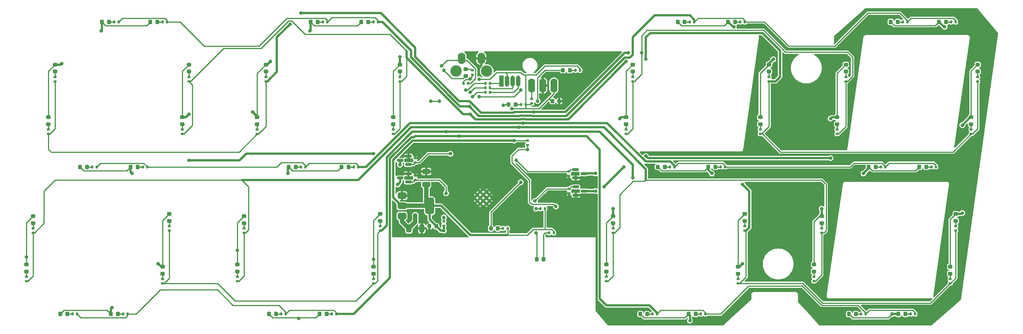
<source format=gtl>
G04 #@! TF.GenerationSoftware,KiCad,Pcbnew,8.0.7-unknown-1000.20241208gitf899755.fc40*
G04 #@! TF.CreationDate,2024-12-09T22:02:24-08:00*
G04 #@! TF.ProjectId,2024-clock-retrofit,32303234-2d63-46c6-9f63-6b2d72657472,rev?*
G04 #@! TF.SameCoordinates,Original*
G04 #@! TF.FileFunction,Copper,L1,Top*
G04 #@! TF.FilePolarity,Positive*
%FSLAX46Y46*%
G04 Gerber Fmt 4.6, Leading zero omitted, Abs format (unit mm)*
G04 Created by KiCad (PCBNEW 8.0.7-unknown-1000.20241208gitf899755.fc40) date 2024-12-09 22:02:24*
%MOMM*%
%LPD*%
G01*
G04 APERTURE LIST*
G04 Aperture macros list*
%AMRoundRect*
0 Rectangle with rounded corners*
0 $1 Rounding radius*
0 $2 $3 $4 $5 $6 $7 $8 $9 X,Y pos of 4 corners*
0 Add a 4 corners polygon primitive as box body*
4,1,4,$2,$3,$4,$5,$6,$7,$8,$9,$2,$3,0*
0 Add four circle primitives for the rounded corners*
1,1,$1+$1,$2,$3*
1,1,$1+$1,$4,$5*
1,1,$1+$1,$6,$7*
1,1,$1+$1,$8,$9*
0 Add four rect primitives between the rounded corners*
20,1,$1+$1,$2,$3,$4,$5,0*
20,1,$1+$1,$4,$5,$6,$7,0*
20,1,$1+$1,$6,$7,$8,$9,0*
20,1,$1+$1,$8,$9,$2,$3,0*%
G04 Aperture macros list end*
G04 #@! TA.AperFunction,SMDPad,CuDef*
%ADD10RoundRect,0.135000X0.135000X0.185000X-0.135000X0.185000X-0.135000X-0.185000X0.135000X-0.185000X0*%
G04 #@! TD*
G04 #@! TA.AperFunction,SMDPad,CuDef*
%ADD11RoundRect,0.135000X0.185000X-0.135000X0.185000X0.135000X-0.185000X0.135000X-0.185000X-0.135000X0*%
G04 #@! TD*
G04 #@! TA.AperFunction,SMDPad,CuDef*
%ADD12RoundRect,0.218750X-0.218750X-0.256250X0.218750X-0.256250X0.218750X0.256250X-0.218750X0.256250X0*%
G04 #@! TD*
G04 #@! TA.AperFunction,SMDPad,CuDef*
%ADD13RoundRect,0.150000X-0.587500X-0.150000X0.587500X-0.150000X0.587500X0.150000X-0.587500X0.150000X0*%
G04 #@! TD*
G04 #@! TA.AperFunction,SMDPad,CuDef*
%ADD14RoundRect,0.218750X-0.256250X0.218750X-0.256250X-0.218750X0.256250X-0.218750X0.256250X0.218750X0*%
G04 #@! TD*
G04 #@! TA.AperFunction,SMDPad,CuDef*
%ADD15RoundRect,0.225000X-0.225000X-0.250000X0.225000X-0.250000X0.225000X0.250000X-0.225000X0.250000X0*%
G04 #@! TD*
G04 #@! TA.AperFunction,HeatsinkPad*
%ADD16O,1.600000X3.200000*%
G04 #@! TD*
G04 #@! TA.AperFunction,SMDPad,CuDef*
%ADD17RoundRect,0.135000X-0.185000X0.135000X-0.185000X-0.135000X0.185000X-0.135000X0.185000X0.135000X0*%
G04 #@! TD*
G04 #@! TA.AperFunction,SMDPad,CuDef*
%ADD18RoundRect,0.250000X0.650000X-0.325000X0.650000X0.325000X-0.650000X0.325000X-0.650000X-0.325000X0*%
G04 #@! TD*
G04 #@! TA.AperFunction,SMDPad,CuDef*
%ADD19RoundRect,0.225000X0.225000X0.250000X-0.225000X0.250000X-0.225000X-0.250000X0.225000X-0.250000X0*%
G04 #@! TD*
G04 #@! TA.AperFunction,SMDPad,CuDef*
%ADD20RoundRect,0.135000X-0.135000X-0.185000X0.135000X-0.185000X0.135000X0.185000X-0.135000X0.185000X0*%
G04 #@! TD*
G04 #@! TA.AperFunction,SMDPad,CuDef*
%ADD21RoundRect,0.250000X-0.325000X-0.650000X0.325000X-0.650000X0.325000X0.650000X-0.325000X0.650000X0*%
G04 #@! TD*
G04 #@! TA.AperFunction,SMDPad,CuDef*
%ADD22RoundRect,0.218750X0.256250X-0.218750X0.256250X0.218750X-0.256250X0.218750X-0.256250X-0.218750X0*%
G04 #@! TD*
G04 #@! TA.AperFunction,SMDPad,CuDef*
%ADD23RoundRect,0.150000X0.587500X0.150000X-0.587500X0.150000X-0.587500X-0.150000X0.587500X-0.150000X0*%
G04 #@! TD*
G04 #@! TA.AperFunction,ComponentPad*
%ADD24R,1.000000X2.500000*%
G04 #@! TD*
G04 #@! TA.AperFunction,ComponentPad*
%ADD25O,1.000000X2.500000*%
G04 #@! TD*
G04 #@! TA.AperFunction,SMDPad,CuDef*
%ADD26RoundRect,0.375000X-0.625000X-0.375000X0.625000X-0.375000X0.625000X0.375000X-0.625000X0.375000X0*%
G04 #@! TD*
G04 #@! TA.AperFunction,SMDPad,CuDef*
%ADD27RoundRect,0.500000X-0.500000X-1.400000X0.500000X-1.400000X0.500000X1.400000X-0.500000X1.400000X0*%
G04 #@! TD*
G04 #@! TA.AperFunction,HeatsinkPad*
%ADD28C,0.800000*%
G04 #@! TD*
G04 #@! TA.AperFunction,ComponentPad*
%ADD29C,2.600000*%
G04 #@! TD*
G04 #@! TA.AperFunction,ComponentPad*
%ADD30O,1.750000X2.625000*%
G04 #@! TD*
G04 #@! TA.AperFunction,ViaPad*
%ADD31C,0.800000*%
G04 #@! TD*
G04 #@! TA.AperFunction,Conductor*
%ADD32C,0.250000*%
G04 #@! TD*
G04 #@! TA.AperFunction,Conductor*
%ADD33C,0.500000*%
G04 #@! TD*
G04 #@! TA.AperFunction,Conductor*
%ADD34C,1.000000*%
G04 #@! TD*
G04 APERTURE END LIST*
D10*
G04 #@! TO.P,R15,1*
G04 #@! TO.N,/SEG_G*
X93009999Y-100000000D03*
G04 #@! TO.P,R15,2*
G04 #@! TO.N,Net-(D15-A)*
X91990001Y-100000000D03*
G04 #@! TD*
D11*
G04 #@! TO.P,R53,1*
G04 #@! TO.N,/SEG_E*
X208750000Y-126009999D03*
G04 #@! TO.P,R53,2*
G04 #@! TO.N,Net-(D51-A)*
X208750000Y-124990001D03*
G04 #@! TD*
D12*
G04 #@! TO.P,D53,1,K*
G04 #@! TO.N,/Minute Leds/DIGIT_0C*
X169212500Y-133500000D03*
G04 #@! TO.P,D53,2,A*
G04 #@! TO.N,Net-(D53-A)*
X170787500Y-133500000D03*
G04 #@! TD*
D13*
G04 #@! TO.P,Q3,1,G*
G04 #@! TO.N,/M_DIGIT_0*
X154500000Y-100600000D03*
G04 #@! TO.P,Q3,2,S*
G04 #@! TO.N,GND*
X154500000Y-102500000D03*
G04 #@! TO.P,Q3,3,D*
G04 #@! TO.N,/Minute Leds/DIGIT_0C*
X156375000Y-101550000D03*
G04 #@! TD*
D12*
G04 #@! TO.P,D2,1,K*
G04 #@! TO.N,/Hour Leds/DIGIT_0C*
X57712500Y-67000000D03*
G04 #@! TO.P,D2,2,A*
G04 #@! TO.N,Net-(D2-A)*
X59287500Y-67000000D03*
G04 #@! TD*
G04 #@! TO.P,D14,1,K*
G04 #@! TO.N,/Hour Leds/DIGIT_0C*
X53212500Y-100000000D03*
G04 #@! TO.P,D14,2,A*
G04 #@! TO.N,Net-(D14-A)*
X54787500Y-100000000D03*
G04 #@! TD*
D11*
G04 #@! TO.P,R19,1*
G04 #@! TO.N,/SEG_E*
X79000000Y-115009999D03*
G04 #@! TO.P,R19,2*
G04 #@! TO.N,Net-(D19-A)*
X79000000Y-113990001D03*
G04 #@! TD*
D14*
G04 #@! TO.P,D36,1,K*
G04 #@! TO.N,/Minute Leds/DIGIT_1C*
X246000000Y-76712499D03*
G04 #@! TO.P,D36,2,A*
G04 #@! TO.N,Net-(D36-A)*
X246000000Y-78287501D03*
G04 #@! TD*
D12*
G04 #@! TO.P,D54,1,K*
G04 #@! TO.N,/Minute Leds/DIGIT_0C*
X180212500Y-133500000D03*
G04 #@! TO.P,D54,2,A*
G04 #@! TO.N,Net-(D54-A)*
X181787500Y-133500000D03*
G04 #@! TD*
D10*
G04 #@! TO.P,R46,1*
G04 #@! TO.N,/SEG_G*
X236509999Y-100000000D03*
G04 #@! TO.P,R46,2*
G04 #@! TO.N,Net-(D44-A)*
X235490001Y-100000000D03*
G04 #@! TD*
G04 #@! TO.P,R43,1*
G04 #@! TO.N,/SEG_G*
X177009999Y-100000000D03*
G04 #@! TO.P,R43,2*
G04 #@! TO.N,Net-(D41-A)*
X175990001Y-100000000D03*
G04 #@! TD*
G04 #@! TO.P,R2,1*
G04 #@! TO.N,/SEG_A*
X61509999Y-67000000D03*
G04 #@! TO.P,R2,2*
G04 #@! TO.N,Net-(D2-A)*
X60490001Y-67000000D03*
G04 #@! TD*
D14*
G04 #@! TO.P,D20,1,K*
G04 #@! TO.N,/Hour Leds/DIGIT_1C*
X110000000Y-110712499D03*
G04 #@! TO.P,D20,2,A*
G04 #@! TO.N,Net-(D20-A)*
X110000000Y-112287501D03*
G04 #@! TD*
D11*
G04 #@! TO.P,R42,1*
G04 #@! TO.N,/SEG_B*
X244500000Y-92509999D03*
G04 #@! TO.P,R42,2*
G04 #@! TO.N,Net-(D40-A)*
X244500000Y-91490001D03*
G04 #@! TD*
D10*
G04 #@! TO.P,R13,1*
G04 #@! TO.N,/SEG_G*
X45509999Y-100000000D03*
G04 #@! TO.P,R13,2*
G04 #@! TO.N,Net-(D13-A)*
X44490001Y-100000000D03*
G04 #@! TD*
G04 #@! TO.P,R14,1*
G04 #@! TO.N,/SEG_G*
X57009999Y-100000000D03*
G04 #@! TO.P,R14,2*
G04 #@! TO.N,Net-(D14-A)*
X55990001Y-100000000D03*
G04 #@! TD*
D12*
G04 #@! TO.P,D61,1,K*
G04 #@! TO.N,/LED_BOTT*
X135212500Y-114000000D03*
G04 #@! TO.P,D61,2,A*
G04 #@! TO.N,Net-(D61-A)*
X136787500Y-114000000D03*
G04 #@! TD*
D14*
G04 #@! TO.P,D47,1,K*
G04 #@! TO.N,/Minute Leds/DIGIT_1C*
X210500000Y-111212499D03*
G04 #@! TO.P,D47,2,A*
G04 #@! TO.N,Net-(D47-A)*
X210500000Y-112787501D03*
G04 #@! TD*
D11*
G04 #@! TO.P,R6,1*
G04 #@! TO.N,/SEG_B*
X66500000Y-80509999D03*
G04 #@! TO.P,R6,2*
G04 #@! TO.N,Net-(D6-A)*
X66500000Y-79490001D03*
G04 #@! TD*
D10*
G04 #@! TO.P,R4,1*
G04 #@! TO.N,/SEG_A*
X109509999Y-67000000D03*
G04 #@! TO.P,R4,2*
G04 #@! TO.N,Net-(D4-A)*
X108490001Y-67000000D03*
G04 #@! TD*
D15*
G04 #@! TO.P,C4,1*
G04 #@! TO.N,+3.3V*
X149225000Y-85000000D03*
G04 #@! TO.P,C4,2*
G04 #@! TO.N,GND*
X150775000Y-85000000D03*
G04 #@! TD*
D11*
G04 #@! TO.P,R70,1*
G04 #@! TO.N,+3.3V*
X124500000Y-113370623D03*
G04 #@! TO.P,R70,2*
G04 #@! TO.N,Net-(U1-EN)*
X124500000Y-112350625D03*
G04 #@! TD*
D16*
G04 #@! TO.P,U3,1,SIGNAL*
G04 #@! TO.N,/IR_SIGNAL*
X144460000Y-81500000D03*
G04 #@! TO.P,U3,2,GND*
G04 #@! TO.N,GND*
X147000000Y-81500000D03*
G04 #@! TO.P,U3,3,VCC*
G04 #@! TO.N,+3.3V*
X149540000Y-81500000D03*
G04 #@! TD*
D17*
G04 #@! TO.P,R71,1*
G04 #@! TO.N,+3.3V*
X143500000Y-93990001D03*
G04 #@! TO.P,R71,2*
G04 #@! TO.N,/IO0*
X143500000Y-95009999D03*
G04 #@! TD*
D11*
G04 #@! TO.P,R50,1*
G04 #@! TO.N,/SEG_C*
X241000000Y-114509999D03*
G04 #@! TO.P,R50,2*
G04 #@! TO.N,Net-(D48-A)*
X241000000Y-113490001D03*
G04 #@! TD*
G04 #@! TO.P,R18,1*
G04 #@! TO.N,/SEG_C*
X62000000Y-114509999D03*
G04 #@! TO.P,R18,2*
G04 #@! TO.N,Net-(D18-A)*
X62000000Y-113490001D03*
G04 #@! TD*
D12*
G04 #@! TO.P,D30,1,K*
G04 #@! TO.N,/Minute Leds/DIGIT_0C*
X189212500Y-67000000D03*
G04 #@! TO.P,D30,2,A*
G04 #@! TO.N,Net-(D30-A)*
X190787500Y-67000000D03*
G04 #@! TD*
D11*
G04 #@! TO.P,R10,1*
G04 #@! TO.N,/SEG_B*
X65000000Y-92509999D03*
G04 #@! TO.P,R10,2*
G04 #@! TO.N,Net-(D10-A)*
X65000000Y-91490001D03*
G04 #@! TD*
D18*
G04 #@! TO.P,C2,1*
G04 #@! TO.N,+3.3V*
X120500000Y-103975001D03*
G04 #@! TO.P,C2,2*
G04 #@! TO.N,GND*
X120500000Y-101024999D03*
G04 #@! TD*
D10*
G04 #@! TO.P,R73,1*
G04 #@! TO.N,+3.3V*
X147519998Y-109500000D03*
G04 #@! TO.P,R73,2*
G04 #@! TO.N,/RXD0*
X146500000Y-109500000D03*
G04 #@! TD*
D11*
G04 #@! TO.P,R47,1*
G04 #@! TO.N,/SEG_E*
X163000000Y-115009999D03*
G04 #@! TO.P,R47,2*
G04 #@! TO.N,Net-(D45-A)*
X163000000Y-113990001D03*
G04 #@! TD*
D12*
G04 #@! TO.P,D60,1,K*
G04 #@! TO.N,/LED_TOP*
X139212500Y-85800000D03*
G04 #@! TO.P,D60,2,A*
G04 #@! TO.N,Net-(D60-A)*
X140787500Y-85800000D03*
G04 #@! TD*
D11*
G04 #@! TO.P,R11,1*
G04 #@! TO.N,/SEG_F*
X82000000Y-92509999D03*
G04 #@! TO.P,R11,2*
G04 #@! TO.N,Net-(D11-A)*
X82000000Y-91490001D03*
G04 #@! TD*
D14*
G04 #@! TO.P,D18,1,K*
G04 #@! TO.N,/Hour Leds/DIGIT_0C*
X62000000Y-110712499D03*
G04 #@! TO.P,D18,2,A*
G04 #@! TO.N,Net-(D18-A)*
X62000000Y-112287501D03*
G04 #@! TD*
G04 #@! TO.P,D23,1,K*
G04 #@! TO.N,/Hour Leds/DIGIT_1C*
X77500000Y-122212499D03*
G04 #@! TO.P,D23,2,A*
G04 #@! TO.N,Net-(D23-A)*
X77500000Y-123787501D03*
G04 #@! TD*
D11*
G04 #@! TO.P,R36,1*
G04 #@! TO.N,/SEG_B*
X198500000Y-80509999D03*
G04 #@! TO.P,R36,2*
G04 #@! TO.N,Net-(D34-A)*
X198500000Y-79490001D03*
G04 #@! TD*
D12*
G04 #@! TO.P,D58,1,K*
G04 #@! TO.N,/LED_AL*
X151612500Y-78000000D03*
G04 #@! TO.P,D58,2,A*
G04 #@! TO.N,Net-(D58-A)*
X153187500Y-78000000D03*
G04 #@! TD*
D11*
G04 #@! TO.P,R5,1*
G04 #@! TO.N,/SEG_F*
X36000000Y-80509999D03*
G04 #@! TO.P,R5,2*
G04 #@! TO.N,Net-(D5-A)*
X36000000Y-79490001D03*
G04 #@! TD*
D10*
G04 #@! TO.P,R3,1*
G04 #@! TO.N,/SEG_A*
X98009999Y-67000000D03*
G04 #@! TO.P,R3,2*
G04 #@! TO.N,Net-(D3-A)*
X96990001Y-67000000D03*
G04 #@! TD*
D12*
G04 #@! TO.P,D32,1,K*
G04 #@! TO.N,/Minute Leds/DIGIT_1C*
X237212500Y-67000000D03*
G04 #@! TO.P,D32,2,A*
G04 #@! TO.N,Net-(D32-A)*
X238787500Y-67000000D03*
G04 #@! TD*
D14*
G04 #@! TO.P,D11,1,K*
G04 #@! TO.N,/Hour Leds/DIGIT_1C*
X82000000Y-88712499D03*
G04 #@! TO.P,D11,2,A*
G04 #@! TO.N,Net-(D11-A)*
X82000000Y-90287501D03*
G04 #@! TD*
D12*
G04 #@! TO.P,D43,1,K*
G04 #@! TO.N,/Minute Leds/DIGIT_1C*
X221212500Y-100000000D03*
G04 #@! TO.P,D43,2,A*
G04 #@! TO.N,Net-(D43-A)*
X222787500Y-100000000D03*
G04 #@! TD*
G04 #@! TO.P,D16,1,K*
G04 #@! TO.N,/Hour Leds/DIGIT_1C*
X101212500Y-100000000D03*
G04 #@! TO.P,D16,2,A*
G04 #@! TO.N,Net-(D16-A)*
X102787500Y-100000000D03*
G04 #@! TD*
D10*
G04 #@! TO.P,R68,1*
G04 #@! TO.N,Net-(D62-GK)*
X135009999Y-82000000D03*
G04 #@! TO.P,R68,2*
G04 #@! TO.N,/LED_5MM_G*
X133990001Y-82000000D03*
G04 #@! TD*
D14*
G04 #@! TO.P,D48,1,K*
G04 #@! TO.N,/Minute Leds/DIGIT_1C*
X241000000Y-110712499D03*
G04 #@! TO.P,D48,2,A*
G04 #@! TO.N,Net-(D48-A)*
X241000000Y-112287501D03*
G04 #@! TD*
D10*
G04 #@! TO.P,R34,1*
G04 #@! TO.N,/SEG_A*
X241009999Y-67000000D03*
G04 #@! TO.P,R34,2*
G04 #@! TO.N,Net-(D32-A)*
X239990001Y-67000000D03*
G04 #@! TD*
G04 #@! TO.P,R67,1*
G04 #@! TO.N,Net-(D62-RK)*
X135009999Y-81000000D03*
G04 #@! TO.P,R67,2*
G04 #@! TO.N,/LED_5MM_R*
X133990001Y-81000000D03*
G04 #@! TD*
D11*
G04 #@! TO.P,R7,1*
G04 #@! TO.N,/SEG_F*
X84000000Y-80509999D03*
G04 #@! TO.P,R7,2*
G04 #@! TO.N,Net-(D7-A)*
X84000000Y-79490001D03*
G04 #@! TD*
D14*
G04 #@! TO.P,D12,1,K*
G04 #@! TO.N,/Hour Leds/DIGIT_1C*
X113000000Y-88712499D03*
G04 #@! TO.P,D12,2,A*
G04 #@! TO.N,Net-(D12-A)*
X113000000Y-90287501D03*
G04 #@! TD*
D13*
G04 #@! TO.P,Q4,1,G*
G04 #@! TO.N,/M_DIGIT_1*
X154562500Y-104550000D03*
G04 #@! TO.P,Q4,2,S*
G04 #@! TO.N,GND*
X154562500Y-106450000D03*
G04 #@! TO.P,Q4,3,D*
G04 #@! TO.N,/Minute Leds/DIGIT_1C*
X156437500Y-105500000D03*
G04 #@! TD*
D14*
G04 #@! TO.P,D52,1,K*
G04 #@! TO.N,/Minute Leds/DIGIT_1C*
X239750000Y-122712499D03*
G04 #@! TO.P,D52,2,A*
G04 #@! TO.N,Net-(D52-A)*
X239750000Y-124287501D03*
G04 #@! TD*
D19*
G04 #@! TO.P,C3,1*
G04 #@! TO.N,+3.3V*
X122775000Y-113500000D03*
G04 #@! TO.P,C3,2*
G04 #@! TO.N,GND*
X121225000Y-113500000D03*
G04 #@! TD*
D11*
G04 #@! TO.P,R30,1*
G04 #@! TO.N,/H_DIGIT_1*
X118000000Y-103009999D03*
G04 #@! TO.P,R30,2*
G04 #@! TO.N,GND*
X118000000Y-101990001D03*
G04 #@! TD*
D12*
G04 #@! TO.P,D13,1,K*
G04 #@! TO.N,/Hour Leds/DIGIT_0C*
X41712500Y-100000000D03*
G04 #@! TO.P,D13,2,A*
G04 #@! TO.N,Net-(D13-A)*
X43287500Y-100000000D03*
G04 #@! TD*
D17*
G04 #@! TO.P,R60,1*
G04 #@! TO.N,/M_DIGIT_1*
X153000000Y-104990001D03*
G04 #@! TO.P,R60,2*
G04 #@! TO.N,GND*
X153000000Y-106009999D03*
G04 #@! TD*
D14*
G04 #@! TO.P,D33,1,K*
G04 #@! TO.N,/Minute Leds/DIGIT_0C*
X167500000Y-76712499D03*
G04 #@! TO.P,D33,2,A*
G04 #@! TO.N,Net-(D33-A)*
X167500000Y-78287501D03*
G04 #@! TD*
G04 #@! TO.P,D9,1,K*
G04 #@! TO.N,/Hour Leds/DIGIT_0C*
X34500000Y-88712499D03*
G04 #@! TO.P,D9,2,A*
G04 #@! TO.N,Net-(D9-A)*
X34500000Y-90287501D03*
G04 #@! TD*
D10*
G04 #@! TO.P,R28,1*
G04 #@! TO.N,/SEG_D*
X100009999Y-133500000D03*
G04 #@! TO.P,R28,2*
G04 #@! TO.N,Net-(D28-A)*
X98990001Y-133500000D03*
G04 #@! TD*
G04 #@! TO.P,R33,1*
G04 #@! TO.N,/SEG_A*
X230009999Y-67000000D03*
G04 #@! TO.P,R33,2*
G04 #@! TO.N,Net-(D31-A)*
X228990001Y-67000000D03*
G04 #@! TD*
D14*
G04 #@! TO.P,D22,1,K*
G04 #@! TO.N,/Hour Leds/DIGIT_0C*
X60500000Y-122712499D03*
G04 #@! TO.P,D22,2,A*
G04 #@! TO.N,Net-(D22-A)*
X60500000Y-124287501D03*
G04 #@! TD*
D12*
G04 #@! TO.P,D29,1,K*
G04 #@! TO.N,/Minute Leds/DIGIT_0C*
X177712500Y-67000000D03*
G04 #@! TO.P,D29,2,A*
G04 #@! TO.N,Net-(D29-A)*
X179287500Y-67000000D03*
G04 #@! TD*
D14*
G04 #@! TO.P,D38,1,K*
G04 #@! TO.N,/Minute Leds/DIGIT_0C*
X196500000Y-88712499D03*
G04 #@! TO.P,D38,2,A*
G04 #@! TO.N,Net-(D38-A)*
X196500000Y-90287501D03*
G04 #@! TD*
D11*
G04 #@! TO.P,R23,1*
G04 #@! TO.N,/SEG_E*
X77500000Y-126009999D03*
G04 #@! TO.P,R23,2*
G04 #@! TO.N,Net-(D23-A)*
X77500000Y-124990001D03*
G04 #@! TD*
D14*
G04 #@! TO.P,D17,1,K*
G04 #@! TO.N,/Hour Leds/DIGIT_0C*
X31000000Y-111212499D03*
G04 #@! TO.P,D17,2,A*
G04 #@! TO.N,Net-(D17-A)*
X31000000Y-112787501D03*
G04 #@! TD*
D10*
G04 #@! TO.P,R16,1*
G04 #@! TO.N,/SEG_G*
X105009999Y-100000000D03*
G04 #@! TO.P,R16,2*
G04 #@! TO.N,Net-(D16-A)*
X103990001Y-100000000D03*
G04 #@! TD*
D11*
G04 #@! TO.P,R8,1*
G04 #@! TO.N,/SEG_B*
X114500000Y-80509999D03*
G04 #@! TO.P,R8,2*
G04 #@! TO.N,Net-(D8-A)*
X114500000Y-79490001D03*
G04 #@! TD*
D12*
G04 #@! TO.P,D15,1,K*
G04 #@! TO.N,/Hour Leds/DIGIT_1C*
X89212500Y-100000000D03*
G04 #@! TO.P,D15,2,A*
G04 #@! TO.N,Net-(D15-A)*
X90787500Y-100000000D03*
G04 #@! TD*
D14*
G04 #@! TO.P,D7,1,K*
G04 #@! TO.N,/Hour Leds/DIGIT_1C*
X84000000Y-76712499D03*
G04 #@! TO.P,D7,2,A*
G04 #@! TO.N,Net-(D7-A)*
X84000000Y-78287501D03*
G04 #@! TD*
G04 #@! TO.P,D10,1,K*
G04 #@! TO.N,/Hour Leds/DIGIT_0C*
X65000000Y-88712499D03*
G04 #@! TO.P,D10,2,A*
G04 #@! TO.N,Net-(D10-A)*
X65000000Y-90287501D03*
G04 #@! TD*
D10*
G04 #@! TO.P,R63,1*
G04 #@! TO.N,+3.3V*
X149509999Y-115000000D03*
G04 #@! TO.P,R63,2*
G04 #@! TO.N,Net-(D59-A)*
X148490001Y-115000000D03*
G04 #@! TD*
D14*
G04 #@! TO.P,D49,1,K*
G04 #@! TO.N,/Minute Leds/DIGIT_0C*
X161500000Y-122212499D03*
G04 #@! TO.P,D49,2,A*
G04 #@! TO.N,Net-(D49-A)*
X161500000Y-123787501D03*
G04 #@! TD*
G04 #@! TO.P,D37,1,K*
G04 #@! TO.N,/Minute Leds/DIGIT_0C*
X166000000Y-88712499D03*
G04 #@! TO.P,D37,2,A*
G04 #@! TO.N,Net-(D37-A)*
X166000000Y-90287501D03*
G04 #@! TD*
D10*
G04 #@! TO.P,R27,1*
G04 #@! TO.N,/SEG_D*
X88509999Y-133500000D03*
G04 #@! TO.P,R27,2*
G04 #@! TO.N,Net-(D27-A)*
X87490001Y-133500000D03*
G04 #@! TD*
G04 #@! TO.P,R31,1*
G04 #@! TO.N,/SEG_A*
X181509999Y-67000000D03*
G04 #@! TO.P,R31,2*
G04 #@! TO.N,Net-(D29-A)*
X180490001Y-67000000D03*
G04 #@! TD*
D12*
G04 #@! TO.P,D4,1,K*
G04 #@! TO.N,/Hour Leds/DIGIT_1C*
X105712500Y-67000000D03*
G04 #@! TO.P,D4,2,A*
G04 #@! TO.N,Net-(D4-A)*
X107287500Y-67000000D03*
G04 #@! TD*
D14*
G04 #@! TO.P,D21,1,K*
G04 #@! TO.N,/Hour Leds/DIGIT_0C*
X29500000Y-122212499D03*
G04 #@! TO.P,D21,2,A*
G04 #@! TO.N,Net-(D21-A)*
X29500000Y-123787501D03*
G04 #@! TD*
D20*
G04 #@! TO.P,R66,1*
G04 #@! TO.N,+3.3V*
X128990001Y-81000000D03*
G04 #@! TO.P,R66,2*
G04 #@! TO.N,/SW1*
X130009999Y-81000000D03*
G04 #@! TD*
D11*
G04 #@! TO.P,R9,1*
G04 #@! TO.N,/SEG_F*
X34500000Y-92509999D03*
G04 #@! TO.P,R9,2*
G04 #@! TO.N,Net-(D9-A)*
X34500000Y-91490001D03*
G04 #@! TD*
G04 #@! TO.P,R21,1*
G04 #@! TO.N,/SEG_E*
X29500000Y-126009999D03*
G04 #@! TO.P,R21,2*
G04 #@! TO.N,Net-(D21-A)*
X29500000Y-124990001D03*
G04 #@! TD*
D14*
G04 #@! TO.P,D40,1,K*
G04 #@! TO.N,/Minute Leds/DIGIT_1C*
X244500000Y-88712499D03*
G04 #@! TO.P,D40,2,A*
G04 #@! TO.N,Net-(D40-A)*
X244500000Y-90287501D03*
G04 #@! TD*
D12*
G04 #@! TO.P,D59,1,K*
G04 #@! TO.N,/LED_TEMP*
X145612500Y-121000000D03*
G04 #@! TO.P,D59,2,A*
G04 #@! TO.N,Net-(D59-A)*
X147187500Y-121000000D03*
G04 #@! TD*
D14*
G04 #@! TO.P,D6,1,K*
G04 #@! TO.N,/Hour Leds/DIGIT_0C*
X66500000Y-76712499D03*
G04 #@! TO.P,D6,2,A*
G04 #@! TO.N,Net-(D6-A)*
X66500000Y-78287501D03*
G04 #@! TD*
D11*
G04 #@! TO.P,R39,1*
G04 #@! TO.N,/SEG_F*
X166000000Y-92509999D03*
G04 #@! TO.P,R39,2*
G04 #@! TO.N,Net-(D37-A)*
X166000000Y-91490001D03*
G04 #@! TD*
G04 #@! TO.P,R41,1*
G04 #@! TO.N,/SEG_F*
X214000000Y-92509999D03*
G04 #@! TO.P,R41,2*
G04 #@! TO.N,Net-(D39-A)*
X214000000Y-91490001D03*
G04 #@! TD*
D12*
G04 #@! TO.P,D1,1,K*
G04 #@! TO.N,/Hour Leds/DIGIT_0C*
X46712500Y-67000000D03*
G04 #@! TO.P,D1,2,A*
G04 #@! TO.N,Net-(D1-A)*
X48287500Y-67000000D03*
G04 #@! TD*
D14*
G04 #@! TO.P,D5,1,K*
G04 #@! TO.N,/Hour Leds/DIGIT_0C*
X36000000Y-76712499D03*
G04 #@! TO.P,D5,2,A*
G04 #@! TO.N,Net-(D5-A)*
X36000000Y-78287501D03*
G04 #@! TD*
D11*
G04 #@! TO.P,R29,1*
G04 #@! TO.N,/H_DIGIT_0*
X118000000Y-99009999D03*
G04 #@! TO.P,R29,2*
G04 #@! TO.N,GND*
X118000000Y-97990001D03*
G04 #@! TD*
D12*
G04 #@! TO.P,D26,1,K*
G04 #@! TO.N,/Hour Leds/DIGIT_0C*
X48712500Y-133500000D03*
G04 #@! TO.P,D26,2,A*
G04 #@! TO.N,Net-(D26-A)*
X50287500Y-133500000D03*
G04 #@! TD*
D11*
G04 #@! TO.P,R22,1*
G04 #@! TO.N,/SEG_C*
X60500000Y-126509999D03*
G04 #@! TO.P,R22,2*
G04 #@! TO.N,Net-(D22-A)*
X60500000Y-125490001D03*
G04 #@! TD*
D21*
G04 #@! TO.P,C1,1*
G04 #@! TO.N,+5V*
X116525000Y-114000000D03*
G04 #@! TO.P,C1,2*
G04 #@! TO.N,GND*
X119475000Y-114000000D03*
G04 #@! TD*
D10*
G04 #@! TO.P,R55,1*
G04 #@! TO.N,/SEG_D*
X173009999Y-133500000D03*
G04 #@! TO.P,R55,2*
G04 #@! TO.N,Net-(D53-A)*
X171990001Y-133500000D03*
G04 #@! TD*
G04 #@! TO.P,R45,1*
G04 #@! TO.N,/SEG_G*
X225009999Y-100000000D03*
G04 #@! TO.P,R45,2*
G04 #@! TO.N,Net-(D43-A)*
X223990001Y-100000000D03*
G04 #@! TD*
D14*
G04 #@! TO.P,D8,1,K*
G04 #@! TO.N,/Hour Leds/DIGIT_1C*
X114500000Y-76712499D03*
G04 #@! TO.P,D8,2,A*
G04 #@! TO.N,Net-(D8-A)*
X114500000Y-78287501D03*
G04 #@! TD*
D22*
G04 #@! TO.P,D57,1,K*
G04 #@! TO.N,/LED_PM*
X129500000Y-79287501D03*
G04 #@! TO.P,D57,2,A*
G04 #@! TO.N,Net-(D57-A)*
X129500000Y-77712499D03*
G04 #@! TD*
D14*
G04 #@! TO.P,D35,1,K*
G04 #@! TO.N,/Minute Leds/DIGIT_1C*
X216000000Y-76712499D03*
G04 #@! TO.P,D35,2,A*
G04 #@! TO.N,Net-(D35-A)*
X216000000Y-78287501D03*
G04 #@! TD*
D12*
G04 #@! TO.P,D42,1,K*
G04 #@! TO.N,/Minute Leds/DIGIT_0C*
X184712500Y-100000000D03*
G04 #@! TO.P,D42,2,A*
G04 #@! TO.N,Net-(D42-A)*
X186287500Y-100000000D03*
G04 #@! TD*
D10*
G04 #@! TO.P,R62,1*
G04 #@! TO.N,+3.3V*
X155509999Y-78000000D03*
G04 #@! TO.P,R62,2*
G04 #@! TO.N,Net-(D58-A)*
X154490001Y-78000000D03*
G04 #@! TD*
D11*
G04 #@! TO.P,R38,1*
G04 #@! TO.N,/SEG_B*
X246000000Y-80509999D03*
G04 #@! TO.P,R38,2*
G04 #@! TO.N,Net-(D36-A)*
X246000000Y-79490001D03*
G04 #@! TD*
G04 #@! TO.P,R51,1*
G04 #@! TO.N,/SEG_E*
X161500000Y-126009999D03*
G04 #@! TO.P,R51,2*
G04 #@! TO.N,Net-(D49-A)*
X161500000Y-124990001D03*
G04 #@! TD*
G04 #@! TO.P,R12,1*
G04 #@! TO.N,/SEG_B*
X113000000Y-92509999D03*
G04 #@! TO.P,R12,2*
G04 #@! TO.N,Net-(D12-A)*
X113000000Y-91490001D03*
G04 #@! TD*
D23*
G04 #@! TO.P,Q2,1,G*
G04 #@! TO.N,/H_DIGIT_1*
X116437500Y-103450000D03*
G04 #@! TO.P,Q2,2,S*
G04 #@! TO.N,GND*
X116437500Y-101550000D03*
G04 #@! TO.P,Q2,3,D*
G04 #@! TO.N,/Hour Leds/DIGIT_1C*
X114562500Y-102500000D03*
G04 #@! TD*
D14*
G04 #@! TO.P,D46,1,K*
G04 #@! TO.N,/Minute Leds/DIGIT_0C*
X193000000Y-110712499D03*
G04 #@! TO.P,D46,2,A*
G04 #@! TO.N,Net-(D46-A)*
X193000000Y-112287501D03*
G04 #@! TD*
D11*
G04 #@! TO.P,R61,1*
G04 #@! TO.N,+3.3V*
X131000000Y-79009999D03*
G04 #@! TO.P,R61,2*
G04 #@! TO.N,Net-(D57-A)*
X131000000Y-77990001D03*
G04 #@! TD*
D12*
G04 #@! TO.P,D28,1,K*
G04 #@! TO.N,/Hour Leds/DIGIT_1C*
X96212500Y-133500000D03*
G04 #@! TO.P,D28,2,A*
G04 #@! TO.N,Net-(D28-A)*
X97787500Y-133500000D03*
G04 #@! TD*
D14*
G04 #@! TO.P,D34,1,K*
G04 #@! TO.N,/Minute Leds/DIGIT_0C*
X198500000Y-76712499D03*
G04 #@! TO.P,D34,2,A*
G04 #@! TO.N,Net-(D34-A)*
X198500000Y-78287501D03*
G04 #@! TD*
D11*
G04 #@! TO.P,R48,1*
G04 #@! TO.N,/SEG_C*
X193000000Y-114509999D03*
G04 #@! TO.P,R48,2*
G04 #@! TO.N,Net-(D46-A)*
X193000000Y-113490001D03*
G04 #@! TD*
D12*
G04 #@! TO.P,D41,1,K*
G04 #@! TO.N,/Minute Leds/DIGIT_0C*
X173212500Y-100000000D03*
G04 #@! TO.P,D41,2,A*
G04 #@! TO.N,Net-(D41-A)*
X174787500Y-100000000D03*
G04 #@! TD*
D24*
G04 #@! TO.P,D62,1,RK*
G04 #@! TO.N,Net-(D62-RK)*
X137600000Y-80500000D03*
D25*
G04 #@! TO.P,D62,2,A*
G04 #@! TO.N,+3.3V*
X138870000Y-80500000D03*
G04 #@! TO.P,D62,3,GK*
G04 #@! TO.N,Net-(D62-GK)*
X140140000Y-80500000D03*
G04 #@! TO.P,D62,4,BK*
G04 #@! TO.N,Net-(D62-BK)*
X141410000Y-80500000D03*
G04 #@! TD*
D11*
G04 #@! TO.P,R52,1*
G04 #@! TO.N,/SEG_C*
X191500000Y-126509999D03*
G04 #@! TO.P,R52,2*
G04 #@! TO.N,Net-(D50-A)*
X191500000Y-125490001D03*
G04 #@! TD*
G04 #@! TO.P,R24,1*
G04 #@! TO.N,/SEG_C*
X108500000Y-126509999D03*
G04 #@! TO.P,R24,2*
G04 #@! TO.N,Net-(D24-A)*
X108500000Y-125490001D03*
G04 #@! TD*
D10*
G04 #@! TO.P,R26,1*
G04 #@! TO.N,/SEG_D*
X52509999Y-133500000D03*
G04 #@! TO.P,R26,2*
G04 #@! TO.N,Net-(D26-A)*
X51490001Y-133500000D03*
G04 #@! TD*
D11*
G04 #@! TO.P,R35,1*
G04 #@! TO.N,/SEG_F*
X167500000Y-80509999D03*
G04 #@! TO.P,R35,2*
G04 #@! TO.N,Net-(D33-A)*
X167500000Y-79490001D03*
G04 #@! TD*
D10*
G04 #@! TO.P,R25,1*
G04 #@! TO.N,/SEG_D*
X41009999Y-133500000D03*
G04 #@! TO.P,R25,2*
G04 #@! TO.N,Net-(D25-A)*
X39990001Y-133500000D03*
G04 #@! TD*
D14*
G04 #@! TO.P,D50,1,K*
G04 #@! TO.N,/Minute Leds/DIGIT_0C*
X191500000Y-122712499D03*
G04 #@! TO.P,D50,2,A*
G04 #@! TO.N,Net-(D50-A)*
X191500000Y-124287501D03*
G04 #@! TD*
D23*
G04 #@! TO.P,Q1,1,G*
G04 #@! TO.N,/H_DIGIT_0*
X116437500Y-99450000D03*
G04 #@! TO.P,Q1,2,S*
G04 #@! TO.N,GND*
X116437500Y-97550000D03*
G04 #@! TO.P,Q1,3,D*
G04 #@! TO.N,/Hour Leds/DIGIT_0C*
X114562500Y-98500000D03*
G04 #@! TD*
D12*
G04 #@! TO.P,D3,1,K*
G04 #@! TO.N,/Hour Leds/DIGIT_1C*
X94212500Y-67000000D03*
G04 #@! TO.P,D3,2,A*
G04 #@! TO.N,Net-(D3-A)*
X95787500Y-67000000D03*
G04 #@! TD*
G04 #@! TO.P,D27,1,K*
G04 #@! TO.N,/Hour Leds/DIGIT_1C*
X84712500Y-133500000D03*
G04 #@! TO.P,D27,2,A*
G04 #@! TO.N,Net-(D27-A)*
X86287500Y-133500000D03*
G04 #@! TD*
D10*
G04 #@! TO.P,R64,1*
G04 #@! TO.N,+3.3V*
X143109999Y-85800000D03*
G04 #@! TO.P,R64,2*
G04 #@! TO.N,Net-(D60-A)*
X142090001Y-85800000D03*
G04 #@! TD*
D11*
G04 #@! TO.P,R40,1*
G04 #@! TO.N,/SEG_B*
X196500000Y-92509999D03*
G04 #@! TO.P,R40,2*
G04 #@! TO.N,Net-(D38-A)*
X196500000Y-91490001D03*
G04 #@! TD*
D10*
G04 #@! TO.P,R56,1*
G04 #@! TO.N,/SEG_D*
X184009999Y-133500000D03*
G04 #@! TO.P,R56,2*
G04 #@! TO.N,Net-(D54-A)*
X182990001Y-133500000D03*
G04 #@! TD*
D14*
G04 #@! TO.P,D19,1,K*
G04 #@! TO.N,/Hour Leds/DIGIT_1C*
X79000000Y-111212499D03*
G04 #@! TO.P,D19,2,A*
G04 #@! TO.N,Net-(D19-A)*
X79000000Y-112787501D03*
G04 #@! TD*
D12*
G04 #@! TO.P,D25,1,K*
G04 #@! TO.N,/Hour Leds/DIGIT_0C*
X37212500Y-133500000D03*
G04 #@! TO.P,D25,2,A*
G04 #@! TO.N,Net-(D25-A)*
X38787500Y-133500000D03*
G04 #@! TD*
G04 #@! TO.P,D56,1,K*
G04 #@! TO.N,/Minute Leds/DIGIT_1C*
X227962500Y-133500000D03*
G04 #@! TO.P,D56,2,A*
G04 #@! TO.N,Net-(D56-A)*
X229537500Y-133500000D03*
G04 #@! TD*
D11*
G04 #@! TO.P,R54,1*
G04 #@! TO.N,/SEG_C*
X239750000Y-126509999D03*
G04 #@! TO.P,R54,2*
G04 #@! TO.N,Net-(D52-A)*
X239750000Y-125490001D03*
G04 #@! TD*
G04 #@! TO.P,R72,1*
G04 #@! TO.N,+3.3V*
X144500000Y-85509999D03*
G04 #@! TO.P,R72,2*
G04 #@! TO.N,/IR_SIGNAL*
X144500000Y-84490001D03*
G04 #@! TD*
D10*
G04 #@! TO.P,R58,1*
G04 #@! TO.N,/SEG_D*
X231759999Y-133500000D03*
G04 #@! TO.P,R58,2*
G04 #@! TO.N,Net-(D56-A)*
X230740001Y-133500000D03*
G04 #@! TD*
G04 #@! TO.P,R44,1*
G04 #@! TO.N,/SEG_G*
X188509999Y-100000000D03*
G04 #@! TO.P,R44,2*
G04 #@! TO.N,Net-(D42-A)*
X187490001Y-100000000D03*
G04 #@! TD*
D12*
G04 #@! TO.P,D44,1,K*
G04 #@! TO.N,/Minute Leds/DIGIT_1C*
X232712500Y-100000000D03*
G04 #@! TO.P,D44,2,A*
G04 #@! TO.N,Net-(D44-A)*
X234287500Y-100000000D03*
G04 #@! TD*
D11*
G04 #@! TO.P,R49,1*
G04 #@! TO.N,/SEG_E*
X210500000Y-115009999D03*
G04 #@! TO.P,R49,2*
G04 #@! TO.N,Net-(D47-A)*
X210500000Y-113990001D03*
G04 #@! TD*
G04 #@! TO.P,R20,1*
G04 #@! TO.N,/SEG_C*
X110000000Y-114509999D03*
G04 #@! TO.P,R20,2*
G04 #@! TO.N,Net-(D20-A)*
X110000000Y-113490001D03*
G04 #@! TD*
D14*
G04 #@! TO.P,D39,1,K*
G04 #@! TO.N,/Minute Leds/DIGIT_1C*
X214000000Y-88712499D03*
G04 #@! TO.P,D39,2,A*
G04 #@! TO.N,Net-(D39-A)*
X214000000Y-90287501D03*
G04 #@! TD*
D10*
G04 #@! TO.P,R69,1*
G04 #@! TO.N,Net-(D62-BK)*
X135009999Y-83000000D03*
G04 #@! TO.P,R69,2*
G04 #@! TO.N,/LED_5MM_B*
X133990001Y-83000000D03*
G04 #@! TD*
D26*
G04 #@! TO.P,U2,1,GND*
G04 #@! TO.N,GND*
X114975000Y-106555000D03*
G04 #@! TO.P,U2,2,VO*
G04 #@! TO.N,+3.3V*
X114975000Y-108855000D03*
D27*
X121275000Y-108855000D03*
D26*
G04 #@! TO.P,U2,3,VI*
G04 #@! TO.N,+5V*
X114975000Y-111155000D03*
G04 #@! TD*
D14*
G04 #@! TO.P,D45,1,K*
G04 #@! TO.N,/Minute Leds/DIGIT_0C*
X163000000Y-111212499D03*
G04 #@! TO.P,D45,2,A*
G04 #@! TO.N,Net-(D45-A)*
X163000000Y-112787501D03*
G04 #@! TD*
D17*
G04 #@! TO.P,R59,1*
G04 #@! TO.N,/M_DIGIT_0*
X152937500Y-101040001D03*
G04 #@! TO.P,R59,2*
G04 #@! TO.N,GND*
X152937500Y-102059999D03*
G04 #@! TD*
D14*
G04 #@! TO.P,D24,1,K*
G04 #@! TO.N,/Hour Leds/DIGIT_1C*
X108500000Y-122712499D03*
G04 #@! TO.P,D24,2,A*
G04 #@! TO.N,Net-(D24-A)*
X108500000Y-124287501D03*
G04 #@! TD*
D11*
G04 #@! TO.P,R17,1*
G04 #@! TO.N,/SEG_E*
X31000000Y-115009999D03*
G04 #@! TO.P,R17,2*
G04 #@! TO.N,Net-(D17-A)*
X31000000Y-113990001D03*
G04 #@! TD*
D12*
G04 #@! TO.P,D55,1,K*
G04 #@! TO.N,/Minute Leds/DIGIT_1C*
X216712500Y-133500000D03*
G04 #@! TO.P,D55,2,A*
G04 #@! TO.N,Net-(D55-A)*
X218287500Y-133500000D03*
G04 #@! TD*
G04 #@! TO.P,D31,1,K*
G04 #@! TO.N,/Minute Leds/DIGIT_1C*
X226212500Y-67000000D03*
G04 #@! TO.P,D31,2,A*
G04 #@! TO.N,Net-(D31-A)*
X227787500Y-67000000D03*
G04 #@! TD*
D10*
G04 #@! TO.P,R65,1*
G04 #@! TO.N,+3.3V*
X139009999Y-114000000D03*
G04 #@! TO.P,R65,2*
G04 #@! TO.N,Net-(D61-A)*
X137990001Y-114000000D03*
G04 #@! TD*
G04 #@! TO.P,R57,1*
G04 #@! TO.N,/SEG_D*
X220509999Y-133500000D03*
G04 #@! TO.P,R57,2*
G04 #@! TO.N,Net-(D55-A)*
X219490001Y-133500000D03*
G04 #@! TD*
D11*
G04 #@! TO.P,R37,1*
G04 #@! TO.N,/SEG_F*
X216000000Y-80509999D03*
G04 #@! TO.P,R37,2*
G04 #@! TO.N,Net-(D35-A)*
X216000000Y-79490001D03*
G04 #@! TD*
D14*
G04 #@! TO.P,D51,1,K*
G04 #@! TO.N,/Minute Leds/DIGIT_1C*
X208750000Y-122212499D03*
G04 #@! TO.P,D51,2,A*
G04 #@! TO.N,Net-(D51-A)*
X208750000Y-123787501D03*
G04 #@! TD*
D10*
G04 #@! TO.P,R32,1*
G04 #@! TO.N,/SEG_A*
X193009999Y-67000000D03*
G04 #@! TO.P,R32,2*
G04 #@! TO.N,Net-(D30-A)*
X191990001Y-67000000D03*
G04 #@! TD*
G04 #@! TO.P,R1,1*
G04 #@! TO.N,/SEG_A*
X50509999Y-67000000D03*
G04 #@! TO.P,R1,2*
G04 #@! TO.N,Net-(D1-A)*
X49490001Y-67000000D03*
G04 #@! TD*
D28*
G04 #@! TO.P,U1,39,GND*
G04 #@! TO.N,GND*
X132100000Y-106330000D03*
X132100000Y-107730000D03*
X132800000Y-105630000D03*
X132800000Y-107030000D03*
X132800000Y-108430000D03*
X133475000Y-106330000D03*
X133475000Y-107730000D03*
X134200000Y-105630000D03*
X134200000Y-107030000D03*
X134200000Y-108430000D03*
X134900000Y-106330000D03*
X134900000Y-107730000D03*
G04 #@! TD*
D29*
G04 #@! TO.P,SW1,*
G04 #@! TO.N,*
X134262500Y-78202500D03*
X127252500Y-78202500D03*
D30*
G04 #@! TO.P,SW1,1,1*
G04 #@! TO.N,GND*
X133012500Y-75275000D03*
G04 #@! TO.P,SW1,2,2*
G04 #@! TO.N,/SW1*
X128512500Y-75275000D03*
G04 #@! TD*
D31*
G04 #@! TO.N,/Hour Leds/DIGIT_0C*
X53500000Y-101500000D03*
X46500000Y-69000000D03*
X59500000Y-122000000D03*
X114500000Y-99500000D03*
X66500000Y-88000000D03*
X29500000Y-120500000D03*
X66500000Y-98500000D03*
X108500000Y-97000000D03*
X49000000Y-132000000D03*
X37500000Y-76500000D03*
G04 #@! TO.N,/Hour Leds/DIGIT_1C*
X114500000Y-75000000D03*
X81000000Y-87500000D03*
X108500000Y-121000000D03*
X114000000Y-104000000D03*
X85000000Y-76000000D03*
X77500000Y-119000000D03*
X94000000Y-69000000D03*
X91500000Y-134500000D03*
X89000000Y-101500000D03*
G04 #@! TO.N,GND*
X156000000Y-102500000D03*
X117000000Y-96500000D03*
X117500000Y-101000000D03*
X116500000Y-107500000D03*
X128000000Y-115000000D03*
X156000000Y-106500000D03*
X120500000Y-115500000D03*
X119500000Y-99500000D03*
X118500000Y-115500000D03*
X116500000Y-106000000D03*
X118000000Y-105000000D03*
X120500000Y-99500000D03*
G04 #@! TO.N,/Minute Leds/DIGIT_0C*
X192500000Y-122000000D03*
X164500000Y-89000000D03*
X180500000Y-135000000D03*
X185500000Y-101500000D03*
X199500000Y-75500000D03*
X163000000Y-109500000D03*
X190488996Y-68122389D03*
X159000000Y-101500000D03*
G04 #@! TO.N,/Minute Leds/DIGIT_1C*
X220000000Y-101500000D03*
X226500000Y-133500000D03*
X165500000Y-100000000D03*
X238488996Y-68122389D03*
X242500000Y-110500000D03*
X212500000Y-89000000D03*
X170500000Y-97500000D03*
X210500000Y-109500000D03*
X161000000Y-104500000D03*
X242500000Y-90500000D03*
X212500000Y-98000000D03*
X159000000Y-105500000D03*
G04 #@! TO.N,/H_DIGIT_0*
X126000000Y-97000000D03*
G04 #@! TO.N,/H_DIGIT_1*
X125000000Y-106000000D03*
G04 #@! TO.N,/M_DIGIT_0*
X141000000Y-98500000D03*
G04 #@! TO.N,/M_DIGIT_1*
X145250000Y-107750000D03*
G04 #@! TO.N,/RXD0*
X145500000Y-109500000D03*
G04 #@! TO.N,+3.3V*
X139997753Y-86719320D03*
X124500000Y-114500000D03*
X130489252Y-79972946D03*
X132500000Y-80000000D03*
X140500000Y-94000000D03*
G04 #@! TO.N,Net-(U1-EN)*
X124500000Y-111500000D03*
G04 #@! TO.N,/IO0*
X143500000Y-96000000D03*
X150000000Y-109000000D03*
G04 #@! TO.N,/LED_PM*
X124500000Y-78000000D03*
G04 #@! TO.N,/LED_AL*
X145825000Y-85000000D03*
G04 #@! TO.N,/LED_TEMP*
X145500000Y-115000000D03*
G04 #@! TO.N,/LED_TOP*
X138000000Y-86000000D03*
G04 #@! TO.N,/LED_BOTT*
X142000000Y-103500000D03*
G04 #@! TO.N,/SEG_A*
X130289340Y-86210660D03*
G04 #@! TO.N,/SEG_F*
X89500000Y-67500000D03*
X166500000Y-74000000D03*
X169500000Y-74000000D03*
X92000000Y-65000000D03*
X145000000Y-87500000D03*
G04 #@! TO.N,/SEG_B*
X166000000Y-76000000D03*
X130500000Y-88000000D03*
X170500000Y-75500000D03*
G04 #@! TO.N,/SEG_G*
X142500000Y-90000000D03*
G04 #@! TO.N,/SEG_E*
X141500000Y-91000000D03*
G04 #@! TO.N,/SEG_C*
X167500000Y-102500000D03*
X192500000Y-104000000D03*
X125000000Y-92000000D03*
G04 #@! TO.N,/SEG_D*
X128000000Y-93000000D03*
G04 #@! TO.N,/SW1*
X124000000Y-77000000D03*
G04 #@! TO.N,/LED_5MM_R*
X129500000Y-82500000D03*
G04 #@! TO.N,/LED_5MM_G*
X130500000Y-83000000D03*
G04 #@! TO.N,/LED_5MM_B*
X131000000Y-84000000D03*
G04 #@! TO.N,+5V*
X118000000Y-111000000D03*
G04 #@! TO.N,/IR_SIGNAL*
X142000000Y-82500000D03*
X123500000Y-85000000D03*
X132500000Y-84000000D03*
X121500000Y-85000000D03*
G04 #@! TD*
D32*
G04 #@! TO.N,Net-(D1-A)*
X48287500Y-67000000D02*
X49490001Y-67000000D01*
D33*
G04 #@! TO.N,/Hour Leds/DIGIT_0C*
X60500000Y-122712499D02*
X60212499Y-122712499D01*
X36000000Y-76712499D02*
X37287501Y-76712499D01*
X53212500Y-101212500D02*
X53212500Y-100000000D01*
X46712500Y-67000000D02*
X46712500Y-68787500D01*
D32*
X34500000Y-88712499D02*
X34500000Y-78212499D01*
X38062500Y-132650000D02*
X47862500Y-132650000D01*
D33*
X37287501Y-76712499D02*
X37500000Y-76500000D01*
D32*
X60500000Y-112212499D02*
X60500000Y-122712499D01*
X52362500Y-100850000D02*
X53212500Y-100000000D01*
D33*
X48712500Y-133500000D02*
X48712500Y-132287500D01*
X114562499Y-99437501D02*
X114500000Y-99500000D01*
X46712500Y-68787500D02*
X46500000Y-69000000D01*
D32*
X31000000Y-111212499D02*
X29500000Y-112712499D01*
X37212500Y-133500000D02*
X38062500Y-132650000D01*
X29500000Y-112712499D02*
X29500000Y-122212499D01*
D33*
X79500000Y-97000000D02*
X78000000Y-98500000D01*
X108500000Y-97000000D02*
X79500000Y-97000000D01*
X48712500Y-132287500D02*
X49000000Y-132000000D01*
X65000000Y-88712499D02*
X65787501Y-88712499D01*
D32*
X66500000Y-76712499D02*
X65000000Y-78212499D01*
X42562500Y-100850000D02*
X52362500Y-100850000D01*
X62000000Y-110712499D02*
X60500000Y-112212499D01*
D33*
X60212499Y-122712499D02*
X59500000Y-122000000D01*
D32*
X56862500Y-67850000D02*
X57712500Y-67000000D01*
D33*
X65787501Y-88712499D02*
X66500000Y-88000000D01*
D32*
X46712500Y-67000000D02*
X47562500Y-67850000D01*
D33*
X53500000Y-101500000D02*
X53212500Y-101212500D01*
X114562499Y-98500000D02*
X114562499Y-99437501D01*
D32*
X65000000Y-78212499D02*
X65000000Y-88712499D01*
X47562500Y-67850000D02*
X56862500Y-67850000D01*
D33*
X78000000Y-98500000D02*
X66500000Y-98500000D01*
D32*
X41712500Y-100000000D02*
X42562500Y-100850000D01*
X34500000Y-78212499D02*
X36000000Y-76712499D01*
X47862500Y-132650000D02*
X48712500Y-133500000D01*
G04 #@! TO.N,Net-(D2-A)*
X59287500Y-67000000D02*
X60490001Y-67000000D01*
G04 #@! TO.N,Net-(D3-A)*
X95787500Y-67000000D02*
X96990001Y-67000000D01*
G04 #@! TO.N,Net-(D4-A)*
X107287500Y-67000000D02*
X108490001Y-67000000D01*
G04 #@! TO.N,Net-(D5-A)*
X36000000Y-78287501D02*
X36000000Y-79490001D01*
G04 #@! TO.N,Net-(D6-A)*
X66500000Y-78287501D02*
X66500000Y-79490001D01*
G04 #@! TO.N,Net-(D7-A)*
X84000000Y-78287501D02*
X84000000Y-79490001D01*
G04 #@! TO.N,Net-(D8-A)*
X114500000Y-78287501D02*
X114500000Y-79490001D01*
G04 #@! TO.N,Net-(D9-A)*
X34500000Y-90287501D02*
X34500000Y-91490001D01*
G04 #@! TO.N,Net-(D10-A)*
X65000000Y-90287501D02*
X65000000Y-91490001D01*
G04 #@! TO.N,Net-(D11-A)*
X82000000Y-90287501D02*
X82000000Y-91490001D01*
G04 #@! TO.N,Net-(D12-A)*
X113000000Y-90287501D02*
X113000000Y-91490001D01*
G04 #@! TO.N,Net-(D13-A)*
X44490001Y-100000000D02*
X43287500Y-100000000D01*
G04 #@! TO.N,Net-(D14-A)*
X55990001Y-100000000D02*
X54787500Y-100000000D01*
G04 #@! TO.N,Net-(D15-A)*
X91990001Y-100000000D02*
X90787500Y-100000000D01*
G04 #@! TO.N,Net-(D16-A)*
X103990001Y-100000000D02*
X102787500Y-100000000D01*
G04 #@! TO.N,Net-(D17-A)*
X31000000Y-112787501D02*
X31000000Y-113990001D01*
G04 #@! TO.N,Net-(D18-A)*
X62000000Y-112287501D02*
X62000000Y-113490001D01*
G04 #@! TO.N,Net-(D19-A)*
X79000000Y-112787501D02*
X79000000Y-113990001D01*
G04 #@! TO.N,Net-(D20-A)*
X110000000Y-113490001D02*
X110000000Y-112287501D01*
G04 #@! TO.N,Net-(D21-A)*
X29500000Y-123787501D02*
X29500000Y-124990001D01*
G04 #@! TO.N,Net-(D22-A)*
X60500000Y-124287501D02*
X60500000Y-125490001D01*
G04 #@! TO.N,Net-(D23-A)*
X77500000Y-123787501D02*
X77500000Y-124990001D01*
G04 #@! TO.N,Net-(D24-A)*
X108500000Y-125490001D02*
X108500000Y-124287501D01*
G04 #@! TO.N,Net-(D25-A)*
X38787500Y-133500000D02*
X39990001Y-133500000D01*
G04 #@! TO.N,Net-(D26-A)*
X50287500Y-133500000D02*
X51390001Y-133500000D01*
X51390001Y-133500000D02*
X51490001Y-133400000D01*
G04 #@! TO.N,Net-(D27-A)*
X87490001Y-133500000D02*
X86287500Y-133500000D01*
G04 #@! TO.N,Net-(D28-A)*
X98990001Y-133500000D02*
X97787500Y-133500000D01*
G04 #@! TO.N,Net-(D29-A)*
X180490001Y-67000000D02*
X179287500Y-67000000D01*
G04 #@! TO.N,/Hour Leds/DIGIT_1C*
X113000000Y-78212499D02*
X113000000Y-88712499D01*
X94212500Y-67000000D02*
X95062500Y-67850000D01*
X95362500Y-134350000D02*
X96212500Y-133500000D01*
X90062500Y-100850000D02*
X100362500Y-100850000D01*
D33*
X89000000Y-101500000D02*
X89000000Y-100212500D01*
X114562499Y-102500000D02*
X114562499Y-103437501D01*
D32*
X89212500Y-100000000D02*
X90062500Y-100850000D01*
D33*
X114562499Y-103437501D02*
X114000000Y-104000000D01*
D32*
X114500000Y-76712499D02*
X113000000Y-78212499D01*
D33*
X89000000Y-100212500D02*
X89212500Y-100000000D01*
D32*
X108500000Y-112212499D02*
X108500000Y-122712499D01*
X84712500Y-133500000D02*
X85562500Y-134350000D01*
D33*
X84000000Y-76712499D02*
X84287501Y-76712499D01*
X114500000Y-76712499D02*
X114500000Y-75000000D01*
D32*
X77500000Y-112712499D02*
X77500000Y-122212499D01*
D33*
X84287501Y-76712499D02*
X85000000Y-76000000D01*
D32*
X79000000Y-111212499D02*
X77500000Y-112712499D01*
X82000000Y-78712499D02*
X82000000Y-88712499D01*
X100362500Y-100850000D02*
X101212500Y-100000000D01*
X95062500Y-67850000D02*
X104862500Y-67850000D01*
D33*
X82000000Y-88712499D02*
X82000000Y-88500000D01*
D32*
X84000000Y-76712499D02*
X82000000Y-78712499D01*
D33*
X94212500Y-68787500D02*
X94000000Y-69000000D01*
D32*
X104862500Y-67850000D02*
X105712500Y-67000000D01*
D33*
X82000000Y-88500000D02*
X81000000Y-87500000D01*
D32*
X85562500Y-134350000D02*
X95362500Y-134350000D01*
X110000000Y-110712499D02*
X108500000Y-112212499D01*
D33*
X94212500Y-67000000D02*
X94212500Y-68787500D01*
D32*
G04 #@! TO.N,Net-(D30-A)*
X191990001Y-67000000D02*
X190787500Y-67000000D01*
G04 #@! TO.N,Net-(D31-A)*
X228990001Y-67000000D02*
X227787500Y-67000000D01*
G04 #@! TO.N,Net-(D32-A)*
X239990001Y-67000000D02*
X238787500Y-67000000D01*
G04 #@! TO.N,Net-(D33-A)*
X167500000Y-78287501D02*
X167500000Y-79490001D01*
G04 #@! TO.N,Net-(D34-A)*
X198500000Y-78287501D02*
X198500000Y-79490001D01*
G04 #@! TO.N,Net-(D35-A)*
X216000000Y-78287501D02*
X216000000Y-79490001D01*
G04 #@! TO.N,Net-(D36-A)*
X246000000Y-79490001D02*
X246000000Y-78287501D01*
G04 #@! TO.N,Net-(D37-A)*
X166000000Y-90287501D02*
X166000000Y-91490001D01*
G04 #@! TO.N,Net-(D38-A)*
X196500000Y-90287501D02*
X196500000Y-91490001D01*
G04 #@! TO.N,Net-(D39-A)*
X214000000Y-90287501D02*
X214000000Y-91490001D01*
G04 #@! TO.N,Net-(D40-A)*
X244500000Y-90287501D02*
X244500000Y-91490001D01*
G04 #@! TO.N,Net-(D41-A)*
X174787500Y-100000000D02*
X175990001Y-100000000D01*
G04 #@! TO.N,Net-(D42-A)*
X186287500Y-100000000D02*
X187490001Y-100000000D01*
G04 #@! TO.N,Net-(D43-A)*
X223990001Y-100000000D02*
X222787500Y-100000000D01*
G04 #@! TO.N,Net-(D44-A)*
X234287500Y-100000000D02*
X235490001Y-100000000D01*
G04 #@! TO.N,Net-(D45-A)*
X163000000Y-112787501D02*
X163000000Y-113990001D01*
G04 #@! TO.N,Net-(D46-A)*
X193000000Y-112287501D02*
X193000000Y-113490001D01*
G04 #@! TO.N,Net-(D47-A)*
X210500000Y-112787501D02*
X210500000Y-113990001D01*
G04 #@! TO.N,Net-(D48-A)*
X241000000Y-112287501D02*
X241000000Y-113490001D01*
G04 #@! TO.N,Net-(D49-A)*
X161500000Y-123787501D02*
X161500000Y-124990001D01*
G04 #@! TO.N,Net-(D50-A)*
X191500000Y-124287501D02*
X191500000Y-125490001D01*
G04 #@! TO.N,Net-(D51-A)*
X208750000Y-123787501D02*
X208750000Y-124990001D01*
G04 #@! TO.N,Net-(D52-A)*
X239750000Y-125000000D02*
X239750000Y-124750000D01*
X239750000Y-125490001D02*
X239750000Y-125000000D01*
X239750000Y-124287501D02*
X239750000Y-125000000D01*
G04 #@! TO.N,Net-(D53-A)*
X171990001Y-133500000D02*
X170787500Y-133500000D01*
G04 #@! TO.N,Net-(D54-A)*
X182990001Y-133500000D02*
X181787500Y-133500000D01*
G04 #@! TO.N,Net-(D55-A)*
X219490001Y-133500000D02*
X218287500Y-133500000D01*
G04 #@! TO.N,Net-(D56-A)*
X229537500Y-133500000D02*
X230740001Y-133500000D01*
G04 #@! TO.N,GND*
X121225000Y-113225000D02*
X120500000Y-112500000D01*
X121225000Y-113500000D02*
X121225000Y-113225000D01*
G04 #@! TO.N,/Minute Leds/DIGIT_0C*
X167500000Y-76712499D02*
X166000000Y-78212499D01*
X169212500Y-133500000D02*
X170062500Y-134350000D01*
D33*
X180212500Y-133500000D02*
X180500000Y-133787500D01*
D32*
X177712500Y-67000000D02*
X178562500Y-67850000D01*
X174062500Y-100850000D02*
X183862500Y-100850000D01*
D33*
X184712500Y-100712500D02*
X184712500Y-100000000D01*
D32*
X178562500Y-67850000D02*
X188362500Y-67850000D01*
D33*
X164500000Y-89000000D02*
X164787501Y-88712499D01*
X156425000Y-101500000D02*
X156375000Y-101550000D01*
X185500000Y-101500000D02*
X184712500Y-100712500D01*
D32*
X198500000Y-76712499D02*
X196500000Y-78712499D01*
X173212500Y-100000000D02*
X174062500Y-100850000D01*
X166000000Y-78212499D02*
X166000000Y-88712499D01*
X183862500Y-100850000D02*
X184712500Y-100000000D01*
X193000000Y-110712499D02*
X191500000Y-112212499D01*
D33*
X164787501Y-88712499D02*
X166000000Y-88712499D01*
D32*
X188362500Y-67850000D02*
X189212500Y-67000000D01*
X191500000Y-112212499D02*
X191500000Y-122712499D01*
D33*
X190334889Y-68122389D02*
X190488996Y-68122389D01*
X189212500Y-67000000D02*
X190334889Y-68122389D01*
X191787501Y-122712499D02*
X192500000Y-122000000D01*
X180500000Y-133787500D02*
X180500000Y-135000000D01*
X198500000Y-76500000D02*
X199500000Y-75500000D01*
D32*
X163000000Y-111212499D02*
X161500000Y-112712499D01*
X196500000Y-78712499D02*
X196500000Y-88712499D01*
X161500000Y-112712499D02*
X161500000Y-122212499D01*
D33*
X159000000Y-101500000D02*
X156425000Y-101500000D01*
D32*
X170062500Y-134350000D02*
X179362500Y-134350000D01*
X179362500Y-134350000D02*
X180212500Y-133500000D01*
D33*
X163000000Y-109500000D02*
X163000000Y-111212499D01*
X191500000Y-122712499D02*
X191787501Y-122712499D01*
X198500000Y-76712499D02*
X198500000Y-76500000D01*
D32*
G04 #@! TO.N,/Minute Leds/DIGIT_1C*
X244500000Y-78212499D02*
X244500000Y-88712499D01*
X239750000Y-111962499D02*
X239750000Y-122712499D01*
X226212500Y-67000000D02*
X227062500Y-67850000D01*
D33*
X171000000Y-98000000D02*
X170500000Y-97500000D01*
D32*
X232712500Y-100000000D02*
X231862500Y-100850000D01*
D33*
X221212500Y-100000000D02*
X221212500Y-100287500D01*
X237212500Y-67000000D02*
X238334889Y-68122389D01*
X159000000Y-105500000D02*
X156437500Y-105500000D01*
D32*
X214000000Y-78712499D02*
X214000000Y-88712499D01*
D33*
X241000000Y-110712499D02*
X242287501Y-110712499D01*
D32*
X226500000Y-133500000D02*
X225650000Y-134350000D01*
X236362500Y-67850000D02*
X237212500Y-67000000D01*
D33*
X244287501Y-88712499D02*
X242500000Y-90500000D01*
D32*
X225650000Y-134350000D02*
X217562500Y-134350000D01*
X227062500Y-67850000D02*
X236362500Y-67850000D01*
D33*
X210500000Y-111212499D02*
X210500000Y-109500000D01*
X226500000Y-133500000D02*
X227962500Y-133500000D01*
X242287501Y-110712499D02*
X242500000Y-110500000D01*
D32*
X246000000Y-76712499D02*
X244500000Y-78212499D01*
X222062500Y-100850000D02*
X221212500Y-100000000D01*
D33*
X214000000Y-88712499D02*
X212787501Y-88712499D01*
D32*
X208750000Y-112487500D02*
X208750000Y-122212499D01*
D33*
X244500000Y-88712499D02*
X244287501Y-88712499D01*
X221212500Y-100287500D02*
X220000000Y-101500000D01*
D32*
X231862500Y-100850000D02*
X222062500Y-100850000D01*
D33*
X212787501Y-88712499D02*
X212500000Y-89000000D01*
D32*
X217562500Y-134350000D02*
X216712500Y-133500000D01*
X210025001Y-111212499D02*
X208750000Y-112487500D01*
X241000000Y-110712499D02*
X239750000Y-111962499D01*
X210500000Y-111212499D02*
X210025001Y-111212499D01*
D33*
X165500000Y-100000000D02*
X161000000Y-104500000D01*
X212500000Y-98000000D02*
X171000000Y-98000000D01*
D32*
X216000000Y-76712499D02*
X214000000Y-78712499D01*
D33*
X238334889Y-68122389D02*
X238488996Y-68122389D01*
D32*
G04 #@! TO.N,/H_DIGIT_0*
X117559999Y-99450000D02*
X118000000Y-99009999D01*
X120903984Y-97000000D02*
X118893985Y-99009999D01*
X116437500Y-99450000D02*
X117559999Y-99450000D01*
X118893985Y-99009999D02*
X118000000Y-99009999D01*
X126000000Y-97000000D02*
X120903984Y-97000000D01*
G04 #@! TO.N,/H_DIGIT_1*
X125000000Y-106000000D02*
X125000000Y-104500000D01*
X117559999Y-103450000D02*
X118000000Y-103009999D01*
X123509999Y-103009999D02*
X118000000Y-103009999D01*
X116437500Y-103450000D02*
X117559999Y-103450000D01*
X125000000Y-104500000D02*
X123509999Y-103009999D01*
G04 #@! TO.N,/M_DIGIT_0*
X153377501Y-100600000D02*
X152937500Y-101040001D01*
X152937500Y-101040001D02*
X143540001Y-101040001D01*
X143540001Y-101040001D02*
X141000000Y-98500000D01*
X154500000Y-100600000D02*
X153377501Y-100600000D01*
G04 #@! TO.N,/M_DIGIT_1*
X148009999Y-104990001D02*
X153000000Y-104990001D01*
X153440001Y-104550000D02*
X153000000Y-104990001D01*
X145250000Y-107750000D02*
X148009999Y-104990001D01*
X154562500Y-104550000D02*
X153440001Y-104550000D01*
G04 #@! TO.N,/RXD0*
X146500000Y-109500000D02*
X145500000Y-109500000D01*
G04 #@! TO.N,+3.3V*
X128990001Y-80504607D02*
X128990001Y-81000000D01*
X143000000Y-79000000D02*
X142500000Y-79000000D01*
X149540000Y-83350000D02*
X148445000Y-84445000D01*
D33*
X114975000Y-108855000D02*
X114855000Y-108855000D01*
D32*
X143500000Y-93990001D02*
X140509999Y-93990001D01*
X139997753Y-86719320D02*
X143000000Y-86719320D01*
X140509999Y-93990001D02*
X140500000Y-94000000D01*
X149225000Y-85000000D02*
X149000000Y-85000000D01*
X130179997Y-80100001D02*
X129394607Y-80100001D01*
D33*
X123855000Y-108855000D02*
X121275000Y-108855000D01*
D32*
X149054998Y-114225000D02*
X147500000Y-114225000D01*
X149509999Y-114680001D02*
X149054998Y-114225000D01*
X131000000Y-79009999D02*
X131000000Y-79279998D01*
X138500000Y-78500000D02*
X136500000Y-78500000D01*
X149540000Y-81500000D02*
X149540000Y-83350000D01*
D33*
X114855000Y-108855000D02*
X113000000Y-107000000D01*
D32*
X129394607Y-80100001D02*
X128990001Y-80504607D01*
D33*
X113000000Y-98401605D02*
X117401605Y-94000000D01*
D32*
X143109999Y-86609321D02*
X143000000Y-86719320D01*
X142500000Y-79000000D02*
X142000000Y-78500000D01*
X154829998Y-77000000D02*
X147500000Y-77000000D01*
X143109999Y-79109999D02*
X143109999Y-85800000D01*
X149509999Y-115000000D02*
X149509999Y-114680001D01*
D34*
X120500000Y-103975001D02*
X120500000Y-108080000D01*
D32*
X139009999Y-114000000D02*
X139009999Y-115490001D01*
D33*
X130500000Y-115500000D02*
X123855000Y-108855000D01*
D32*
X144775000Y-114225000D02*
X143500000Y-115500000D01*
X146170680Y-86719320D02*
X143000000Y-86719320D01*
X138870000Y-80500000D02*
X138870000Y-78870000D01*
X147500000Y-114225000D02*
X144775000Y-114225000D01*
X139009999Y-115490001D02*
X139000000Y-115500000D01*
X138870000Y-78870000D02*
X138500000Y-78500000D01*
X155509999Y-78000000D02*
X155509999Y-77680001D01*
D33*
X124500000Y-114500000D02*
X124500000Y-113370623D01*
D32*
X143109999Y-85800000D02*
X143109999Y-86609321D01*
D34*
X120500000Y-108080000D02*
X121275000Y-108855000D01*
D32*
X147500000Y-77000000D02*
X145500000Y-79000000D01*
X135000000Y-80000000D02*
X132500000Y-80000000D01*
D33*
X121275000Y-108855000D02*
X121275000Y-112000000D01*
D32*
X147519998Y-114205002D02*
X147500000Y-114225000D01*
D33*
X113000000Y-107000000D02*
X113000000Y-98401605D01*
D32*
X143500000Y-115500000D02*
X139000000Y-115500000D01*
X155509999Y-77680001D02*
X154829998Y-77000000D01*
X144209999Y-85800000D02*
X144500000Y-85509999D01*
D34*
X114975000Y-108855000D02*
X121275000Y-108855000D01*
D32*
X147519998Y-109500000D02*
X147519998Y-114205002D01*
D33*
X121275000Y-112000000D02*
X122775000Y-113500000D01*
D32*
X148445000Y-84445000D02*
X146170680Y-86719320D01*
X149000000Y-85000000D02*
X148445000Y-84445000D01*
D33*
X124500000Y-114500000D02*
X123775000Y-114500000D01*
D32*
X143109999Y-85800000D02*
X144209999Y-85800000D01*
D33*
X123775000Y-114500000D02*
X122775000Y-113500000D01*
X139000000Y-115500000D02*
X130500000Y-115500000D01*
D32*
X143000000Y-79000000D02*
X145500000Y-79000000D01*
X142000000Y-78500000D02*
X138500000Y-78500000D01*
X131000000Y-79279998D02*
X130179997Y-80100001D01*
D33*
X117401605Y-94000000D02*
X140500000Y-94000000D01*
D32*
X143000000Y-79000000D02*
X143109999Y-79109999D01*
X136500000Y-78500000D02*
X135000000Y-80000000D01*
G04 #@! TO.N,Net-(U1-EN)*
X124500000Y-111500000D02*
X124500000Y-112350625D01*
G04 #@! TO.N,/IO0*
X145571016Y-108525000D02*
X145025000Y-108525000D01*
X150000000Y-109000000D02*
X149500000Y-108500000D01*
X145025000Y-108525000D02*
X145000000Y-108500000D01*
X140000000Y-99000000D02*
X140000000Y-97500000D01*
X143500000Y-95009999D02*
X143500000Y-96000000D01*
X145596016Y-108500000D02*
X145571016Y-108525000D01*
X144000000Y-103000000D02*
X140000000Y-99000000D01*
X140000000Y-97500000D02*
X141500000Y-96000000D01*
X149500000Y-108500000D02*
X145596016Y-108500000D01*
X145000000Y-108500000D02*
X144500000Y-108500000D01*
X144000000Y-103000000D02*
X144000000Y-108000000D01*
X141500000Y-96000000D02*
X143500000Y-96000000D01*
X144500000Y-108500000D02*
X144000000Y-108000000D01*
G04 #@! TO.N,Net-(D57-A)*
X129500000Y-77712499D02*
X130722498Y-77712499D01*
X130722498Y-77712499D02*
X131000000Y-77990001D01*
G04 #@! TO.N,/LED_PM*
X129500000Y-79287501D02*
X128910001Y-79877500D01*
X128910001Y-79877500D02*
X126377500Y-79877500D01*
X126377500Y-79877500D02*
X124500000Y-78000000D01*
G04 #@! TO.N,Net-(D58-A)*
X153187500Y-78000000D02*
X154490001Y-78000000D01*
G04 #@! TO.N,/LED_AL*
X147500000Y-78000000D02*
X145825000Y-79675000D01*
X145825000Y-79675000D02*
X145825000Y-85000000D01*
X151612500Y-78000000D02*
X147500000Y-78000000D01*
G04 #@! TO.N,/LED_TEMP*
X145612500Y-115112500D02*
X145612500Y-121000000D01*
X145500000Y-115000000D02*
X145612500Y-115112500D01*
G04 #@! TO.N,Net-(D59-A)*
X147187500Y-115312500D02*
X147500000Y-115000000D01*
X147500000Y-115000000D02*
X148490001Y-115000000D01*
X147187500Y-121000000D02*
X147187500Y-115312500D01*
G04 #@! TO.N,Net-(D60-A)*
X142090001Y-85800000D02*
X140787500Y-85800000D01*
G04 #@! TO.N,/LED_TOP*
X138200000Y-85800000D02*
X139212500Y-85800000D01*
X138000000Y-86000000D02*
X138200000Y-85800000D01*
G04 #@! TO.N,/LED_BOTT*
X135212500Y-110287500D02*
X135212500Y-114000000D01*
X142000000Y-103500000D02*
X135212500Y-110287500D01*
G04 #@! TO.N,Net-(D61-A)*
X136787500Y-114000000D02*
X137990001Y-114000000D01*
G04 #@! TO.N,/SEG_A*
X98009999Y-66680001D02*
X97479998Y-66150000D01*
X88759009Y-66150000D02*
X82409009Y-72500000D01*
X192479998Y-66150000D02*
X193009999Y-66680001D01*
X64500000Y-67000000D02*
X61509999Y-67000000D01*
D33*
X172500000Y-65500000D02*
X180500000Y-65500000D01*
X130289340Y-86210660D02*
X128150000Y-86210660D01*
D32*
X181509999Y-67000000D02*
X182359999Y-66150000D01*
X193009999Y-66680001D02*
X193009999Y-67000000D01*
X99009999Y-66000000D02*
X108829998Y-66000000D01*
D33*
X167500000Y-70500000D02*
X172500000Y-65500000D01*
D32*
X213500000Y-72500000D02*
X221000000Y-65000000D01*
X70000000Y-72500000D02*
X64500000Y-67000000D01*
X182359999Y-66150000D02*
X192479998Y-66150000D01*
D33*
X117000000Y-73500000D02*
X110500000Y-67000000D01*
D32*
X228329998Y-65000000D02*
X230009999Y-66680001D01*
X82409009Y-72500000D02*
X70000000Y-72500000D01*
D33*
X144577207Y-88350000D02*
X144627207Y-88400000D01*
D32*
X108829998Y-66000000D02*
X109509999Y-66680001D01*
D33*
X141766547Y-88400000D02*
X141816547Y-88350000D01*
X132478680Y-88400000D02*
X130289340Y-86210660D01*
D32*
X51359999Y-66150000D02*
X60979998Y-66150000D01*
X97479998Y-66150000D02*
X88759009Y-66150000D01*
X60979998Y-66150000D02*
X61509999Y-66680001D01*
X221000000Y-65000000D02*
X228329998Y-65000000D01*
D33*
X128150000Y-86210660D02*
X117000000Y-75060660D01*
X152327207Y-88400000D02*
X165627207Y-75100000D01*
D32*
X98009999Y-67000000D02*
X99009999Y-66000000D01*
X230859999Y-66150000D02*
X240479998Y-66150000D01*
D33*
X166839340Y-75100000D02*
X167500000Y-74439340D01*
X180500000Y-65500000D02*
X181509999Y-66509999D01*
D32*
X193009999Y-67000000D02*
X197500000Y-67000000D01*
D33*
X165627207Y-75100000D02*
X166839340Y-75100000D01*
X132478680Y-88400000D02*
X141766547Y-88400000D01*
D32*
X230009999Y-66680001D02*
X230009999Y-67000000D01*
D33*
X117000000Y-75060660D02*
X117000000Y-73500000D01*
X110500000Y-67000000D02*
X109509999Y-67000000D01*
D32*
X109509999Y-66680001D02*
X109509999Y-67000000D01*
X230009999Y-67000000D02*
X230859999Y-66150000D01*
D33*
X167500000Y-74439340D02*
X167500000Y-70500000D01*
X144627207Y-88400000D02*
X152327207Y-88400000D01*
D32*
X50509999Y-67000000D02*
X51359999Y-66150000D01*
D33*
X181509999Y-66509999D02*
X181509999Y-67000000D01*
D32*
X61509999Y-66680001D02*
X61509999Y-67000000D01*
X241009999Y-66680001D02*
X241009999Y-67000000D01*
X240479998Y-66150000D02*
X241009999Y-66680001D01*
D33*
X141816547Y-88350000D02*
X144577207Y-88350000D01*
D32*
X197500000Y-67000000D02*
X203000000Y-72500000D01*
X98009999Y-67000000D02*
X98009999Y-66680001D01*
X203000000Y-72500000D02*
X213500000Y-72500000D01*
D33*
G04 #@! TO.N,/SEG_F*
X84319999Y-80509999D02*
X86500000Y-78329998D01*
X86500000Y-70500000D02*
X89500000Y-67500000D01*
D32*
X216000000Y-80509999D02*
X216000000Y-90829998D01*
D33*
X145000000Y-87500000D02*
X140489866Y-87500000D01*
D32*
X202250275Y-73866391D02*
X216366391Y-73866391D01*
X34819999Y-92509999D02*
X36000000Y-91329998D01*
D33*
X86500000Y-78329998D02*
X86500000Y-70500000D01*
D32*
X166319999Y-92509999D02*
X166000000Y-92509999D01*
X82000000Y-92509999D02*
X82319999Y-92509999D01*
X217500000Y-79329998D02*
X216319999Y-80509999D01*
D33*
X128000000Y-85000000D02*
X118000000Y-75000000D01*
D32*
X34500000Y-92509999D02*
X34819999Y-92509999D01*
X170741116Y-68875000D02*
X190258883Y-68875000D01*
D33*
X152166547Y-87500000D02*
X165666547Y-74000000D01*
X132970793Y-87619320D02*
X130351473Y-85000000D01*
X118000000Y-75000000D02*
X118000000Y-72860660D01*
D32*
X216319999Y-80509999D02*
X216000000Y-80509999D01*
D33*
X140370546Y-87619320D02*
X132970793Y-87619320D01*
D32*
X190281272Y-68897389D02*
X197281273Y-68897389D01*
X36000000Y-91329998D02*
X36000000Y-80509999D01*
X216000000Y-90829998D02*
X214319999Y-92509999D01*
X217500000Y-75000000D02*
X217500000Y-79329998D01*
X169500000Y-70116116D02*
X170741116Y-68875000D01*
D33*
X130351473Y-85000000D02*
X128000000Y-85000000D01*
X145000000Y-87500000D02*
X152166547Y-87500000D01*
D32*
X167500000Y-91329998D02*
X166319999Y-92509999D01*
X77884999Y-96625000D02*
X82000000Y-92509999D01*
X169500000Y-74000000D02*
X169500000Y-70116116D01*
X82319999Y-92509999D02*
X84000000Y-90829998D01*
X167500000Y-80509999D02*
X167819999Y-80509999D01*
X34500000Y-92509999D02*
X34500000Y-96000000D01*
X190258883Y-68875000D02*
X190281272Y-68897389D01*
D33*
X140489866Y-87500000D02*
X140370546Y-87619320D01*
D32*
X35125000Y-96625000D02*
X77884999Y-96625000D01*
X167500000Y-80509999D02*
X167500000Y-91329998D01*
D33*
X118000000Y-72860660D02*
X110139340Y-65000000D01*
D32*
X167819999Y-80509999D02*
X169500000Y-78829998D01*
X214319999Y-92509999D02*
X214000000Y-92509999D01*
D33*
X165666547Y-74000000D02*
X166500000Y-74000000D01*
D32*
X216366391Y-73866391D02*
X217500000Y-75000000D01*
X84000000Y-90829998D02*
X84000000Y-80509999D01*
X34500000Y-96000000D02*
X35125000Y-96625000D01*
D33*
X84000000Y-80509999D02*
X84319999Y-80509999D01*
D32*
X197281273Y-68897389D02*
X202250275Y-73866391D01*
X169500000Y-78829998D02*
X169500000Y-74000000D01*
D33*
X110139340Y-65000000D02*
X92000000Y-65000000D01*
G04 #@! TO.N,/SEG_B*
X142127207Y-89100000D02*
X142872793Y-89100000D01*
D32*
X112201384Y-69775000D02*
X116000000Y-73573616D01*
X66500000Y-80509999D02*
X66819999Y-80509999D01*
X74329998Y-73000000D02*
X82903984Y-73000000D01*
D33*
X142077207Y-89150000D02*
X142127207Y-89100000D01*
X197022389Y-69522389D02*
X171477611Y-69522389D01*
X130500000Y-88000000D02*
X131650000Y-89150000D01*
D32*
X196819999Y-92509999D02*
X198500000Y-90829998D01*
D33*
X116000000Y-75121320D02*
X128878680Y-88000000D01*
D32*
X113000000Y-92509999D02*
X113319999Y-92509999D01*
D33*
X131650000Y-89150000D02*
X142077207Y-89150000D01*
D32*
X246000000Y-91329998D02*
X244819999Y-92509999D01*
X113319999Y-92509999D02*
X114500000Y-91329998D01*
X246000000Y-80509999D02*
X246000000Y-91329998D01*
X89821016Y-66725000D02*
X92871016Y-69775000D01*
D33*
X201000000Y-79500000D02*
X201000000Y-73500000D01*
D32*
X92871016Y-69775000D02*
X112201384Y-69775000D01*
D33*
X171477611Y-69522389D02*
X170500000Y-70500000D01*
D32*
X114500000Y-91329998D02*
X114500000Y-80509999D01*
X66819999Y-80509999D02*
X74329998Y-73000000D01*
D33*
X142922793Y-89150000D02*
X152850000Y-89150000D01*
D32*
X196500000Y-92509999D02*
X196819999Y-92509999D01*
D33*
X170500000Y-70500000D02*
X170500000Y-75500000D01*
D32*
X196500000Y-92509999D02*
X197009999Y-92509999D01*
X116000000Y-73573616D02*
X116000000Y-79329998D01*
X82903984Y-73000000D02*
X89178984Y-66725000D01*
X240384999Y-96625000D02*
X244500000Y-92509999D01*
X67275000Y-81284999D02*
X67275000Y-90554998D01*
D33*
X128878680Y-88000000D02*
X130500000Y-88000000D01*
D32*
X116000000Y-79329998D02*
X114819999Y-80509999D01*
D33*
X198500000Y-80509999D02*
X199990001Y-80509999D01*
X116000000Y-73573616D02*
X116000000Y-75121320D01*
D32*
X197009999Y-92509999D02*
X201125000Y-96625000D01*
X244819999Y-92509999D02*
X244500000Y-92509999D01*
D33*
X201000000Y-73500000D02*
X197022389Y-69522389D01*
X199990001Y-80509999D02*
X201000000Y-79500000D01*
D32*
X67275000Y-90554998D02*
X65319999Y-92509999D01*
X66500000Y-80509999D02*
X67275000Y-81284999D01*
D33*
X142872793Y-89100000D02*
X142922793Y-89150000D01*
D32*
X114819999Y-80509999D02*
X114500000Y-80509999D01*
D33*
X152850000Y-89150000D02*
X166000000Y-76000000D01*
D32*
X198500000Y-90829998D02*
X198500000Y-80509999D01*
X65319999Y-92509999D02*
X65000000Y-92509999D01*
X201125000Y-96625000D02*
X240384999Y-96625000D01*
X89178984Y-66725000D02*
X89821016Y-66725000D01*
D33*
G04 #@! TO.N,/SEG_G*
X116772793Y-90000000D02*
X106772793Y-100000000D01*
D32*
X177009999Y-100000000D02*
X177859999Y-99150000D01*
D33*
X176079998Y-98750000D02*
X170437245Y-98750000D01*
D32*
X188509999Y-100000000D02*
X217000000Y-100000000D01*
X93859999Y-99150000D02*
X104479998Y-99150000D01*
D33*
X177009999Y-100000000D02*
X177009999Y-99680001D01*
D32*
X93009999Y-100000000D02*
X93859999Y-99150000D01*
X57009999Y-100000000D02*
X86500000Y-100000000D01*
D33*
X170437245Y-98750000D02*
X161687245Y-90000000D01*
D32*
X46359999Y-99150000D02*
X56184991Y-99150000D01*
D33*
X177009999Y-99680001D02*
X176079998Y-98750000D01*
D32*
X225859999Y-99150000D02*
X235979998Y-99150000D01*
X236509999Y-99680001D02*
X236509999Y-100000000D01*
X224184991Y-99150000D02*
X225009999Y-99975008D01*
X93009999Y-99680001D02*
X93009999Y-100000000D01*
X56184991Y-99150000D02*
X57009999Y-99975008D01*
D33*
X161687245Y-90000000D02*
X116772793Y-90000000D01*
D32*
X45509999Y-100000000D02*
X46359999Y-99150000D01*
X86500000Y-100000000D02*
X87500000Y-99000000D01*
X225009999Y-99975008D02*
X225009999Y-100000000D01*
X105009999Y-99680001D02*
X105009999Y-100000000D01*
X187979998Y-99150000D02*
X188509999Y-99680001D01*
X217850000Y-99150000D02*
X224184991Y-99150000D01*
D33*
X106772793Y-100000000D02*
X105009999Y-100000000D01*
D32*
X104479998Y-99150000D02*
X105009999Y-99680001D01*
X87500000Y-99000000D02*
X92329998Y-99000000D01*
X188509999Y-99680001D02*
X188509999Y-100000000D01*
X57009999Y-99975008D02*
X57009999Y-100000000D01*
X225009999Y-100000000D02*
X225859999Y-99150000D01*
X217000000Y-100000000D02*
X217850000Y-99150000D01*
X177859999Y-99150000D02*
X187979998Y-99150000D01*
X235979998Y-99150000D02*
X236509999Y-99680001D01*
X92329998Y-99000000D02*
X93009999Y-99680001D01*
G04 #@! TO.N,/SEG_E*
X31000000Y-115009999D02*
X31319999Y-115009999D01*
X211500000Y-114500000D02*
X210990001Y-115009999D01*
X209069999Y-126009999D02*
X210500000Y-124579998D01*
X163319999Y-115009999D02*
X164500000Y-113829998D01*
D33*
X105000000Y-103000000D02*
X117000000Y-91000000D01*
D32*
X33500000Y-112829998D02*
X33500000Y-105500000D01*
X170500000Y-103000000D02*
X210500000Y-103000000D01*
X77819999Y-126009999D02*
X79000000Y-124829998D01*
X161500000Y-126009999D02*
X161819999Y-126009999D01*
X78500000Y-103000000D02*
X80000000Y-104500000D01*
X77500000Y-126009999D02*
X77819999Y-126009999D01*
X79000000Y-124829998D02*
X79000000Y-115009999D01*
D33*
X78500000Y-103000000D02*
X105000000Y-103000000D01*
D32*
X210500000Y-124579998D02*
X210500000Y-115009999D01*
X170225000Y-103275000D02*
X170500000Y-103000000D01*
X36000000Y-103000000D02*
X78500000Y-103000000D01*
D33*
X117000000Y-91000000D02*
X141500000Y-91000000D01*
X141500000Y-91000000D02*
X161000000Y-91000000D01*
D32*
X80000000Y-104500000D02*
X80000000Y-114329998D01*
D33*
X170500000Y-100500000D02*
X170500000Y-103000000D01*
D32*
X79319999Y-115009999D02*
X79000000Y-115009999D01*
X29819999Y-126009999D02*
X29500000Y-126009999D01*
X31000000Y-124829998D02*
X29819999Y-126009999D01*
X161819999Y-126009999D02*
X163000000Y-124829998D01*
X167608883Y-103275000D02*
X170225000Y-103275000D01*
X210500000Y-103000000D02*
X211500000Y-104000000D01*
X80000000Y-114329998D02*
X79319999Y-115009999D01*
X163000000Y-124829998D02*
X163000000Y-115009999D01*
D33*
X161000000Y-91000000D02*
X170500000Y-100500000D01*
D32*
X211500000Y-104000000D02*
X211500000Y-114500000D01*
X163000000Y-115009999D02*
X163319999Y-115009999D01*
X33500000Y-105500000D02*
X36000000Y-103000000D01*
X164500000Y-106383883D02*
X167608883Y-103275000D01*
X31319999Y-115009999D02*
X33500000Y-112829998D01*
X208750000Y-126009999D02*
X209069999Y-126009999D01*
X164500000Y-113829998D02*
X164500000Y-106383883D01*
X31000000Y-115009999D02*
X31000000Y-124829998D01*
X210990001Y-115009999D02*
X210500000Y-115009999D01*
G04 #@! TO.N,/SEG_C*
X73009999Y-126509999D02*
X77000000Y-130500000D01*
X239750000Y-126509999D02*
X239774992Y-126509999D01*
X60500000Y-126509999D02*
X73009999Y-126509999D01*
D33*
X117280285Y-92000000D02*
X125000000Y-92000000D01*
D32*
X104509999Y-130500000D02*
X108500000Y-126509999D01*
X206207106Y-126500000D02*
X210707106Y-131000000D01*
X108500000Y-126509999D02*
X108819999Y-126509999D01*
D33*
X167500000Y-99500000D02*
X167500000Y-102500000D01*
X192500000Y-104000000D02*
X194000000Y-105500000D01*
D32*
X241000000Y-125284991D02*
X241000000Y-114509999D01*
X191819999Y-126509999D02*
X193275000Y-125054998D01*
D33*
X111500000Y-113329998D02*
X111500000Y-97780285D01*
D32*
X235259999Y-131000000D02*
X239750000Y-126509999D01*
D33*
X111500000Y-97780285D02*
X117280285Y-92000000D01*
D32*
X193275000Y-114784999D02*
X193000000Y-114509999D01*
X191500000Y-126509999D02*
X191819999Y-126509999D01*
D33*
X110000000Y-114509999D02*
X110319999Y-114509999D01*
D32*
X191500000Y-126509999D02*
X191509999Y-126500000D01*
X109375000Y-115134999D02*
X110000000Y-114509999D01*
D33*
X160000000Y-92000000D02*
X167500000Y-99500000D01*
X194000000Y-113829998D02*
X193319999Y-114509999D01*
D32*
X60500000Y-126509999D02*
X60819999Y-126509999D01*
X60819999Y-126509999D02*
X62000000Y-125329998D01*
D33*
X110319999Y-114509999D02*
X111500000Y-113329998D01*
D32*
X109375000Y-125954998D02*
X109375000Y-115134999D01*
X108819999Y-126509999D02*
X109375000Y-125954998D01*
X62000000Y-125329998D02*
X62000000Y-114509999D01*
X191509999Y-126500000D02*
X206207106Y-126500000D01*
D33*
X194000000Y-105500000D02*
X194000000Y-113829998D01*
D32*
X239774992Y-126509999D02*
X241000000Y-125284991D01*
X193275000Y-125054998D02*
X193275000Y-114784999D01*
D33*
X125000000Y-92000000D02*
X160000000Y-92000000D01*
D32*
X210707106Y-131000000D02*
X235259999Y-131000000D01*
X77000000Y-130500000D02*
X104509999Y-130500000D01*
D33*
X193319999Y-114509999D02*
X193000000Y-114509999D01*
D32*
G04 #@! TO.N,/SEG_D*
X41859999Y-134350000D02*
X51979998Y-134350000D01*
X220509999Y-133180001D02*
X218829998Y-131500000D01*
X41009999Y-133500000D02*
X41859999Y-134350000D01*
D33*
X173009999Y-133180001D02*
X173009999Y-133500000D01*
D32*
X87000000Y-131500000D02*
X88509999Y-133009999D01*
X205845001Y-127154999D02*
X193845001Y-127154999D01*
X60000000Y-128000000D02*
X73000000Y-128000000D01*
X76500000Y-131500000D02*
X87000000Y-131500000D01*
D33*
X160000000Y-130000000D02*
X161500000Y-131500000D01*
D32*
X183479998Y-132650000D02*
X184009999Y-133180001D01*
D33*
X128000000Y-93000000D02*
X157000000Y-93000000D01*
X171329998Y-131500000D02*
X173009999Y-133180001D01*
D32*
X220509999Y-133500000D02*
X221359999Y-132650000D01*
X88509999Y-133500000D02*
X89359999Y-132650000D01*
X218829998Y-131500000D02*
X210500000Y-131500000D01*
X100009999Y-133180001D02*
X100009999Y-133500000D01*
X220509999Y-133500000D02*
X220509999Y-133180001D01*
D33*
X112250000Y-125250000D02*
X112250000Y-98090945D01*
D32*
X88509999Y-133009999D02*
X88509999Y-133500000D01*
D33*
X118000000Y-93000000D02*
X128000000Y-93000000D01*
D32*
X99479998Y-132650000D02*
X100009999Y-133180001D01*
D33*
X104000000Y-133500000D02*
X112250000Y-125250000D01*
D32*
X210500000Y-131500000D02*
X206000000Y-127000000D01*
X173009999Y-133500000D02*
X173859999Y-132650000D01*
X184009999Y-133180001D02*
X184009999Y-133500000D01*
D33*
X100009999Y-133500000D02*
X104000000Y-133500000D01*
D32*
X52509999Y-133819999D02*
X52509999Y-133500000D01*
X187500000Y-133500000D02*
X184009999Y-133500000D01*
D33*
X117750000Y-93250000D02*
X118000000Y-93000000D01*
X160000000Y-96000000D02*
X160000000Y-130000000D01*
D32*
X231759999Y-133180001D02*
X231759999Y-133500000D01*
D33*
X157000000Y-93000000D02*
X160000000Y-96000000D01*
X117090945Y-93250000D02*
X117750000Y-93250000D01*
D32*
X173859999Y-132650000D02*
X183479998Y-132650000D01*
X193845001Y-127154999D02*
X187500000Y-133500000D01*
D33*
X161500000Y-131500000D02*
X171329998Y-131500000D01*
D32*
X73000000Y-128000000D02*
X76500000Y-131500000D01*
X231229998Y-132650000D02*
X231759999Y-133180001D01*
X54500000Y-133500000D02*
X60000000Y-128000000D01*
X51979998Y-134350000D02*
X52509999Y-133819999D01*
X206000000Y-127000000D02*
X205845001Y-127154999D01*
X89359999Y-132650000D02*
X99479998Y-132650000D01*
X52509999Y-133500000D02*
X54500000Y-133500000D01*
X221359999Y-132650000D02*
X231229998Y-132650000D01*
D33*
X112250000Y-98090945D02*
X117090945Y-93250000D01*
D32*
G04 #@! TO.N,/SW1*
X130558214Y-81000000D02*
X130009999Y-81000000D01*
X131695000Y-79863214D02*
X130558214Y-81000000D01*
X129767489Y-75712500D02*
X131695000Y-77640011D01*
X131695000Y-77640011D02*
X131695000Y-79863214D01*
X128512500Y-75712500D02*
X129767489Y-75712500D01*
X124000000Y-77000000D02*
X125287500Y-75712500D01*
X125287500Y-75712500D02*
X128512500Y-75712500D01*
G04 #@! TO.N,Net-(D62-GK)*
X135134999Y-82125000D02*
X135009999Y-82000000D01*
X140140000Y-82000000D02*
X140015000Y-82125000D01*
X140015000Y-82125000D02*
X135134999Y-82125000D01*
X140140000Y-80500000D02*
X140140000Y-82000000D01*
G04 #@! TO.N,Net-(D62-BK)*
X141410000Y-81993984D02*
X140403984Y-83000000D01*
X140403984Y-83000000D02*
X135009999Y-83000000D01*
X141410000Y-80500000D02*
X141410000Y-81993984D01*
G04 #@! TO.N,Net-(D62-RK)*
X137600000Y-80500000D02*
X137100000Y-81000000D01*
X137100000Y-81000000D02*
X135009999Y-81000000D01*
G04 #@! TO.N,/LED_5MM_R*
X129500000Y-82500000D02*
X129903984Y-82500000D01*
X129903984Y-82500000D02*
X131403984Y-81000000D01*
X131403984Y-81000000D02*
X133990001Y-81000000D01*
G04 #@! TO.N,/LED_5MM_G*
X133990001Y-82000000D02*
X131500000Y-82000000D01*
X131500000Y-82000000D02*
X130500000Y-83000000D01*
G04 #@! TO.N,/LED_5MM_B*
X133990001Y-83000000D02*
X132000000Y-83000000D01*
X132000000Y-83000000D02*
X131000000Y-84000000D01*
D34*
G04 #@! TO.N,+5V*
X116525000Y-114000000D02*
X114975000Y-112450000D01*
X114975000Y-112450000D02*
X114975000Y-111155000D01*
X118000000Y-112525000D02*
X116525000Y-114000000D01*
X118000000Y-111000000D02*
X118000000Y-112525000D01*
D32*
G04 #@! TO.N,/IR_SIGNAL*
X121500000Y-85000000D02*
X123500000Y-85000000D01*
X144460000Y-81500000D02*
X144460000Y-84450001D01*
X144460000Y-84450001D02*
X144500000Y-84490001D01*
X132500000Y-84000000D02*
X140500000Y-84000000D01*
X140500000Y-84000000D02*
X142000000Y-82500000D01*
G04 #@! TD*
G04 #@! TA.AperFunction,Conductor*
G04 #@! TO.N,GND*
G36*
X245974539Y-63920185D02*
G01*
X246002758Y-63945116D01*
X246751146Y-64843182D01*
X250638319Y-69507790D01*
X250666115Y-69571893D01*
X250665854Y-69604428D01*
X242137206Y-130296671D01*
X242108384Y-130360319D01*
X242095110Y-130373564D01*
X235449680Y-136069648D01*
X235385969Y-136098331D01*
X235368982Y-136099500D01*
X210072325Y-136099500D01*
X210005286Y-136079815D01*
X209981459Y-136059876D01*
X209498051Y-135539283D01*
X208278109Y-134225499D01*
X205133634Y-130839140D01*
X205102441Y-130776619D01*
X205100500Y-130754764D01*
X205100500Y-128934110D01*
X205100500Y-128934108D01*
X205066392Y-128806814D01*
X205000500Y-128692686D01*
X204907314Y-128599500D01*
X204815391Y-128546428D01*
X204793187Y-128533608D01*
X204729539Y-128516554D01*
X204665892Y-128499500D01*
X195065892Y-128499500D01*
X194934108Y-128499500D01*
X194806812Y-128533608D01*
X194692686Y-128599500D01*
X194692683Y-128599502D01*
X194599502Y-128692683D01*
X194599500Y-128692686D01*
X194533608Y-128806812D01*
X194499500Y-128934108D01*
X194499500Y-130124285D01*
X194479815Y-130191324D01*
X194459045Y-130215916D01*
X188041584Y-136067131D01*
X187978783Y-136097753D01*
X187958039Y-136099500D01*
X161888794Y-136099500D01*
X161821755Y-136079815D01*
X161794314Y-136055808D01*
X159029520Y-132803109D01*
X159001100Y-132739281D01*
X159000000Y-132722801D01*
X159000000Y-116050000D01*
X147687000Y-116050000D01*
X147619961Y-116030315D01*
X147574206Y-115977511D01*
X147563000Y-115926000D01*
X147563000Y-115519400D01*
X147582685Y-115452361D01*
X147599321Y-115431717D01*
X147619222Y-115411817D01*
X147680546Y-115378333D01*
X147706901Y-115375500D01*
X147948960Y-115375500D01*
X148015999Y-115395185D01*
X148036641Y-115411819D01*
X148127898Y-115503076D01*
X148127901Y-115503078D01*
X148226008Y-115551039D01*
X148243483Y-115559582D01*
X148318419Y-115570500D01*
X148318424Y-115570500D01*
X148661578Y-115570500D01*
X148661583Y-115570500D01*
X148736519Y-115559582D01*
X148818712Y-115519400D01*
X148852100Y-115503078D01*
X148852103Y-115503076D01*
X148912319Y-115442861D01*
X148973642Y-115409376D01*
X149043334Y-115414360D01*
X149087681Y-115442861D01*
X149147896Y-115503076D01*
X149147899Y-115503078D01*
X149246006Y-115551039D01*
X149263481Y-115559582D01*
X149338417Y-115570500D01*
X149338422Y-115570500D01*
X149681576Y-115570500D01*
X149681581Y-115570500D01*
X149756517Y-115559582D01*
X149838710Y-115519400D01*
X149872098Y-115503078D01*
X149872101Y-115503076D01*
X149963075Y-115412102D01*
X149963077Y-115412099D01*
X150012759Y-115310472D01*
X150019581Y-115296518D01*
X150030499Y-115221582D01*
X150030499Y-114778418D01*
X150019581Y-114703482D01*
X150004354Y-114672335D01*
X149963077Y-114587900D01*
X149918511Y-114543334D01*
X149872101Y-114496924D01*
X149872099Y-114496923D01*
X149872097Y-114496921D01*
X149857961Y-114490010D01*
X149814052Y-114454101D01*
X149810472Y-114449436D01*
X149285561Y-113924526D01*
X149285560Y-113924525D01*
X149199938Y-113875091D01*
X149199937Y-113875090D01*
X149114148Y-113852103D01*
X149104434Y-113849500D01*
X149104433Y-113849500D01*
X149104432Y-113849500D01*
X148019498Y-113849500D01*
X147952459Y-113829815D01*
X147906704Y-113777011D01*
X147895498Y-113725500D01*
X147895498Y-110041040D01*
X147915183Y-109974001D01*
X147931818Y-109953358D01*
X147973074Y-109912102D01*
X147973076Y-109912099D01*
X148023664Y-109808619D01*
X148029580Y-109796518D01*
X148040498Y-109721582D01*
X148040498Y-109278418D01*
X148029580Y-109203482D01*
X148025666Y-109195475D01*
X147973076Y-109087900D01*
X147973074Y-109087897D01*
X147972358Y-109087181D01*
X147971692Y-109085961D01*
X147967105Y-109079537D01*
X147967881Y-109078982D01*
X147938873Y-109025858D01*
X147943857Y-108956166D01*
X147985729Y-108900233D01*
X148051193Y-108875816D01*
X148060039Y-108875500D01*
X149220722Y-108875500D01*
X149287761Y-108895185D01*
X149333516Y-108947989D01*
X149343226Y-108992626D01*
X149343818Y-108992555D01*
X149344584Y-108998868D01*
X149344722Y-108999500D01*
X149344722Y-109000000D01*
X149363762Y-109156818D01*
X149415467Y-109293150D01*
X149419780Y-109304523D01*
X149509517Y-109434530D01*
X149627760Y-109539283D01*
X149627762Y-109539284D01*
X149767634Y-109612696D01*
X149921014Y-109650500D01*
X149921015Y-109650500D01*
X150078985Y-109650500D01*
X150232365Y-109612696D01*
X150246076Y-109605500D01*
X150372240Y-109539283D01*
X150490483Y-109434530D01*
X150580220Y-109304523D01*
X150636237Y-109156818D01*
X150655278Y-109000000D01*
X150648044Y-108940418D01*
X150636237Y-108843181D01*
X150613623Y-108783553D01*
X150580220Y-108695477D01*
X150490483Y-108565470D01*
X150372240Y-108460717D01*
X150372238Y-108460716D01*
X150372237Y-108460715D01*
X150232365Y-108387303D01*
X150078986Y-108349500D01*
X150078985Y-108349500D01*
X149931901Y-108349500D01*
X149864862Y-108329815D01*
X149844220Y-108313182D01*
X149730563Y-108199526D01*
X149730562Y-108199525D01*
X149644938Y-108150090D01*
X149582434Y-108133342D01*
X149582433Y-108133341D01*
X149549436Y-108124500D01*
X149549435Y-108124500D01*
X145983326Y-108124500D01*
X145916287Y-108104815D01*
X145870532Y-108052011D01*
X145860588Y-107982853D01*
X145867382Y-107956532D01*
X145886237Y-107906818D01*
X145905278Y-107750000D01*
X145899102Y-107699144D01*
X145910561Y-107630224D01*
X145934514Y-107596521D01*
X147271037Y-106259999D01*
X152442676Y-106259999D01*
X152497336Y-106371809D01*
X152588189Y-106462662D01*
X152703625Y-106519095D01*
X152750000Y-106525851D01*
X152750000Y-106259999D01*
X152442676Y-106259999D01*
X147271037Y-106259999D01*
X148129217Y-105401820D01*
X148190540Y-105368335D01*
X148216898Y-105365501D01*
X152458960Y-105365501D01*
X152525999Y-105385186D01*
X152546645Y-105401824D01*
X152557495Y-105412675D01*
X152590977Y-105473999D01*
X152585990Y-105543691D01*
X152557492Y-105588033D01*
X152497335Y-105648190D01*
X152442676Y-105759999D01*
X153126000Y-105759999D01*
X153193039Y-105779684D01*
X153238794Y-105832488D01*
X153250000Y-105883999D01*
X153250000Y-106525851D01*
X153296370Y-106519096D01*
X153296377Y-106519094D01*
X153396540Y-106470128D01*
X153465413Y-106458368D01*
X153529710Y-106485712D01*
X153569017Y-106543476D01*
X153575000Y-106581526D01*
X153575000Y-106631478D01*
X153589835Y-106725149D01*
X153589837Y-106725155D01*
X153647356Y-106838041D01*
X153647363Y-106838050D01*
X153736949Y-106927636D01*
X153736953Y-106927639D01*
X153849855Y-106985166D01*
X153943514Y-106999999D01*
X154312499Y-106999999D01*
X154812500Y-106999999D01*
X155181479Y-106999999D01*
X155275149Y-106985164D01*
X155275155Y-106985162D01*
X155388041Y-106927643D01*
X155388050Y-106927636D01*
X155477636Y-106838050D01*
X155477639Y-106838046D01*
X155535166Y-106725143D01*
X155539149Y-106700000D01*
X154812500Y-106700000D01*
X154812500Y-106999999D01*
X154312499Y-106999999D01*
X154312500Y-106999998D01*
X154312500Y-105900000D01*
X153943520Y-105900000D01*
X153849850Y-105914835D01*
X153849849Y-105914835D01*
X153750294Y-105965562D01*
X153681624Y-105978458D01*
X153616884Y-105952182D01*
X153576627Y-105895075D01*
X153569999Y-105855077D01*
X153569999Y-105838459D01*
X153559096Y-105763624D01*
X153502663Y-105648188D01*
X153442508Y-105588033D01*
X153409023Y-105526710D01*
X153414007Y-105457018D01*
X153442506Y-105412672D01*
X153503076Y-105352103D01*
X153503076Y-105352101D01*
X153503078Y-105352100D01*
X153543490Y-105269435D01*
X153559582Y-105236519D01*
X153570500Y-105161583D01*
X153570500Y-105145737D01*
X153590185Y-105078698D01*
X153642989Y-105032943D01*
X153712147Y-105022999D01*
X153750792Y-105035251D01*
X153814705Y-105067817D01*
X153849696Y-105085646D01*
X153849698Y-105085647D01*
X153943475Y-105100499D01*
X153943481Y-105100500D01*
X155181518Y-105100499D01*
X155275304Y-105085646D01*
X155289273Y-105078528D01*
X155357938Y-105065632D01*
X155422679Y-105091907D01*
X155462937Y-105149012D01*
X155465768Y-105215039D01*
X155465880Y-105215057D01*
X155465793Y-105215605D01*
X155465931Y-105218818D01*
X155464481Y-105223888D01*
X155449500Y-105318475D01*
X155449500Y-105681517D01*
X155465881Y-105784943D01*
X155464055Y-105785232D01*
X155465712Y-105843178D01*
X155429633Y-105903011D01*
X155366933Y-105933841D01*
X155297519Y-105925879D01*
X155289492Y-105922144D01*
X155275145Y-105914834D01*
X155275144Y-105914833D01*
X155181486Y-105900000D01*
X154812500Y-105900000D01*
X154812500Y-106200000D01*
X155539148Y-106200000D01*
X155533639Y-106165213D01*
X155535521Y-106164914D01*
X155533867Y-106107175D01*
X155569943Y-106047340D01*
X155632642Y-106016507D01*
X155702056Y-106024466D01*
X155710083Y-106028200D01*
X155724694Y-106035645D01*
X155724698Y-106035647D01*
X155818475Y-106050499D01*
X155818481Y-106050500D01*
X157056518Y-106050499D01*
X157150304Y-106035646D01*
X157192757Y-106014014D01*
X157249052Y-106000500D01*
X158536956Y-106000500D01*
X158603995Y-106020185D01*
X158619179Y-106031681D01*
X158627760Y-106039283D01*
X158627762Y-106039284D01*
X158627766Y-106039287D01*
X158767634Y-106112696D01*
X158921014Y-106150500D01*
X158921015Y-106150500D01*
X159078985Y-106150500D01*
X159232365Y-106112696D01*
X159317874Y-106067816D01*
X159386382Y-106054091D01*
X159451435Y-106079583D01*
X159492380Y-106136199D01*
X159499500Y-106177613D01*
X159499500Y-129934108D01*
X159499500Y-130065892D01*
X159509929Y-130104815D01*
X159533608Y-130193187D01*
X159546731Y-130215916D01*
X159599500Y-130307314D01*
X161099500Y-131807314D01*
X161192686Y-131900500D01*
X161250897Y-131934108D01*
X161250898Y-131934109D01*
X161306808Y-131966389D01*
X161306809Y-131966389D01*
X161306814Y-131966392D01*
X161434107Y-132000500D01*
X161434108Y-132000500D01*
X171071322Y-132000500D01*
X171138361Y-132020185D01*
X171159003Y-132036819D01*
X171556714Y-132434530D01*
X171847266Y-132725081D01*
X171880751Y-132786404D01*
X171875767Y-132856095D01*
X171833896Y-132912029D01*
X171777465Y-132935466D01*
X171743482Y-132940417D01*
X171743480Y-132940418D01*
X171627901Y-132996921D01*
X171627900Y-132996921D01*
X171603125Y-133021697D01*
X171541801Y-133055181D01*
X171472110Y-133050195D01*
X171416178Y-133008324D01*
X171409572Y-132999500D01*
X171373259Y-132950990D01*
X171341473Y-132908529D01*
X171337683Y-132905692D01*
X171233450Y-132827664D01*
X171233447Y-132827662D01*
X171107024Y-132780509D01*
X171051144Y-132774500D01*
X171051130Y-132774500D01*
X170523870Y-132774500D01*
X170523855Y-132774500D01*
X170467975Y-132780509D01*
X170341552Y-132827662D01*
X170341549Y-132827664D01*
X170233528Y-132908528D01*
X170152664Y-133016549D01*
X170152662Y-133016552D01*
X170116182Y-133114361D01*
X170074311Y-133170295D01*
X170008846Y-133194712D01*
X169940573Y-133179860D01*
X169891168Y-133130455D01*
X169883818Y-133114361D01*
X169847337Y-133016552D01*
X169847335Y-133016549D01*
X169841178Y-133008324D01*
X169766472Y-132908528D01*
X169658450Y-132827664D01*
X169658447Y-132827662D01*
X169532024Y-132780509D01*
X169476144Y-132774500D01*
X169476130Y-132774500D01*
X168948870Y-132774500D01*
X168948855Y-132774500D01*
X168892975Y-132780509D01*
X168766552Y-132827662D01*
X168766549Y-132827664D01*
X168658528Y-132908528D01*
X168577664Y-133016549D01*
X168577662Y-133016552D01*
X168530509Y-133142975D01*
X168524500Y-133198855D01*
X168524500Y-133801144D01*
X168530509Y-133857024D01*
X168577662Y-133983447D01*
X168577664Y-133983450D01*
X168658528Y-134091472D01*
X168766549Y-134172335D01*
X168766552Y-134172337D01*
X168892975Y-134219490D01*
X168892978Y-134219491D01*
X168922318Y-134222645D01*
X168948855Y-134225499D01*
X168948870Y-134225500D01*
X169355601Y-134225500D01*
X169422640Y-134245185D01*
X169443282Y-134261819D01*
X169831938Y-134650475D01*
X169906089Y-134693286D01*
X169917559Y-134699909D01*
X169917563Y-134699911D01*
X170013064Y-134725500D01*
X170013065Y-134725500D01*
X170013066Y-134725500D01*
X179411935Y-134725500D01*
X179411936Y-134725500D01*
X179459686Y-134712705D01*
X179507438Y-134699910D01*
X179593062Y-134650475D01*
X179662975Y-134580562D01*
X179783238Y-134460298D01*
X179844557Y-134426816D01*
X179914249Y-134431800D01*
X179970183Y-134473671D01*
X179994600Y-134539135D01*
X179979748Y-134607408D01*
X179972967Y-134618421D01*
X179919780Y-134695476D01*
X179863762Y-134843181D01*
X179844722Y-134999999D01*
X179844722Y-135000000D01*
X179863762Y-135156818D01*
X179919780Y-135304523D01*
X180009517Y-135434530D01*
X180127760Y-135539283D01*
X180127762Y-135539284D01*
X180267634Y-135612696D01*
X180421014Y-135650500D01*
X180421015Y-135650500D01*
X180578985Y-135650500D01*
X180732365Y-135612696D01*
X180872240Y-135539283D01*
X180990483Y-135434530D01*
X181080220Y-135304523D01*
X181136237Y-135156818D01*
X181155278Y-135000000D01*
X181136237Y-134843182D01*
X181080220Y-134695477D01*
X181022450Y-134611782D01*
X181000567Y-134545427D01*
X181000500Y-134541342D01*
X181000500Y-134152742D01*
X181020185Y-134085703D01*
X181072989Y-134039948D01*
X181142147Y-134030004D01*
X181205703Y-134059029D01*
X181223763Y-134078428D01*
X181233528Y-134091472D01*
X181341549Y-134172335D01*
X181341552Y-134172337D01*
X181467975Y-134219490D01*
X181467978Y-134219491D01*
X181497318Y-134222645D01*
X181523855Y-134225499D01*
X181523870Y-134225500D01*
X182051130Y-134225500D01*
X182051144Y-134225499D01*
X182073023Y-134223146D01*
X182107022Y-134219491D01*
X182233450Y-134172336D01*
X182341472Y-134091472D01*
X182416181Y-133991671D01*
X182472111Y-133949804D01*
X182541802Y-133944819D01*
X182603126Y-133978303D01*
X182603126Y-133978304D01*
X182627898Y-134003076D01*
X182627901Y-134003078D01*
X182701969Y-134039287D01*
X182743483Y-134059582D01*
X182818419Y-134070500D01*
X182818424Y-134070500D01*
X183161578Y-134070500D01*
X183161583Y-134070500D01*
X183236519Y-134059582D01*
X183297021Y-134030004D01*
X183352100Y-134003078D01*
X183352103Y-134003076D01*
X183412319Y-133942861D01*
X183473642Y-133909376D01*
X183543334Y-133914360D01*
X183587681Y-133942861D01*
X183647896Y-134003076D01*
X183647899Y-134003078D01*
X183721967Y-134039287D01*
X183763481Y-134059582D01*
X183838417Y-134070500D01*
X183838422Y-134070500D01*
X184181576Y-134070500D01*
X184181581Y-134070500D01*
X184256517Y-134059582D01*
X184317019Y-134030004D01*
X184372098Y-134003078D01*
X184372101Y-134003076D01*
X184463359Y-133911819D01*
X184524682Y-133878334D01*
X184551040Y-133875500D01*
X187549435Y-133875500D01*
X187549436Y-133875500D01*
X187597186Y-133862705D01*
X187644938Y-133849910D01*
X187730562Y-133800475D01*
X187800475Y-133730562D01*
X193964219Y-127566818D01*
X194025542Y-127533333D01*
X194051900Y-127530499D01*
X205894435Y-127530499D01*
X205894437Y-127530499D01*
X205908114Y-127526834D01*
X205977962Y-127528495D01*
X206027890Y-127558927D01*
X210199525Y-131730562D01*
X210269438Y-131800475D01*
X210343402Y-131843178D01*
X210355062Y-131849910D01*
X210402811Y-131862705D01*
X210402812Y-131862705D01*
X210412903Y-131865408D01*
X210450564Y-131875500D01*
X210450565Y-131875500D01*
X218623099Y-131875500D01*
X218690138Y-131895185D01*
X218710780Y-131911819D01*
X219516780Y-132717819D01*
X219550265Y-132779142D01*
X219545281Y-132848834D01*
X219503409Y-132904767D01*
X219437945Y-132929184D01*
X219429099Y-132929500D01*
X219318419Y-132929500D01*
X219243483Y-132940418D01*
X219243481Y-132940418D01*
X219243479Y-132940419D01*
X219127901Y-132996921D01*
X219127900Y-132996921D01*
X219103125Y-133021697D01*
X219041801Y-133055181D01*
X218972110Y-133050195D01*
X218916178Y-133008324D01*
X218909572Y-132999500D01*
X218873259Y-132950990D01*
X218841473Y-132908529D01*
X218837683Y-132905692D01*
X218733450Y-132827664D01*
X218733447Y-132827662D01*
X218607024Y-132780509D01*
X218551144Y-132774500D01*
X218551130Y-132774500D01*
X218023870Y-132774500D01*
X218023855Y-132774500D01*
X217967975Y-132780509D01*
X217841552Y-132827662D01*
X217841549Y-132827664D01*
X217733528Y-132908528D01*
X217652664Y-133016549D01*
X217652662Y-133016552D01*
X217616182Y-133114361D01*
X217574311Y-133170295D01*
X217508846Y-133194712D01*
X217440573Y-133179860D01*
X217391168Y-133130455D01*
X217383818Y-133114361D01*
X217347337Y-133016552D01*
X217347335Y-133016549D01*
X217341178Y-133008324D01*
X217266472Y-132908528D01*
X217158450Y-132827664D01*
X217158447Y-132827662D01*
X217032024Y-132780509D01*
X216976144Y-132774500D01*
X216976130Y-132774500D01*
X216448870Y-132774500D01*
X216448855Y-132774500D01*
X216392975Y-132780509D01*
X216266552Y-132827662D01*
X216266549Y-132827664D01*
X216158528Y-132908528D01*
X216077664Y-133016549D01*
X216077662Y-133016552D01*
X216030509Y-133142975D01*
X216024500Y-133198855D01*
X216024500Y-133801144D01*
X216030509Y-133857024D01*
X216077662Y-133983447D01*
X216077664Y-133983450D01*
X216158528Y-134091472D01*
X216266549Y-134172335D01*
X216266552Y-134172337D01*
X216392975Y-134219490D01*
X216392978Y-134219491D01*
X216422318Y-134222645D01*
X216448855Y-134225499D01*
X216448870Y-134225500D01*
X216855601Y-134225500D01*
X216922640Y-134245185D01*
X216943282Y-134261819D01*
X217331938Y-134650475D01*
X217406089Y-134693286D01*
X217417559Y-134699909D01*
X217417563Y-134699911D01*
X217513064Y-134725500D01*
X217513065Y-134725500D01*
X217513066Y-134725500D01*
X225699435Y-134725500D01*
X225699436Y-134725500D01*
X225747186Y-134712705D01*
X225794938Y-134699910D01*
X225880562Y-134650475D01*
X225950475Y-134580562D01*
X226344217Y-134186818D01*
X226405540Y-134153334D01*
X226431898Y-134150500D01*
X226578985Y-134150500D01*
X226732365Y-134112696D01*
X226872233Y-134039287D01*
X226872234Y-134039285D01*
X226872240Y-134039283D01*
X226880818Y-134031683D01*
X226944050Y-134001963D01*
X226963044Y-134000500D01*
X227278357Y-134000500D01*
X227345396Y-134020185D01*
X227377623Y-134050189D01*
X227408525Y-134091469D01*
X227408526Y-134091470D01*
X227408528Y-134091472D01*
X227516549Y-134172335D01*
X227516552Y-134172337D01*
X227642975Y-134219490D01*
X227642978Y-134219491D01*
X227672318Y-134222645D01*
X227698855Y-134225499D01*
X227698870Y-134225500D01*
X228226130Y-134225500D01*
X228226144Y-134225499D01*
X228248023Y-134223146D01*
X228282022Y-134219491D01*
X228408450Y-134172336D01*
X228516472Y-134091472D01*
X228597336Y-133983450D01*
X228623947Y-133912102D01*
X228633818Y-133885638D01*
X228675689Y-133829704D01*
X228741153Y-133805287D01*
X228809426Y-133820139D01*
X228858832Y-133869544D01*
X228866182Y-133885638D01*
X228902662Y-133983447D01*
X228902664Y-133983450D01*
X228983528Y-134091472D01*
X229091549Y-134172335D01*
X229091552Y-134172337D01*
X229217975Y-134219490D01*
X229217978Y-134219491D01*
X229247318Y-134222645D01*
X229273855Y-134225499D01*
X229273870Y-134225500D01*
X229801130Y-134225500D01*
X229801144Y-134225499D01*
X229823023Y-134223146D01*
X229857022Y-134219491D01*
X229983450Y-134172336D01*
X230091472Y-134091472D01*
X230166181Y-133991671D01*
X230222111Y-133949804D01*
X230291802Y-133944819D01*
X230353126Y-133978303D01*
X230353126Y-133978304D01*
X230377898Y-134003076D01*
X230377901Y-134003078D01*
X230451969Y-134039287D01*
X230493483Y-134059582D01*
X230568419Y-134070500D01*
X230568424Y-134070500D01*
X230911578Y-134070500D01*
X230911583Y-134070500D01*
X230986519Y-134059582D01*
X231047021Y-134030004D01*
X231102100Y-134003078D01*
X231102103Y-134003076D01*
X231162319Y-133942861D01*
X231223642Y-133909376D01*
X231293334Y-133914360D01*
X231337681Y-133942861D01*
X231397896Y-134003076D01*
X231397899Y-134003078D01*
X231471967Y-134039287D01*
X231513481Y-134059582D01*
X231588417Y-134070500D01*
X231588422Y-134070500D01*
X231931576Y-134070500D01*
X231931581Y-134070500D01*
X232006517Y-134059582D01*
X232067019Y-134030004D01*
X232122098Y-134003078D01*
X232122101Y-134003076D01*
X232213075Y-133912102D01*
X232213077Y-133912099D01*
X232243479Y-133849910D01*
X232269581Y-133796518D01*
X232280499Y-133721582D01*
X232280499Y-133278418D01*
X232269581Y-133203482D01*
X232249671Y-133162756D01*
X232213077Y-133087900D01*
X232170362Y-133045185D01*
X232122101Y-132996924D01*
X232122099Y-132996923D01*
X232122097Y-132996921D01*
X232107961Y-132990010D01*
X232064052Y-132954101D01*
X232060472Y-132949436D01*
X231460561Y-132349526D01*
X231460560Y-132349525D01*
X231374936Y-132300090D01*
X231327184Y-132287295D01*
X231327182Y-132287294D01*
X231327180Y-132287293D01*
X231279434Y-132274500D01*
X231279433Y-132274500D01*
X221409435Y-132274500D01*
X221310563Y-132274500D01*
X221215060Y-132300089D01*
X221129437Y-132349525D01*
X221129434Y-132349527D01*
X220757679Y-132721282D01*
X220696356Y-132754767D01*
X220626664Y-132749783D01*
X220582317Y-132721282D01*
X219448216Y-131587181D01*
X219414731Y-131525858D01*
X219419715Y-131456166D01*
X219461587Y-131400233D01*
X219527051Y-131375816D01*
X219535897Y-131375500D01*
X235309434Y-131375500D01*
X235309435Y-131375500D01*
X235357185Y-131362705D01*
X235404937Y-131349910D01*
X235490561Y-131300475D01*
X235560474Y-131230562D01*
X239724218Y-127066818D01*
X239785541Y-127033333D01*
X239811899Y-127030499D01*
X239971577Y-127030499D01*
X239971582Y-127030499D01*
X240046518Y-127019581D01*
X240104310Y-126991328D01*
X240162099Y-126963077D01*
X240162102Y-126963075D01*
X240253076Y-126872101D01*
X240253078Y-126872098D01*
X240283205Y-126810472D01*
X240309582Y-126756517D01*
X240320500Y-126681581D01*
X240320500Y-126546890D01*
X240340185Y-126479851D01*
X240356819Y-126459209D01*
X240823176Y-125992852D01*
X241300474Y-125515554D01*
X241300475Y-125515553D01*
X241349910Y-125429929D01*
X241364494Y-125375500D01*
X241375500Y-125334427D01*
X241375500Y-125235555D01*
X241375500Y-115051039D01*
X241395185Y-114984000D01*
X241411819Y-114963357D01*
X241412100Y-114963075D01*
X241412102Y-114963075D01*
X241503076Y-114872101D01*
X241503076Y-114872099D01*
X241503078Y-114872098D01*
X241536320Y-114804100D01*
X241559582Y-114756517D01*
X241570500Y-114681581D01*
X241570500Y-114338417D01*
X241559582Y-114263481D01*
X241557222Y-114258655D01*
X241503078Y-114147899D01*
X241503076Y-114147896D01*
X241442861Y-114087681D01*
X241409376Y-114026358D01*
X241414360Y-113956666D01*
X241442861Y-113912319D01*
X241503076Y-113852103D01*
X241503078Y-113852100D01*
X241534350Y-113788132D01*
X241559582Y-113736519D01*
X241570500Y-113661583D01*
X241570500Y-113318419D01*
X241559582Y-113243483D01*
X241547946Y-113219681D01*
X241503078Y-113127901D01*
X241503076Y-113127898D01*
X241478305Y-113103127D01*
X241444820Y-113041804D01*
X241449804Y-112972112D01*
X241491676Y-112916179D01*
X241505001Y-112906204D01*
X241591472Y-112841473D01*
X241672336Y-112733451D01*
X241719491Y-112607023D01*
X241724190Y-112563319D01*
X241725499Y-112551145D01*
X241725500Y-112551130D01*
X241725500Y-112023871D01*
X241725499Y-112023856D01*
X241721700Y-111988523D01*
X241719491Y-111967979D01*
X241703718Y-111925690D01*
X241672337Y-111841553D01*
X241672335Y-111841550D01*
X241635756Y-111792686D01*
X241591472Y-111733529D01*
X241483450Y-111652665D01*
X241483447Y-111652663D01*
X241385636Y-111616182D01*
X241329702Y-111574311D01*
X241305285Y-111508846D01*
X241320137Y-111440573D01*
X241369542Y-111391168D01*
X241385636Y-111383818D01*
X241483447Y-111347336D01*
X241483446Y-111347336D01*
X241483450Y-111347335D01*
X241499500Y-111335320D01*
X241591466Y-111266476D01*
X241591468Y-111266473D01*
X241591472Y-111266471D01*
X241594303Y-111262689D01*
X241650235Y-111220818D01*
X241693570Y-111212999D01*
X242353391Y-111212999D01*
X242353393Y-111212999D01*
X242480687Y-111178891D01*
X242501087Y-111167112D01*
X242563087Y-111150500D01*
X242578985Y-111150500D01*
X242732365Y-111112696D01*
X242872240Y-111039283D01*
X242990483Y-110934530D01*
X243080220Y-110804523D01*
X243136237Y-110656818D01*
X243155278Y-110500000D01*
X243148362Y-110443037D01*
X243136237Y-110343181D01*
X243107174Y-110266549D01*
X243080220Y-110195477D01*
X242990483Y-110065470D01*
X242872240Y-109960717D01*
X242872238Y-109960716D01*
X242872237Y-109960715D01*
X242732365Y-109887303D01*
X242578986Y-109849500D01*
X242578985Y-109849500D01*
X242421015Y-109849500D01*
X242421014Y-109849500D01*
X242267634Y-109887303D01*
X242127762Y-109960715D01*
X242105972Y-109980019D01*
X242039078Y-110039282D01*
X242009516Y-110065471D01*
X241945345Y-110158439D01*
X241891062Y-110202429D01*
X241843295Y-110211999D01*
X241693570Y-110211999D01*
X241626531Y-110192314D01*
X241594302Y-110162308D01*
X241591472Y-110158527D01*
X241591466Y-110158521D01*
X241483454Y-110077665D01*
X241483447Y-110077661D01*
X241357024Y-110030508D01*
X241301144Y-110024499D01*
X241301130Y-110024499D01*
X240698870Y-110024499D01*
X240698855Y-110024499D01*
X240642975Y-110030508D01*
X240516552Y-110077661D01*
X240516549Y-110077663D01*
X240408528Y-110158527D01*
X240327664Y-110266548D01*
X240327662Y-110266551D01*
X240280509Y-110392974D01*
X240274500Y-110448854D01*
X240274500Y-110855600D01*
X240254815Y-110922639D01*
X240238181Y-110943281D01*
X239449526Y-111731935D01*
X239400089Y-111817562D01*
X239394882Y-111836997D01*
X239394882Y-111836999D01*
X239374779Y-111912024D01*
X239374771Y-111912051D01*
X239374500Y-111913059D01*
X239374500Y-121951304D01*
X239354815Y-122018343D01*
X239302011Y-122064098D01*
X239293838Y-122067484D01*
X239266549Y-122077663D01*
X239158528Y-122158527D01*
X239077664Y-122266548D01*
X239077662Y-122266551D01*
X239030509Y-122392974D01*
X239024500Y-122448854D01*
X239024500Y-122976143D01*
X239030509Y-123032023D01*
X239077662Y-123158446D01*
X239077664Y-123158449D01*
X239158528Y-123266471D01*
X239266549Y-123347334D01*
X239266550Y-123347335D01*
X239364364Y-123383818D01*
X239420297Y-123425690D01*
X239444714Y-123491154D01*
X239429862Y-123559427D01*
X239380457Y-123608832D01*
X239364364Y-123616182D01*
X239266550Y-123652664D01*
X239266549Y-123652665D01*
X239158528Y-123733529D01*
X239077664Y-123841550D01*
X239077662Y-123841553D01*
X239030509Y-123967976D01*
X239024500Y-124023856D01*
X239024500Y-124551145D01*
X239030509Y-124607025D01*
X239077662Y-124733448D01*
X239077664Y-124733451D01*
X239158528Y-124841473D01*
X239250500Y-124910322D01*
X239258324Y-124916179D01*
X239300195Y-124972113D01*
X239305179Y-125041804D01*
X239271696Y-125103126D01*
X239246921Y-125127900D01*
X239246921Y-125127901D01*
X239190419Y-125243479D01*
X239190418Y-125243481D01*
X239190418Y-125243483D01*
X239179500Y-125318419D01*
X239179500Y-125661583D01*
X239190418Y-125736519D01*
X239190418Y-125736520D01*
X239190419Y-125736522D01*
X239246921Y-125852100D01*
X239246923Y-125852103D01*
X239307139Y-125912319D01*
X239340624Y-125973642D01*
X239335640Y-126043334D01*
X239307139Y-126087681D01*
X239246923Y-126147896D01*
X239246921Y-126147899D01*
X239190419Y-126263477D01*
X239190418Y-126263479D01*
X239190418Y-126263481D01*
X239179500Y-126338417D01*
X239179500Y-126338422D01*
X239179500Y-126498100D01*
X239159815Y-126565139D01*
X239143181Y-126585781D01*
X236098170Y-129630791D01*
X236036847Y-129664276D01*
X235967155Y-129659292D01*
X235911222Y-129617420D01*
X235886805Y-129551956D01*
X235887707Y-129525774D01*
X235890275Y-129507586D01*
X235893282Y-129492828D01*
X235900500Y-129465892D01*
X235900500Y-129443863D01*
X235901718Y-129426529D01*
X235914766Y-129334106D01*
X239490273Y-104007589D01*
X239493280Y-103992833D01*
X239500500Y-103965892D01*
X239500500Y-103943864D01*
X239501718Y-103926527D01*
X239504173Y-103909137D01*
X239504797Y-103904720D01*
X239503942Y-103897724D01*
X239501415Y-103877033D01*
X239500500Y-103861997D01*
X239500500Y-103834110D01*
X239500499Y-103834103D01*
X239494799Y-103812829D01*
X239491489Y-103795772D01*
X239488819Y-103773912D01*
X239488818Y-103773910D01*
X239488818Y-103773908D01*
X239478381Y-103748030D01*
X239473608Y-103733748D01*
X239471784Y-103726941D01*
X239466392Y-103706814D01*
X239455377Y-103687736D01*
X239447766Y-103672121D01*
X239439527Y-103651689D01*
X239422752Y-103629398D01*
X239414444Y-103616838D01*
X239400502Y-103592689D01*
X239400498Y-103592684D01*
X239384925Y-103577111D01*
X239373528Y-103563992D01*
X239360283Y-103546392D01*
X239338309Y-103529202D01*
X239327038Y-103519224D01*
X239307314Y-103499500D01*
X239307313Y-103499499D01*
X239307312Y-103499498D01*
X239288237Y-103488485D01*
X239273839Y-103478767D01*
X239256485Y-103465192D01*
X239230818Y-103454278D01*
X239217345Y-103447556D01*
X239193186Y-103433608D01*
X239193182Y-103433606D01*
X239171905Y-103427905D01*
X239155484Y-103422245D01*
X239135210Y-103413625D01*
X239107587Y-103409725D01*
X239092830Y-103406718D01*
X239065892Y-103399500D01*
X239043865Y-103399500D01*
X239026530Y-103398282D01*
X239022004Y-103397643D01*
X239004722Y-103395203D01*
X239004718Y-103395202D01*
X238980454Y-103398167D01*
X238977032Y-103398585D01*
X238961998Y-103399500D01*
X215845072Y-103399500D01*
X215827266Y-103398215D01*
X215806660Y-103395225D01*
X215777762Y-103398642D01*
X215763202Y-103399500D01*
X215734107Y-103399500D01*
X215713990Y-103404889D01*
X215696474Y-103408253D01*
X215675787Y-103410700D01*
X215648757Y-103421480D01*
X215634923Y-103426075D01*
X215606815Y-103433607D01*
X215606814Y-103433607D01*
X215588779Y-103444020D01*
X215572722Y-103451807D01*
X215553378Y-103459522D01*
X215553374Y-103459524D01*
X215530060Y-103476930D01*
X215517885Y-103484950D01*
X215492685Y-103499500D01*
X215477964Y-103514221D01*
X215464470Y-103525899D01*
X215447783Y-103538357D01*
X215447776Y-103538363D01*
X215429760Y-103561211D01*
X215420079Y-103572104D01*
X215399504Y-103592681D01*
X215399496Y-103592691D01*
X215389086Y-103610721D01*
X215379076Y-103625490D01*
X215366182Y-103641842D01*
X215354693Y-103668577D01*
X215348158Y-103681611D01*
X215333608Y-103706813D01*
X215333607Y-103706814D01*
X215328213Y-103726941D01*
X215322370Y-103743788D01*
X215314149Y-103762920D01*
X215309970Y-103791720D01*
X215307030Y-103806003D01*
X215299500Y-103834103D01*
X215299500Y-103854931D01*
X215298215Y-103872737D01*
X211609969Y-129291720D01*
X211607030Y-129306003D01*
X211599500Y-129334106D01*
X211599500Y-129354927D01*
X211598215Y-129372732D01*
X211595225Y-129393338D01*
X211598642Y-129422235D01*
X211599500Y-129436796D01*
X211599500Y-129465890D01*
X211599501Y-129465899D01*
X211604887Y-129486001D01*
X211608253Y-129503523D01*
X211610700Y-129524209D01*
X211610702Y-129524216D01*
X211621481Y-129551244D01*
X211626078Y-129565084D01*
X211633607Y-129593184D01*
X211644021Y-129611222D01*
X211651808Y-129627280D01*
X211659522Y-129646621D01*
X211676928Y-129669935D01*
X211684951Y-129682116D01*
X211699495Y-129707307D01*
X211699502Y-129707316D01*
X211714217Y-129722031D01*
X211725898Y-129735529D01*
X211738354Y-129752213D01*
X211738358Y-129752217D01*
X211738361Y-129752221D01*
X211761220Y-129770245D01*
X211772115Y-129779929D01*
X211792686Y-129800500D01*
X211792688Y-129800501D01*
X211792692Y-129800504D01*
X211810717Y-129810911D01*
X211825497Y-129820928D01*
X211841841Y-129833815D01*
X211841843Y-129833817D01*
X211841844Y-129833817D01*
X211841845Y-129833818D01*
X211855127Y-129839526D01*
X211868573Y-129845304D01*
X211881613Y-129851842D01*
X211906814Y-129866392D01*
X211926935Y-129871783D01*
X211943793Y-129877631D01*
X211962110Y-129885502D01*
X211962922Y-129885851D01*
X211991733Y-129890031D01*
X212005992Y-129892965D01*
X212034108Y-129900500D01*
X212054928Y-129900500D01*
X212072733Y-129901784D01*
X212093340Y-129904775D01*
X212117682Y-129901896D01*
X212122238Y-129901358D01*
X212136798Y-129900500D01*
X235356135Y-129900500D01*
X235373469Y-129901717D01*
X235395280Y-129904797D01*
X235395280Y-129904796D01*
X235395281Y-129904797D01*
X235406647Y-129903408D01*
X235422967Y-129901414D01*
X235438002Y-129900500D01*
X235465890Y-129900500D01*
X235465892Y-129900500D01*
X235487176Y-129894796D01*
X235504215Y-129891490D01*
X235526092Y-129888818D01*
X235526092Y-129888817D01*
X235526746Y-129888738D01*
X235595677Y-129900152D01*
X235647495Y-129947021D01*
X235665747Y-130014465D01*
X235644639Y-130081070D01*
X235629456Y-130099505D01*
X235140781Y-130588181D01*
X235079458Y-130621666D01*
X235053100Y-130624500D01*
X210914005Y-130624500D01*
X210846966Y-130604815D01*
X210826324Y-130588181D01*
X206437669Y-126199526D01*
X206437668Y-126199525D01*
X206352044Y-126150090D01*
X206352043Y-126150089D01*
X206352039Y-126150088D01*
X206293859Y-126134498D01*
X206293859Y-126134499D01*
X206256542Y-126124500D01*
X206256541Y-126124500D01*
X193035897Y-126124500D01*
X192968858Y-126104815D01*
X192923103Y-126052011D01*
X192913159Y-125982853D01*
X192942184Y-125919297D01*
X192948216Y-125912819D01*
X193255731Y-125605304D01*
X193575474Y-125285561D01*
X193575475Y-125285560D01*
X193624910Y-125199936D01*
X193650500Y-125104433D01*
X193650500Y-122100000D01*
X197094696Y-122100000D01*
X197113898Y-122466404D01*
X197171295Y-122828794D01*
X197259625Y-123158446D01*
X197266260Y-123183206D01*
X197397746Y-123525739D01*
X197564320Y-123852656D01*
X197764147Y-124160364D01*
X197823332Y-124233451D01*
X197995051Y-124445506D01*
X198254494Y-124704949D01*
X198307992Y-124748271D01*
X198539635Y-124935852D01*
X198847343Y-125135679D01*
X198847348Y-125135682D01*
X199174264Y-125302255D01*
X199516801Y-125433742D01*
X199871206Y-125528705D01*
X200233596Y-125586102D01*
X200579734Y-125604241D01*
X200599999Y-125605304D01*
X200600000Y-125605304D01*
X200600001Y-125605304D01*
X200619203Y-125604297D01*
X200966404Y-125586102D01*
X201328794Y-125528705D01*
X201683199Y-125433742D01*
X202025736Y-125302255D01*
X202352652Y-125135682D01*
X202660366Y-124935851D01*
X202945506Y-124704949D01*
X203204949Y-124445506D01*
X203435851Y-124160366D01*
X203635682Y-123852652D01*
X203802255Y-123525736D01*
X203933742Y-123183199D01*
X204028705Y-122828794D01*
X204086102Y-122466404D01*
X204105304Y-122100000D01*
X204086102Y-121733596D01*
X204028705Y-121371206D01*
X203933742Y-121016801D01*
X203802255Y-120674264D01*
X203635682Y-120347348D01*
X203565732Y-120239634D01*
X203435852Y-120039635D01*
X203329091Y-119907796D01*
X203204949Y-119754494D01*
X202945506Y-119495051D01*
X202710224Y-119304523D01*
X202660364Y-119264147D01*
X202352656Y-119064320D01*
X202025739Y-118897746D01*
X201683206Y-118766260D01*
X201683199Y-118766258D01*
X201328794Y-118671295D01*
X201328790Y-118671294D01*
X201328789Y-118671294D01*
X200966405Y-118613898D01*
X200600001Y-118594696D01*
X200599999Y-118594696D01*
X200233594Y-118613898D01*
X199871211Y-118671294D01*
X199871209Y-118671294D01*
X199516793Y-118766260D01*
X199174260Y-118897746D01*
X198847343Y-119064320D01*
X198539635Y-119264147D01*
X198254498Y-119495047D01*
X198254490Y-119495054D01*
X197995054Y-119754490D01*
X197995047Y-119754498D01*
X197764147Y-120039635D01*
X197564320Y-120347343D01*
X197397746Y-120674260D01*
X197266260Y-121016793D01*
X197171294Y-121371209D01*
X197171294Y-121371211D01*
X197113898Y-121733594D01*
X197096400Y-122067484D01*
X197094696Y-122100000D01*
X193650500Y-122100000D01*
X193650500Y-114938674D01*
X193670185Y-114871635D01*
X193686819Y-114850993D01*
X194040965Y-114496847D01*
X194400500Y-114137312D01*
X194466392Y-114023184D01*
X194500500Y-113895890D01*
X194500500Y-113764105D01*
X194500500Y-105434108D01*
X194466392Y-105306814D01*
X194400500Y-105192686D01*
X194307314Y-105099500D01*
X193178274Y-103970460D01*
X193144789Y-103909137D01*
X193142859Y-103897724D01*
X193139437Y-103869542D01*
X193136237Y-103843182D01*
X193134403Y-103838347D01*
X193108270Y-103769438D01*
X193080220Y-103695477D01*
X192993567Y-103569938D01*
X192971685Y-103503586D01*
X192989150Y-103435934D01*
X193040418Y-103388464D01*
X193095618Y-103375500D01*
X210293101Y-103375500D01*
X210360140Y-103395185D01*
X210380782Y-103411819D01*
X211088181Y-104119218D01*
X211121666Y-104180541D01*
X211124500Y-104206899D01*
X211124500Y-108908682D01*
X211104815Y-108975721D01*
X211052011Y-109021476D01*
X210982853Y-109031420D01*
X210919297Y-109002395D01*
X210918274Y-109001498D01*
X210872240Y-108960717D01*
X210872238Y-108960715D01*
X210732365Y-108887303D01*
X210578986Y-108849500D01*
X210578985Y-108849500D01*
X210421015Y-108849500D01*
X210421014Y-108849500D01*
X210267634Y-108887303D01*
X210127762Y-108960715D01*
X210054230Y-109025858D01*
X210035756Y-109042225D01*
X210009516Y-109065471D01*
X209919781Y-109195475D01*
X209919780Y-109195476D01*
X209863762Y-109343181D01*
X209844722Y-109499999D01*
X209844722Y-109500000D01*
X209863762Y-109656818D01*
X209919780Y-109804523D01*
X209919780Y-109804524D01*
X209977550Y-109888217D01*
X209999433Y-109954571D01*
X209999500Y-109958657D01*
X209999500Y-110528356D01*
X209979815Y-110595395D01*
X209949811Y-110627622D01*
X209908530Y-110658524D01*
X209827664Y-110766548D01*
X209827662Y-110766551D01*
X209780509Y-110892975D01*
X209778725Y-110900528D01*
X209775681Y-110899808D01*
X209754439Y-110951025D01*
X209745604Y-110960856D01*
X208519438Y-112187025D01*
X208449527Y-112256935D01*
X208449525Y-112256937D01*
X208449525Y-112256938D01*
X208420439Y-112307316D01*
X208400089Y-112342564D01*
X208395865Y-112358329D01*
X208384567Y-112400496D01*
X208384566Y-112400501D01*
X208374500Y-112438064D01*
X208374500Y-121451304D01*
X208354815Y-121518343D01*
X208302011Y-121564098D01*
X208293838Y-121567484D01*
X208266549Y-121577663D01*
X208158528Y-121658527D01*
X208077664Y-121766548D01*
X208077662Y-121766551D01*
X208030509Y-121892974D01*
X208024500Y-121948854D01*
X208024500Y-122476136D01*
X208030509Y-122532023D01*
X208077662Y-122658446D01*
X208077664Y-122658449D01*
X208158528Y-122766471D01*
X208266549Y-122847334D01*
X208266550Y-122847335D01*
X208364364Y-122883818D01*
X208420297Y-122925690D01*
X208444714Y-122991154D01*
X208429862Y-123059427D01*
X208380457Y-123108832D01*
X208364364Y-123116182D01*
X208266550Y-123152664D01*
X208266549Y-123152665D01*
X208158528Y-123233529D01*
X208077664Y-123341550D01*
X208077662Y-123341553D01*
X208030509Y-123467976D01*
X208024500Y-123523856D01*
X208024500Y-124051145D01*
X208030509Y-124107025D01*
X208077662Y-124233448D01*
X208077664Y-124233451D01*
X208158528Y-124341473D01*
X208258324Y-124416179D01*
X208300195Y-124472113D01*
X208305179Y-124541804D01*
X208271696Y-124603126D01*
X208246921Y-124627900D01*
X208246921Y-124627901D01*
X208190419Y-124743479D01*
X208190418Y-124743481D01*
X208190418Y-124743483D01*
X208179500Y-124818419D01*
X208179500Y-125161583D01*
X208190418Y-125236519D01*
X208190418Y-125236520D01*
X208190419Y-125236522D01*
X208246921Y-125352100D01*
X208246923Y-125352103D01*
X208307139Y-125412319D01*
X208340624Y-125473642D01*
X208335640Y-125543334D01*
X208307139Y-125587681D01*
X208246923Y-125647896D01*
X208246921Y-125647899D01*
X208190419Y-125763477D01*
X208190418Y-125763479D01*
X208190418Y-125763481D01*
X208179500Y-125838417D01*
X208179500Y-126181581D01*
X208190418Y-126256517D01*
X208190418Y-126256518D01*
X208190419Y-126256520D01*
X208246921Y-126372098D01*
X208246923Y-126372101D01*
X208337897Y-126463075D01*
X208337900Y-126463077D01*
X208409542Y-126498100D01*
X208453482Y-126519581D01*
X208528418Y-126530499D01*
X208528423Y-126530499D01*
X208971577Y-126530499D01*
X208971582Y-126530499D01*
X209046518Y-126519581D01*
X209104310Y-126491328D01*
X209162099Y-126463077D01*
X209162102Y-126463075D01*
X209253074Y-126372103D01*
X209253076Y-126372101D01*
X209259985Y-126357966D01*
X209295912Y-126314040D01*
X209300554Y-126310477D01*
X209300561Y-126310474D01*
X209370474Y-126240561D01*
X209429033Y-126182002D01*
X209429045Y-126181988D01*
X210800475Y-124810561D01*
X210849911Y-124724935D01*
X210875500Y-124629434D01*
X210875500Y-124530562D01*
X210875500Y-115551039D01*
X210895185Y-115484000D01*
X210911819Y-115463358D01*
X210953359Y-115421818D01*
X211014682Y-115388333D01*
X211032294Y-115386439D01*
X211039429Y-115385499D01*
X211039437Y-115385499D01*
X211078872Y-115374932D01*
X211089439Y-115372101D01*
X211109498Y-115366725D01*
X211134939Y-115359909D01*
X211220563Y-115310474D01*
X211290476Y-115240561D01*
X211800475Y-114730562D01*
X211849911Y-114644937D01*
X211875500Y-114549436D01*
X211875500Y-114450564D01*
X211875500Y-103950565D01*
X211875483Y-103950500D01*
X211849911Y-103855063D01*
X211800475Y-103769438D01*
X210730563Y-102699526D01*
X210730562Y-102699525D01*
X210644940Y-102650091D01*
X210644939Y-102650090D01*
X210563341Y-102628226D01*
X210549436Y-102624500D01*
X210549435Y-102624500D01*
X210549434Y-102624500D01*
X171124500Y-102624500D01*
X171057461Y-102604815D01*
X171011706Y-102552011D01*
X171000500Y-102500500D01*
X171000500Y-100434110D01*
X171000500Y-100434108D01*
X170966392Y-100306814D01*
X170965760Y-100305720D01*
X170957563Y-100291521D01*
X170900500Y-100192686D01*
X170807314Y-100099500D01*
X170134361Y-99426547D01*
X170100876Y-99365224D01*
X170105860Y-99295532D01*
X170147732Y-99239599D01*
X170213196Y-99215182D01*
X170254129Y-99219090D01*
X170371353Y-99250500D01*
X170503138Y-99250500D01*
X172529106Y-99250500D01*
X172596145Y-99270185D01*
X172641900Y-99322989D01*
X172651844Y-99392147D01*
X172628373Y-99448809D01*
X172611284Y-99471638D01*
X172577664Y-99516549D01*
X172577662Y-99516552D01*
X172530509Y-99642975D01*
X172524500Y-99698855D01*
X172524500Y-100301144D01*
X172530509Y-100357024D01*
X172577662Y-100483447D01*
X172577664Y-100483450D01*
X172658528Y-100591472D01*
X172764759Y-100670995D01*
X172766549Y-100672335D01*
X172766552Y-100672337D01*
X172860330Y-100707314D01*
X172892978Y-100719491D01*
X172922318Y-100722645D01*
X172948855Y-100725499D01*
X172948870Y-100725500D01*
X173355601Y-100725500D01*
X173422640Y-100745185D01*
X173443282Y-100761819D01*
X173831938Y-101150475D01*
X173896801Y-101187924D01*
X173917559Y-101199909D01*
X173917563Y-101199911D01*
X174013064Y-101225500D01*
X174013065Y-101225500D01*
X174013066Y-101225500D01*
X183911935Y-101225500D01*
X183911936Y-101225500D01*
X183952898Y-101214523D01*
X183963875Y-101211583D01*
X183983080Y-101206436D01*
X184007438Y-101199910D01*
X184093062Y-101150475D01*
X184162975Y-101080562D01*
X184180181Y-101063355D01*
X184241499Y-101029872D01*
X184311191Y-101034854D01*
X184355542Y-101063356D01*
X184821724Y-101529537D01*
X184855209Y-101590860D01*
X184857139Y-101602270D01*
X184863762Y-101656816D01*
X184863763Y-101656821D01*
X184895310Y-101740001D01*
X184919780Y-101804523D01*
X185009517Y-101934530D01*
X185127760Y-102039283D01*
X185127762Y-102039284D01*
X185267634Y-102112696D01*
X185421014Y-102150500D01*
X185421015Y-102150500D01*
X185578985Y-102150500D01*
X185732365Y-102112696D01*
X185783902Y-102085647D01*
X185872240Y-102039283D01*
X185990483Y-101934530D01*
X186080220Y-101804523D01*
X186136237Y-101656818D01*
X186155278Y-101500000D01*
X186154438Y-101493077D01*
X186136237Y-101343181D01*
X186108688Y-101270542D01*
X186080220Y-101195477D01*
X185990483Y-101065470D01*
X185872240Y-100960717D01*
X185853690Y-100950981D01*
X185784665Y-100914753D01*
X185756250Y-100887258D01*
X185730763Y-100886909D01*
X185583786Y-100850683D01*
X185525780Y-100817967D01*
X185356495Y-100648682D01*
X185323010Y-100587359D01*
X185327994Y-100517667D01*
X185344912Y-100486687D01*
X185347336Y-100483450D01*
X185383818Y-100385635D01*
X185425688Y-100329704D01*
X185491152Y-100305287D01*
X185559425Y-100320139D01*
X185608831Y-100369544D01*
X185616181Y-100385637D01*
X185652564Y-100483182D01*
X185652664Y-100483450D01*
X185733528Y-100591472D01*
X185814590Y-100652154D01*
X185834749Y-100667245D01*
X185848048Y-100685011D01*
X185866651Y-100683373D01*
X185885621Y-100688773D01*
X185967978Y-100719491D01*
X186001110Y-100723053D01*
X186023855Y-100725499D01*
X186023870Y-100725500D01*
X186551130Y-100725500D01*
X186551144Y-100725499D01*
X186573023Y-100723146D01*
X186607022Y-100719491D01*
X186733450Y-100672336D01*
X186841472Y-100591472D01*
X186916181Y-100491671D01*
X186972111Y-100449804D01*
X187041802Y-100444819D01*
X187103126Y-100478303D01*
X187103126Y-100478304D01*
X187127898Y-100503076D01*
X187127901Y-100503078D01*
X187238657Y-100557222D01*
X187243483Y-100559582D01*
X187318419Y-100570500D01*
X187318424Y-100570500D01*
X187661578Y-100570500D01*
X187661583Y-100570500D01*
X187736519Y-100559582D01*
X187796172Y-100530419D01*
X187852100Y-100503078D01*
X187852103Y-100503076D01*
X187912319Y-100442861D01*
X187973642Y-100409376D01*
X188043334Y-100414360D01*
X188087681Y-100442861D01*
X188147896Y-100503076D01*
X188147899Y-100503078D01*
X188258655Y-100557222D01*
X188263481Y-100559582D01*
X188338417Y-100570500D01*
X188338422Y-100570500D01*
X188681576Y-100570500D01*
X188681581Y-100570500D01*
X188756517Y-100559582D01*
X188816170Y-100530419D01*
X188872098Y-100503078D01*
X188872101Y-100503076D01*
X188963359Y-100411819D01*
X189024682Y-100378334D01*
X189051040Y-100375500D01*
X217049435Y-100375500D01*
X217049436Y-100375500D01*
X217097186Y-100362705D01*
X217144938Y-100349910D01*
X217230562Y-100300475D01*
X217300475Y-100230562D01*
X217969218Y-99561819D01*
X218030541Y-99528334D01*
X218056899Y-99525500D01*
X220405093Y-99525500D01*
X220472132Y-99545185D01*
X220517887Y-99597989D01*
X220528382Y-99662756D01*
X220524500Y-99698853D01*
X220524500Y-100216324D01*
X220504815Y-100283363D01*
X220488181Y-100304005D01*
X219974218Y-100817967D01*
X219916212Y-100850683D01*
X219767633Y-100887304D01*
X219627762Y-100960715D01*
X219509516Y-101065471D01*
X219419781Y-101195475D01*
X219419780Y-101195476D01*
X219363762Y-101343181D01*
X219344722Y-101499999D01*
X219344722Y-101500000D01*
X219363762Y-101656818D01*
X219395310Y-101740001D01*
X219419780Y-101804523D01*
X219509517Y-101934530D01*
X219627760Y-102039283D01*
X219627762Y-102039284D01*
X219767634Y-102112696D01*
X219921014Y-102150500D01*
X219921015Y-102150500D01*
X220078985Y-102150500D01*
X220232365Y-102112696D01*
X220283902Y-102085647D01*
X220372240Y-102039283D01*
X220490483Y-101934530D01*
X220580220Y-101804523D01*
X220636237Y-101656818D01*
X220642859Y-101602273D01*
X220670480Y-101538096D01*
X220678263Y-101529549D01*
X221356957Y-100850856D01*
X221418280Y-100817371D01*
X221487972Y-100822355D01*
X221532319Y-100850856D01*
X221831938Y-101150475D01*
X221896801Y-101187924D01*
X221917559Y-101199909D01*
X221917563Y-101199911D01*
X222013064Y-101225500D01*
X222013065Y-101225500D01*
X222013066Y-101225500D01*
X231911935Y-101225500D01*
X231911936Y-101225500D01*
X231952898Y-101214523D01*
X231963875Y-101211583D01*
X231983080Y-101206436D01*
X232007438Y-101199910D01*
X232093062Y-101150475D01*
X232162975Y-101080562D01*
X232481718Y-100761819D01*
X232543041Y-100728334D01*
X232569399Y-100725500D01*
X232976130Y-100725500D01*
X232976144Y-100725499D01*
X232998023Y-100723146D01*
X233032022Y-100719491D01*
X233158450Y-100672336D01*
X233266472Y-100591472D01*
X233347336Y-100483450D01*
X233373947Y-100412102D01*
X233383818Y-100385638D01*
X233425689Y-100329704D01*
X233491153Y-100305287D01*
X233559426Y-100320139D01*
X233608832Y-100369544D01*
X233616182Y-100385638D01*
X233652662Y-100483447D01*
X233652664Y-100483450D01*
X233733528Y-100591472D01*
X233839759Y-100670995D01*
X233841549Y-100672335D01*
X233841552Y-100672337D01*
X233935330Y-100707314D01*
X233967978Y-100719491D01*
X233997318Y-100722645D01*
X234023855Y-100725499D01*
X234023870Y-100725500D01*
X234551130Y-100725500D01*
X234551144Y-100725499D01*
X234573023Y-100723146D01*
X234607022Y-100719491D01*
X234733450Y-100672336D01*
X234841472Y-100591472D01*
X234916181Y-100491671D01*
X234972111Y-100449804D01*
X235041802Y-100444819D01*
X235103126Y-100478303D01*
X235103126Y-100478304D01*
X235127898Y-100503076D01*
X235127901Y-100503078D01*
X235238657Y-100557222D01*
X235243483Y-100559582D01*
X235318419Y-100570500D01*
X235318424Y-100570500D01*
X235661578Y-100570500D01*
X235661583Y-100570500D01*
X235736519Y-100559582D01*
X235796172Y-100530419D01*
X235852100Y-100503078D01*
X235852103Y-100503076D01*
X235912319Y-100442861D01*
X235973642Y-100409376D01*
X236043334Y-100414360D01*
X236087681Y-100442861D01*
X236147896Y-100503076D01*
X236147899Y-100503078D01*
X236258655Y-100557222D01*
X236263481Y-100559582D01*
X236338417Y-100570500D01*
X236338422Y-100570500D01*
X236681576Y-100570500D01*
X236681581Y-100570500D01*
X236756517Y-100559582D01*
X236816170Y-100530419D01*
X236872098Y-100503078D01*
X236872101Y-100503076D01*
X236963075Y-100412102D01*
X236963077Y-100412099D01*
X236993479Y-100349910D01*
X237019581Y-100296518D01*
X237030499Y-100221582D01*
X237030499Y-99778418D01*
X237019581Y-99703482D01*
X236999671Y-99662756D01*
X236963077Y-99587900D01*
X236918011Y-99542834D01*
X236872101Y-99496924D01*
X236872099Y-99496923D01*
X236872097Y-99496921D01*
X236857961Y-99490010D01*
X236814052Y-99454101D01*
X236810472Y-99449436D01*
X236210561Y-98849526D01*
X236210560Y-98849525D01*
X236124936Y-98800090D01*
X236077184Y-98787295D01*
X236077182Y-98787294D01*
X236077180Y-98787293D01*
X236029434Y-98774500D01*
X236029433Y-98774500D01*
X225909435Y-98774500D01*
X225810563Y-98774500D01*
X225715060Y-98800089D01*
X225629437Y-98849525D01*
X225629434Y-98849527D01*
X225110176Y-99368786D01*
X225048853Y-99402271D01*
X224979161Y-99397287D01*
X224934814Y-99368786D01*
X224415554Y-98849526D01*
X224415553Y-98849525D01*
X224329929Y-98800090D01*
X224282177Y-98787295D01*
X224282175Y-98787294D01*
X224282173Y-98787293D01*
X224234427Y-98774500D01*
X224234426Y-98774500D01*
X217899436Y-98774500D01*
X217800564Y-98774500D01*
X217705061Y-98800089D01*
X217619438Y-98849525D01*
X217619435Y-98849527D01*
X216880782Y-99588181D01*
X216819459Y-99621666D01*
X216793101Y-99624500D01*
X189051040Y-99624500D01*
X188984001Y-99604815D01*
X188963359Y-99588182D01*
X188918011Y-99542834D01*
X188872101Y-99496924D01*
X188872099Y-99496923D01*
X188872097Y-99496921D01*
X188857961Y-99490010D01*
X188814052Y-99454101D01*
X188810472Y-99449436D01*
X188210561Y-98849526D01*
X188210560Y-98849525D01*
X188124936Y-98800090D01*
X188077184Y-98787295D01*
X188077182Y-98787294D01*
X188077180Y-98787293D01*
X188029434Y-98774500D01*
X188029433Y-98774500D01*
X177909435Y-98774500D01*
X177810563Y-98774500D01*
X177715060Y-98800089D01*
X177629437Y-98849525D01*
X177629434Y-98849527D01*
X177346068Y-99132894D01*
X177284745Y-99166379D01*
X177215053Y-99161395D01*
X177170706Y-99132894D01*
X176749993Y-98712181D01*
X176716508Y-98650858D01*
X176721492Y-98581166D01*
X176763364Y-98525233D01*
X176828828Y-98500816D01*
X176837674Y-98500500D01*
X212036956Y-98500500D01*
X212103995Y-98520185D01*
X212119179Y-98531681D01*
X212127760Y-98539283D01*
X212127762Y-98539284D01*
X212127766Y-98539287D01*
X212267634Y-98612696D01*
X212421014Y-98650500D01*
X212421015Y-98650500D01*
X212578985Y-98650500D01*
X212732365Y-98612696D01*
X212739561Y-98608919D01*
X212872240Y-98539283D01*
X212990483Y-98434530D01*
X213080220Y-98304523D01*
X213136237Y-98156818D01*
X213155278Y-98000000D01*
X213151854Y-97971796D01*
X213136237Y-97843181D01*
X213098735Y-97744297D01*
X213080220Y-97695477D01*
X212990483Y-97565470D01*
X212872240Y-97460717D01*
X212872238Y-97460716D01*
X212872237Y-97460715D01*
X212732365Y-97387303D01*
X212578986Y-97349500D01*
X212578985Y-97349500D01*
X212421015Y-97349500D01*
X212421014Y-97349500D01*
X212267634Y-97387303D01*
X212127766Y-97460712D01*
X212127762Y-97460715D01*
X212127760Y-97460717D01*
X212119181Y-97468316D01*
X212055950Y-97498037D01*
X212036956Y-97499500D01*
X171265072Y-97499500D01*
X171198033Y-97479815D01*
X171152278Y-97427011D01*
X171141976Y-97390447D01*
X171137679Y-97355062D01*
X171136237Y-97343182D01*
X171080220Y-97195477D01*
X170990483Y-97065470D01*
X170872240Y-96960717D01*
X170872238Y-96960716D01*
X170872237Y-96960715D01*
X170732365Y-96887303D01*
X170578986Y-96849500D01*
X170578985Y-96849500D01*
X170421015Y-96849500D01*
X170421014Y-96849500D01*
X170267634Y-96887303D01*
X170127762Y-96960715D01*
X170009516Y-97065471D01*
X169919781Y-97195474D01*
X169897257Y-97254866D01*
X169855079Y-97310568D01*
X169789481Y-97334625D01*
X169721291Y-97319398D01*
X169693634Y-97298575D01*
X169107240Y-96712181D01*
X169073755Y-96650858D01*
X169078739Y-96581166D01*
X169120611Y-96525233D01*
X169186075Y-96500816D01*
X169194921Y-96500500D01*
X192056135Y-96500500D01*
X192073469Y-96501717D01*
X192095280Y-96504797D01*
X192095280Y-96504796D01*
X192095281Y-96504797D01*
X192106647Y-96503408D01*
X192122967Y-96501414D01*
X192138002Y-96500500D01*
X192165890Y-96500500D01*
X192165892Y-96500500D01*
X192187176Y-96494796D01*
X192204215Y-96491490D01*
X192226092Y-96488818D01*
X192251952Y-96478388D01*
X192266245Y-96473610D01*
X192293186Y-96466392D01*
X192312268Y-96455374D01*
X192327870Y-96447769D01*
X192348311Y-96439527D01*
X192370601Y-96422750D01*
X192383158Y-96414445D01*
X192407314Y-96400500D01*
X192422889Y-96384923D01*
X192436000Y-96373533D01*
X192453608Y-96360283D01*
X192470799Y-96338305D01*
X192480768Y-96327044D01*
X192500500Y-96307314D01*
X192511516Y-96288232D01*
X192521234Y-96273835D01*
X192534807Y-96256486D01*
X192545720Y-96230819D01*
X192552447Y-96217338D01*
X192554847Y-96213181D01*
X192566392Y-96193186D01*
X192572093Y-96171907D01*
X192577756Y-96155478D01*
X192586375Y-96135210D01*
X192589804Y-96110922D01*
X192590275Y-96107587D01*
X192593282Y-96092828D01*
X192600500Y-96065892D01*
X192600500Y-96043863D01*
X192601718Y-96026529D01*
X192611827Y-95954927D01*
X196190273Y-70607589D01*
X196193277Y-70592843D01*
X196200500Y-70565892D01*
X196200500Y-70543864D01*
X196201718Y-70526527D01*
X196204797Y-70504720D01*
X196201414Y-70477032D01*
X196200500Y-70461997D01*
X196200500Y-70434110D01*
X196200499Y-70434103D01*
X196194799Y-70412829D01*
X196191489Y-70395772D01*
X196188819Y-70373912D01*
X196188818Y-70373910D01*
X196188818Y-70373908D01*
X196178381Y-70348030D01*
X196173608Y-70333748D01*
X196171784Y-70326941D01*
X196166392Y-70306814D01*
X196155374Y-70287731D01*
X196147766Y-70272121D01*
X196139527Y-70251689D01*
X196122752Y-70229398D01*
X196114442Y-70216835D01*
X196109852Y-70208884D01*
X196093383Y-70140983D01*
X196116238Y-70074957D01*
X196171161Y-70031769D01*
X196217242Y-70022889D01*
X196763713Y-70022889D01*
X196830752Y-70042574D01*
X196851394Y-70059208D01*
X200463181Y-73670995D01*
X200496666Y-73732318D01*
X200499500Y-73758676D01*
X200499500Y-79241324D01*
X200479815Y-79308363D01*
X200463181Y-79329005D01*
X199819006Y-79973180D01*
X199757683Y-80006665D01*
X199731325Y-80009499D01*
X199124775Y-80009499D01*
X199057736Y-79989814D01*
X199011981Y-79937010D01*
X199002037Y-79867852D01*
X199013374Y-79831039D01*
X199025613Y-79806002D01*
X199059582Y-79736519D01*
X199070500Y-79661583D01*
X199070500Y-79318419D01*
X199059582Y-79243483D01*
X199029320Y-79181581D01*
X199003078Y-79127901D01*
X199003076Y-79127898D01*
X198978305Y-79103127D01*
X198944820Y-79041804D01*
X198949804Y-78972112D01*
X198991676Y-78916179D01*
X199019721Y-78895185D01*
X199091472Y-78841473D01*
X199172336Y-78733451D01*
X199219491Y-78607023D01*
X199223734Y-78567560D01*
X199225499Y-78551145D01*
X199225500Y-78551130D01*
X199225500Y-78023871D01*
X199225499Y-78023856D01*
X199222645Y-77997319D01*
X199219491Y-77967979D01*
X199181606Y-77866404D01*
X199172337Y-77841553D01*
X199172335Y-77841550D01*
X199091472Y-77733529D01*
X198983450Y-77652665D01*
X198983447Y-77652663D01*
X198885636Y-77616182D01*
X198829702Y-77574311D01*
X198805285Y-77508846D01*
X198820137Y-77440573D01*
X198869542Y-77391168D01*
X198885636Y-77383818D01*
X198983447Y-77347336D01*
X198983446Y-77347336D01*
X198983450Y-77347335D01*
X199091472Y-77266471D01*
X199172336Y-77158449D01*
X199219491Y-77032021D01*
X199223146Y-76998022D01*
X199225499Y-76976143D01*
X199225500Y-76976128D01*
X199225500Y-76533676D01*
X199245185Y-76466637D01*
X199261819Y-76445995D01*
X199383491Y-76324323D01*
X199525783Y-76182030D01*
X199583787Y-76149316D01*
X199732365Y-76112696D01*
X199872240Y-76039283D01*
X199990483Y-75934530D01*
X200080220Y-75804523D01*
X200136237Y-75656818D01*
X200155278Y-75500000D01*
X200154016Y-75489602D01*
X200136237Y-75343181D01*
X200112290Y-75280039D01*
X200080220Y-75195477D01*
X199990483Y-75065470D01*
X199872240Y-74960717D01*
X199872238Y-74960716D01*
X199872237Y-74960715D01*
X199732365Y-74887303D01*
X199578986Y-74849500D01*
X199578985Y-74849500D01*
X199421015Y-74849500D01*
X199421014Y-74849500D01*
X199267634Y-74887303D01*
X199127762Y-74960715D01*
X199009516Y-75065471D01*
X198919781Y-75195475D01*
X198919780Y-75195476D01*
X198863763Y-75343178D01*
X198863762Y-75343182D01*
X198857139Y-75397728D01*
X198829516Y-75461905D01*
X198821724Y-75470460D01*
X198304006Y-75988180D01*
X198242683Y-76021665D01*
X198216325Y-76024499D01*
X198198855Y-76024499D01*
X198142975Y-76030508D01*
X198016552Y-76077661D01*
X198016549Y-76077663D01*
X197908528Y-76158527D01*
X197827664Y-76266548D01*
X197827662Y-76266551D01*
X197780509Y-76392974D01*
X197774500Y-76448854D01*
X197774500Y-76855600D01*
X197754815Y-76922639D01*
X197738181Y-76943281D01*
X196199526Y-78481935D01*
X196150090Y-78567560D01*
X196148556Y-78573283D01*
X196145900Y-78583199D01*
X196137561Y-78614322D01*
X196127868Y-78650496D01*
X196127867Y-78650499D01*
X196124500Y-78663063D01*
X196124500Y-87951304D01*
X196104815Y-88018343D01*
X196052011Y-88064098D01*
X196043838Y-88067484D01*
X196016549Y-88077663D01*
X195908528Y-88158527D01*
X195827664Y-88266548D01*
X195827662Y-88266551D01*
X195780509Y-88392974D01*
X195774500Y-88448854D01*
X195774500Y-88976143D01*
X195780509Y-89032023D01*
X195827662Y-89158446D01*
X195827664Y-89158449D01*
X195908528Y-89266471D01*
X196016546Y-89347332D01*
X196016549Y-89347334D01*
X196016550Y-89347335D01*
X196114364Y-89383818D01*
X196170297Y-89425690D01*
X196194714Y-89491154D01*
X196179862Y-89559427D01*
X196130457Y-89608832D01*
X196114364Y-89616182D01*
X196016550Y-89652664D01*
X196016549Y-89652665D01*
X195908528Y-89733529D01*
X195827664Y-89841550D01*
X195827662Y-89841553D01*
X195780509Y-89967976D01*
X195774500Y-90023856D01*
X195774500Y-90551145D01*
X195780509Y-90607025D01*
X195827662Y-90733448D01*
X195827664Y-90733451D01*
X195908528Y-90841473D01*
X195985326Y-90898963D01*
X196008324Y-90916179D01*
X196050195Y-90972113D01*
X196055179Y-91041804D01*
X196021696Y-91103126D01*
X195996921Y-91127900D01*
X195996921Y-91127901D01*
X195940419Y-91243479D01*
X195940418Y-91243481D01*
X195940418Y-91243483D01*
X195929500Y-91318419D01*
X195929500Y-91661583D01*
X195940418Y-91736519D01*
X195940418Y-91736520D01*
X195940419Y-91736522D01*
X195996921Y-91852100D01*
X195996923Y-91852103D01*
X196057139Y-91912319D01*
X196090624Y-91973642D01*
X196085640Y-92043334D01*
X196057139Y-92087681D01*
X195996923Y-92147896D01*
X195996921Y-92147899D01*
X195940419Y-92263477D01*
X195940418Y-92263479D01*
X195940418Y-92263481D01*
X195929500Y-92338417D01*
X195929500Y-92681581D01*
X195940418Y-92756517D01*
X195940418Y-92756518D01*
X195940419Y-92756520D01*
X195996921Y-92872098D01*
X195996923Y-92872101D01*
X196087897Y-92963075D01*
X196087900Y-92963077D01*
X196185921Y-93010996D01*
X196203482Y-93019581D01*
X196278418Y-93030499D01*
X196278423Y-93030499D01*
X196721577Y-93030499D01*
X196721582Y-93030499D01*
X196796518Y-93019581D01*
X196845955Y-92995412D01*
X196914825Y-92983653D01*
X196979122Y-93010996D01*
X196988095Y-93019132D01*
X200824525Y-96855562D01*
X200894438Y-96925475D01*
X200980059Y-96974908D01*
X200980062Y-96974910D01*
X201027811Y-96987705D01*
X201027812Y-96987705D01*
X201037903Y-96990408D01*
X201075564Y-97000500D01*
X201075565Y-97000500D01*
X201075566Y-97000500D01*
X240434434Y-97000500D01*
X240434435Y-97000500D01*
X240482185Y-96987705D01*
X240529937Y-96974910D01*
X240615561Y-96925475D01*
X240685474Y-96855562D01*
X244474218Y-93066818D01*
X244535541Y-93033333D01*
X244561899Y-93030499D01*
X244721577Y-93030499D01*
X244721582Y-93030499D01*
X244796518Y-93019581D01*
X244869300Y-92984000D01*
X244912099Y-92963077D01*
X244912102Y-92963075D01*
X245003074Y-92872103D01*
X245003076Y-92872101D01*
X245009985Y-92857966D01*
X245045912Y-92814040D01*
X245050554Y-92810477D01*
X245050561Y-92810474D01*
X245120474Y-92740561D01*
X246300474Y-91560561D01*
X246306857Y-91549504D01*
X246306862Y-91549500D01*
X246306860Y-91549499D01*
X246349910Y-91474936D01*
X246375500Y-91379433D01*
X246375500Y-81051039D01*
X246395185Y-80984000D01*
X246411819Y-80963357D01*
X246412100Y-80963075D01*
X246412102Y-80963075D01*
X246503076Y-80872101D01*
X246503076Y-80872099D01*
X246503078Y-80872098D01*
X246537223Y-80802253D01*
X246559582Y-80756517D01*
X246570500Y-80681581D01*
X246570500Y-80338417D01*
X246559582Y-80263481D01*
X246543488Y-80230560D01*
X246503078Y-80147899D01*
X246503076Y-80147896D01*
X246442861Y-80087681D01*
X246409376Y-80026358D01*
X246414360Y-79956666D01*
X246442861Y-79912319D01*
X246503076Y-79852103D01*
X246503078Y-79852100D01*
X246543674Y-79769059D01*
X246559582Y-79736519D01*
X246570500Y-79661583D01*
X246570500Y-79318419D01*
X246559582Y-79243483D01*
X246529320Y-79181581D01*
X246503078Y-79127901D01*
X246503076Y-79127898D01*
X246478305Y-79103127D01*
X246444820Y-79041804D01*
X246449804Y-78972112D01*
X246491676Y-78916179D01*
X246519721Y-78895185D01*
X246591472Y-78841473D01*
X246672336Y-78733451D01*
X246719491Y-78607023D01*
X246723734Y-78567560D01*
X246725499Y-78551145D01*
X246725500Y-78551130D01*
X246725500Y-78023871D01*
X246725499Y-78023856D01*
X246722645Y-77997319D01*
X246719491Y-77967979D01*
X246681606Y-77866404D01*
X246672337Y-77841553D01*
X246672335Y-77841550D01*
X246591472Y-77733529D01*
X246483450Y-77652665D01*
X246483447Y-77652663D01*
X246385636Y-77616182D01*
X246329702Y-77574311D01*
X246305285Y-77508846D01*
X246320137Y-77440573D01*
X246369542Y-77391168D01*
X246385636Y-77383818D01*
X246483447Y-77347336D01*
X246483446Y-77347336D01*
X246483450Y-77347335D01*
X246591472Y-77266471D01*
X246672336Y-77158449D01*
X246719491Y-77032021D01*
X246723146Y-76998022D01*
X246725499Y-76976143D01*
X246725500Y-76976128D01*
X246725500Y-76448869D01*
X246725499Y-76448854D01*
X246722000Y-76416315D01*
X246719491Y-76392977D01*
X246694542Y-76326086D01*
X246672337Y-76266551D01*
X246672335Y-76266548D01*
X246638826Y-76221785D01*
X246591472Y-76158527D01*
X246483450Y-76077663D01*
X246483447Y-76077661D01*
X246357024Y-76030508D01*
X246301144Y-76024499D01*
X246301130Y-76024499D01*
X245698870Y-76024499D01*
X245698855Y-76024499D01*
X245642975Y-76030508D01*
X245516552Y-76077661D01*
X245516549Y-76077663D01*
X245408528Y-76158527D01*
X245327664Y-76266548D01*
X245327662Y-76266551D01*
X245280509Y-76392974D01*
X245274500Y-76448854D01*
X245274500Y-76855600D01*
X245254815Y-76922639D01*
X245238181Y-76943281D01*
X244199527Y-77981934D01*
X244199525Y-77981936D01*
X244199525Y-77981937D01*
X244189097Y-77999999D01*
X244150089Y-78067562D01*
X244146796Y-78079854D01*
X244146796Y-78079855D01*
X244125740Y-78158438D01*
X244125737Y-78158449D01*
X244124500Y-78163060D01*
X244124500Y-87951304D01*
X244104815Y-88018343D01*
X244052011Y-88064098D01*
X244043838Y-88067484D01*
X244016549Y-88077663D01*
X243908528Y-88158527D01*
X243827664Y-88266548D01*
X243827662Y-88266551D01*
X243780509Y-88392974D01*
X243774500Y-88448854D01*
X243774500Y-88466324D01*
X243754815Y-88533363D01*
X243738181Y-88554005D01*
X242474218Y-89817967D01*
X242416212Y-89850683D01*
X242267633Y-89887304D01*
X242127762Y-89960715D01*
X242009516Y-90065471D01*
X241919781Y-90195475D01*
X241919780Y-90195476D01*
X241863762Y-90343181D01*
X241844722Y-90499999D01*
X241844722Y-90500000D01*
X241863762Y-90656818D01*
X241892826Y-90733451D01*
X241919780Y-90804523D01*
X242009517Y-90934530D01*
X242127760Y-91039283D01*
X242127762Y-91039284D01*
X242267634Y-91112696D01*
X242421014Y-91150500D01*
X242421015Y-91150500D01*
X242578985Y-91150500D01*
X242732365Y-91112696D01*
X242750599Y-91103126D01*
X242872240Y-91039283D01*
X242990483Y-90934530D01*
X243080220Y-90804523D01*
X243136237Y-90656818D01*
X243142859Y-90602273D01*
X243170480Y-90538096D01*
X243178263Y-90529549D01*
X243562819Y-90144994D01*
X243624142Y-90111509D01*
X243693834Y-90116493D01*
X243749767Y-90158365D01*
X243774184Y-90223829D01*
X243774500Y-90232675D01*
X243774500Y-90551145D01*
X243780509Y-90607025D01*
X243827662Y-90733448D01*
X243827664Y-90733451D01*
X243908528Y-90841473D01*
X243985326Y-90898963D01*
X244008324Y-90916179D01*
X244050195Y-90972113D01*
X244055179Y-91041804D01*
X244021696Y-91103126D01*
X243996921Y-91127900D01*
X243996921Y-91127901D01*
X243940419Y-91243479D01*
X243940418Y-91243481D01*
X243940418Y-91243483D01*
X243929500Y-91318419D01*
X243929500Y-91661583D01*
X243940418Y-91736519D01*
X243940418Y-91736520D01*
X243940419Y-91736522D01*
X243996921Y-91852100D01*
X243996923Y-91852103D01*
X244057139Y-91912319D01*
X244090624Y-91973642D01*
X244085640Y-92043334D01*
X244057139Y-92087681D01*
X243996923Y-92147896D01*
X243996921Y-92147899D01*
X243940419Y-92263477D01*
X243940418Y-92263479D01*
X243940418Y-92263481D01*
X243929500Y-92338417D01*
X243929500Y-92338422D01*
X243929500Y-92498099D01*
X243909815Y-92565138D01*
X243893181Y-92585780D01*
X240888580Y-95590380D01*
X240827257Y-95623865D01*
X240757565Y-95618881D01*
X240701632Y-95577009D01*
X240677215Y-95511545D01*
X240678117Y-95485365D01*
X240679610Y-95474794D01*
X244190273Y-70607589D01*
X244193277Y-70592843D01*
X244200500Y-70565892D01*
X244200500Y-70543864D01*
X244201718Y-70526527D01*
X244204797Y-70504720D01*
X244201414Y-70477032D01*
X244200500Y-70461997D01*
X244200500Y-70434110D01*
X244200499Y-70434103D01*
X244194799Y-70412829D01*
X244191489Y-70395772D01*
X244188819Y-70373912D01*
X244188818Y-70373910D01*
X244188818Y-70373908D01*
X244178381Y-70348030D01*
X244173608Y-70333748D01*
X244171784Y-70326941D01*
X244166392Y-70306814D01*
X244155374Y-70287731D01*
X244147766Y-70272121D01*
X244139527Y-70251689D01*
X244122752Y-70229398D01*
X244114444Y-70216838D01*
X244100502Y-70192689D01*
X244100498Y-70192684D01*
X244084925Y-70177111D01*
X244073528Y-70163992D01*
X244060283Y-70146392D01*
X244038309Y-70129202D01*
X244027038Y-70119224D01*
X244007314Y-70099500D01*
X244007313Y-70099499D01*
X244007312Y-70099498D01*
X243988237Y-70088485D01*
X243973839Y-70078767D01*
X243956485Y-70065192D01*
X243930818Y-70054278D01*
X243917345Y-70047556D01*
X243893186Y-70033608D01*
X243893182Y-70033606D01*
X243871905Y-70027905D01*
X243855484Y-70022245D01*
X243835210Y-70013625D01*
X243807587Y-70009725D01*
X243792830Y-70006718D01*
X243765892Y-69999500D01*
X243743865Y-69999500D01*
X243726530Y-69998282D01*
X243722004Y-69997643D01*
X243704722Y-69995203D01*
X243704718Y-69995202D01*
X243680454Y-69998167D01*
X243677032Y-69998585D01*
X243661998Y-69999500D01*
X220545072Y-69999500D01*
X220527266Y-69998215D01*
X220506660Y-69995225D01*
X220477762Y-69998642D01*
X220463202Y-69999500D01*
X220434107Y-69999500D01*
X220413990Y-70004889D01*
X220396474Y-70008253D01*
X220375787Y-70010700D01*
X220348757Y-70021480D01*
X220334923Y-70026075D01*
X220306815Y-70033607D01*
X220306814Y-70033607D01*
X220288779Y-70044020D01*
X220272722Y-70051807D01*
X220253378Y-70059522D01*
X220253374Y-70059524D01*
X220230060Y-70076930D01*
X220217885Y-70084950D01*
X220192685Y-70099500D01*
X220177964Y-70114221D01*
X220164470Y-70125899D01*
X220147783Y-70138357D01*
X220147776Y-70138363D01*
X220129760Y-70161211D01*
X220120079Y-70172104D01*
X220099504Y-70192681D01*
X220099496Y-70192691D01*
X220089086Y-70210721D01*
X220079076Y-70225490D01*
X220066182Y-70241842D01*
X220054693Y-70268577D01*
X220048158Y-70281611D01*
X220033608Y-70306813D01*
X220033607Y-70306814D01*
X220028213Y-70326941D01*
X220022370Y-70343788D01*
X220014149Y-70362920D01*
X220009970Y-70391720D01*
X220007030Y-70406003D01*
X219999500Y-70434103D01*
X219999500Y-70454931D01*
X219998215Y-70472737D01*
X216309969Y-95891720D01*
X216307030Y-95906003D01*
X216299500Y-95934106D01*
X216299500Y-95954927D01*
X216298215Y-95972732D01*
X216295225Y-95993340D01*
X216296013Y-96000000D01*
X216298642Y-96022235D01*
X216299500Y-96036796D01*
X216299500Y-96065888D01*
X216299501Y-96065899D01*
X216304887Y-96086001D01*
X216308252Y-96103514D01*
X216309129Y-96110922D01*
X216297463Y-96179811D01*
X216250404Y-96231456D01*
X216185989Y-96249500D01*
X201331899Y-96249500D01*
X201264860Y-96229815D01*
X201244218Y-96213181D01*
X197533717Y-92502680D01*
X197500232Y-92441357D01*
X197505216Y-92371665D01*
X197533717Y-92327318D01*
X198148854Y-91712181D01*
X198800474Y-91060561D01*
X198812759Y-91039283D01*
X198849910Y-90974936D01*
X198875500Y-90879433D01*
X198875500Y-81134499D01*
X198895185Y-81067460D01*
X198947989Y-81021705D01*
X198999500Y-81010499D01*
X200055891Y-81010499D01*
X200055893Y-81010499D01*
X200183187Y-80976391D01*
X200297315Y-80910499D01*
X201297104Y-79910707D01*
X201297109Y-79910704D01*
X201307312Y-79900500D01*
X201307314Y-79900500D01*
X201400500Y-79807314D01*
X201466392Y-79693186D01*
X201476490Y-79655498D01*
X201500500Y-79565893D01*
X201500500Y-79434108D01*
X201500500Y-73947015D01*
X201520185Y-73879976D01*
X201572989Y-73834221D01*
X201642147Y-73824277D01*
X201705703Y-73853302D01*
X201712181Y-73859334D01*
X201949800Y-74096953D01*
X202019713Y-74166866D01*
X202105337Y-74216301D01*
X202153086Y-74229096D01*
X202153087Y-74229096D01*
X202163178Y-74231799D01*
X202200839Y-74241891D01*
X202200840Y-74241891D01*
X205171238Y-74241891D01*
X205238277Y-74261576D01*
X205284032Y-74314380D01*
X205293976Y-74383538D01*
X205264951Y-74447094D01*
X205238773Y-74469886D01*
X204939635Y-74664147D01*
X204654498Y-74895047D01*
X204654490Y-74895054D01*
X204395054Y-75154490D01*
X204395047Y-75154498D01*
X204164147Y-75439635D01*
X203964320Y-75747343D01*
X203797746Y-76074260D01*
X203666260Y-76416793D01*
X203571294Y-76771209D01*
X203571294Y-76771211D01*
X203513898Y-77133594D01*
X203494696Y-77499999D01*
X203494696Y-77500000D01*
X203513898Y-77866405D01*
X203556972Y-78138361D01*
X203571295Y-78228794D01*
X203666257Y-78583197D01*
X203666260Y-78583206D01*
X203797746Y-78925739D01*
X203964320Y-79252656D01*
X204164147Y-79560364D01*
X204364120Y-79807310D01*
X204395051Y-79845506D01*
X204654494Y-80104949D01*
X204777979Y-80204945D01*
X204939635Y-80335852D01*
X205247343Y-80535679D01*
X205247348Y-80535682D01*
X205574264Y-80702255D01*
X205916801Y-80833742D01*
X206271206Y-80928705D01*
X206633596Y-80986102D01*
X206979734Y-81004241D01*
X206999999Y-81005304D01*
X207000000Y-81005304D01*
X207000001Y-81005304D01*
X207019203Y-81004297D01*
X207366404Y-80986102D01*
X207728794Y-80928705D01*
X208083199Y-80833742D01*
X208425736Y-80702255D01*
X208752652Y-80535682D01*
X209060366Y-80335851D01*
X209345506Y-80104949D01*
X209604949Y-79845506D01*
X209835851Y-79560366D01*
X210035682Y-79252652D01*
X210202255Y-78925736D01*
X210333742Y-78583199D01*
X210428705Y-78228794D01*
X210486102Y-77866404D01*
X210505304Y-77500000D01*
X210486102Y-77133596D01*
X210428705Y-76771206D01*
X210333742Y-76416801D01*
X210333555Y-76416315D01*
X210276066Y-76266549D01*
X210202255Y-76074264D01*
X210035682Y-75747348D01*
X210001996Y-75695476D01*
X209835852Y-75439635D01*
X209685924Y-75254490D01*
X209604949Y-75154494D01*
X209345506Y-74895051D01*
X209190387Y-74769438D01*
X209060364Y-74664147D01*
X208761227Y-74469886D01*
X208715724Y-74416865D01*
X208706110Y-74347660D01*
X208735437Y-74284243D01*
X208794394Y-74246749D01*
X208828762Y-74241891D01*
X216159492Y-74241891D01*
X216226531Y-74261576D01*
X216247173Y-74278210D01*
X217088181Y-75119218D01*
X217121666Y-75180541D01*
X217124500Y-75206899D01*
X217124500Y-79123098D01*
X217104815Y-79190137D01*
X217088181Y-79210779D01*
X216782181Y-79516779D01*
X216720858Y-79550264D01*
X216651166Y-79545280D01*
X216595233Y-79503408D01*
X216570816Y-79437944D01*
X216570500Y-79429098D01*
X216570500Y-79318424D01*
X216570500Y-79318419D01*
X216559582Y-79243483D01*
X216529320Y-79181581D01*
X216503078Y-79127901D01*
X216503076Y-79127898D01*
X216478305Y-79103127D01*
X216444820Y-79041804D01*
X216449804Y-78972112D01*
X216491676Y-78916179D01*
X216519721Y-78895185D01*
X216591472Y-78841473D01*
X216672336Y-78733451D01*
X216719491Y-78607023D01*
X216723734Y-78567560D01*
X216725499Y-78551145D01*
X216725500Y-78551130D01*
X216725500Y-78023871D01*
X216725499Y-78023856D01*
X216722645Y-77997319D01*
X216719491Y-77967979D01*
X216681606Y-77866404D01*
X216672337Y-77841553D01*
X216672335Y-77841550D01*
X216591472Y-77733529D01*
X216483450Y-77652665D01*
X216483447Y-77652663D01*
X216385636Y-77616182D01*
X216329702Y-77574311D01*
X216305285Y-77508846D01*
X216320137Y-77440573D01*
X216369542Y-77391168D01*
X216385636Y-77383818D01*
X216483447Y-77347336D01*
X216483446Y-77347336D01*
X216483450Y-77347335D01*
X216591472Y-77266471D01*
X216672336Y-77158449D01*
X216719491Y-77032021D01*
X216723146Y-76998022D01*
X216725499Y-76976143D01*
X216725500Y-76976128D01*
X216725500Y-76448869D01*
X216725499Y-76448854D01*
X216722000Y-76416315D01*
X216719491Y-76392977D01*
X216694542Y-76326086D01*
X216672337Y-76266551D01*
X216672335Y-76266548D01*
X216638826Y-76221785D01*
X216591472Y-76158527D01*
X216483450Y-76077663D01*
X216483447Y-76077661D01*
X216357024Y-76030508D01*
X216301144Y-76024499D01*
X216301130Y-76024499D01*
X215698870Y-76024499D01*
X215698855Y-76024499D01*
X215642975Y-76030508D01*
X215516552Y-76077661D01*
X215516549Y-76077663D01*
X215408528Y-76158527D01*
X215327664Y-76266548D01*
X215327662Y-76266551D01*
X215280509Y-76392974D01*
X215274500Y-76448854D01*
X215274500Y-76855600D01*
X215254815Y-76922639D01*
X215238181Y-76943281D01*
X213699526Y-78481935D01*
X213650090Y-78567560D01*
X213648556Y-78573283D01*
X213645900Y-78583199D01*
X213637561Y-78614322D01*
X213627868Y-78650496D01*
X213627867Y-78650499D01*
X213624500Y-78663063D01*
X213624500Y-87951304D01*
X213604815Y-88018343D01*
X213552011Y-88064098D01*
X213543838Y-88067484D01*
X213516548Y-88077663D01*
X213516547Y-88077664D01*
X213408533Y-88158521D01*
X213408527Y-88158527D01*
X213405698Y-88162308D01*
X213349765Y-88204180D01*
X213306430Y-88211999D01*
X212721609Y-88211999D01*
X212594313Y-88246107D01*
X212480187Y-88311999D01*
X212480182Y-88312003D01*
X212474214Y-88317971D01*
X212416212Y-88350683D01*
X212267633Y-88387304D01*
X212127762Y-88460715D01*
X212127760Y-88460717D01*
X212022459Y-88554005D01*
X212009516Y-88565471D01*
X211919781Y-88695475D01*
X211919780Y-88695476D01*
X211863762Y-88843181D01*
X211844722Y-88999999D01*
X211844722Y-89000000D01*
X211863762Y-89156818D01*
X211913445Y-89287819D01*
X211919780Y-89304523D01*
X212009517Y-89434530D01*
X212127760Y-89539283D01*
X212127762Y-89539284D01*
X212267634Y-89612696D01*
X212421014Y-89650500D01*
X212421015Y-89650500D01*
X212578985Y-89650500D01*
X212732365Y-89612696D01*
X212739727Y-89608832D01*
X212872240Y-89539283D01*
X212990483Y-89434530D01*
X213080220Y-89304523D01*
X213084579Y-89293028D01*
X213126756Y-89237326D01*
X213192353Y-89213268D01*
X213200521Y-89212999D01*
X213306430Y-89212999D01*
X213373469Y-89232684D01*
X213405698Y-89262690D01*
X213408527Y-89266470D01*
X213408533Y-89266476D01*
X213516545Y-89347332D01*
X213516550Y-89347335D01*
X213614364Y-89383818D01*
X213670297Y-89425690D01*
X213694714Y-89491154D01*
X213679862Y-89559427D01*
X213630457Y-89608832D01*
X213614364Y-89616182D01*
X213516550Y-89652664D01*
X213516549Y-89652665D01*
X213408528Y-89733529D01*
X213327664Y-89841550D01*
X213327662Y-89841553D01*
X213280509Y-89967976D01*
X213274500Y-90023856D01*
X213274500Y-90551145D01*
X213280509Y-90607025D01*
X213327662Y-90733448D01*
X213327664Y-90733451D01*
X213408528Y-90841473D01*
X213485326Y-90898963D01*
X213508324Y-90916179D01*
X213550195Y-90972113D01*
X213555179Y-91041804D01*
X213521696Y-91103126D01*
X213496921Y-91127900D01*
X213496921Y-91127901D01*
X213440419Y-91243479D01*
X213440418Y-91243481D01*
X213440418Y-91243483D01*
X213429500Y-91318419D01*
X213429500Y-91661583D01*
X213440418Y-91736519D01*
X213440418Y-91736520D01*
X213440419Y-91736522D01*
X213496921Y-91852100D01*
X213496923Y-91852103D01*
X213557139Y-91912319D01*
X213590624Y-91973642D01*
X213585640Y-92043334D01*
X213557139Y-92087681D01*
X213496923Y-92147896D01*
X213496921Y-92147899D01*
X213440419Y-92263477D01*
X213440418Y-92263479D01*
X213440418Y-92263481D01*
X213429500Y-92338417D01*
X213429500Y-92681581D01*
X213440418Y-92756517D01*
X213440418Y-92756518D01*
X213440419Y-92756520D01*
X213496921Y-92872098D01*
X213496923Y-92872101D01*
X213587897Y-92963075D01*
X213587900Y-92963077D01*
X213685921Y-93010996D01*
X213703482Y-93019581D01*
X213778418Y-93030499D01*
X213778423Y-93030499D01*
X214221577Y-93030499D01*
X214221582Y-93030499D01*
X214296518Y-93019581D01*
X214369300Y-92984000D01*
X214412099Y-92963077D01*
X214412102Y-92963075D01*
X214503074Y-92872103D01*
X214503076Y-92872101D01*
X214509985Y-92857966D01*
X214545912Y-92814040D01*
X214550554Y-92810477D01*
X214550561Y-92810474D01*
X214620474Y-92740561D01*
X216300474Y-91060561D01*
X216312759Y-91039283D01*
X216349910Y-90974936D01*
X216375500Y-90879433D01*
X216375500Y-81051039D01*
X216395185Y-80984000D01*
X216411819Y-80963357D01*
X216412100Y-80963075D01*
X216412102Y-80963075D01*
X216503076Y-80872101D01*
X216509985Y-80857966D01*
X216545912Y-80814040D01*
X216550554Y-80810477D01*
X216550561Y-80810474D01*
X216620474Y-80740561D01*
X217800474Y-79560561D01*
X217801409Y-79558942D01*
X217849910Y-79474936D01*
X217860850Y-79434108D01*
X217867184Y-79410472D01*
X217875499Y-79379436D01*
X217875500Y-79379434D01*
X217875500Y-79280562D01*
X217875500Y-74950565D01*
X217871090Y-74934108D01*
X217854135Y-74870830D01*
X217854135Y-74870829D01*
X217849910Y-74855064D01*
X217849910Y-74855063D01*
X217849910Y-74855062D01*
X217800475Y-74769438D01*
X217730562Y-74699525D01*
X216596954Y-73565917D01*
X216596953Y-73565916D01*
X216511331Y-73516482D01*
X216511330Y-73516481D01*
X216447955Y-73499500D01*
X216415827Y-73490891D01*
X216415826Y-73490891D01*
X216415825Y-73490891D01*
X202457174Y-73490891D01*
X202390135Y-73471206D01*
X202369493Y-73454572D01*
X197511836Y-68596915D01*
X197511835Y-68596914D01*
X197426211Y-68547479D01*
X197378459Y-68534684D01*
X197378457Y-68534683D01*
X197378455Y-68534682D01*
X197330709Y-68521889D01*
X197330708Y-68521889D01*
X191212841Y-68521889D01*
X191145802Y-68502204D01*
X191100047Y-68449400D01*
X191090103Y-68380242D01*
X191096899Y-68353918D01*
X191118644Y-68296580D01*
X191125233Y-68279207D01*
X191144274Y-68122389D01*
X191125233Y-67965571D01*
X191085429Y-67860616D01*
X191080062Y-67790953D01*
X191113209Y-67729447D01*
X191158038Y-67700463D01*
X191174433Y-67694348D01*
X191233450Y-67672336D01*
X191341472Y-67591472D01*
X191416181Y-67491671D01*
X191472111Y-67449804D01*
X191541802Y-67444819D01*
X191603126Y-67478303D01*
X191603126Y-67478304D01*
X191627898Y-67503076D01*
X191627901Y-67503078D01*
X191738657Y-67557222D01*
X191743483Y-67559582D01*
X191818419Y-67570500D01*
X191818424Y-67570500D01*
X192161578Y-67570500D01*
X192161583Y-67570500D01*
X192236519Y-67559582D01*
X192294311Y-67531329D01*
X192352100Y-67503078D01*
X192352103Y-67503076D01*
X192412319Y-67442861D01*
X192473642Y-67409376D01*
X192543334Y-67414360D01*
X192587681Y-67442861D01*
X192647896Y-67503076D01*
X192647899Y-67503078D01*
X192758655Y-67557222D01*
X192763481Y-67559582D01*
X192838417Y-67570500D01*
X192838422Y-67570500D01*
X193181576Y-67570500D01*
X193181581Y-67570500D01*
X193256517Y-67559582D01*
X193314309Y-67531329D01*
X193372098Y-67503078D01*
X193372101Y-67503076D01*
X193463359Y-67411819D01*
X193524682Y-67378334D01*
X193551040Y-67375500D01*
X197293101Y-67375500D01*
X197360140Y-67395185D01*
X197380782Y-67411819D01*
X202769438Y-72800475D01*
X202843589Y-72843286D01*
X202855059Y-72849909D01*
X202855063Y-72849911D01*
X202950564Y-72875500D01*
X202950565Y-72875500D01*
X202950566Y-72875500D01*
X213549435Y-72875500D01*
X213549436Y-72875500D01*
X213597186Y-72862705D01*
X213644938Y-72849910D01*
X213730562Y-72800475D01*
X213800475Y-72730562D01*
X213800474Y-72730562D01*
X213859043Y-72671993D01*
X213859042Y-72671993D01*
X221119219Y-65411819D01*
X221180542Y-65378334D01*
X221206900Y-65375500D01*
X228123099Y-65375500D01*
X228190138Y-65395185D01*
X228210780Y-65411819D01*
X229016780Y-66217819D01*
X229050265Y-66279142D01*
X229045281Y-66348834D01*
X229003409Y-66404767D01*
X228937945Y-66429184D01*
X228929099Y-66429500D01*
X228818419Y-66429500D01*
X228743483Y-66440418D01*
X228743481Y-66440418D01*
X228743479Y-66440419D01*
X228627901Y-66496921D01*
X228627900Y-66496921D01*
X228603125Y-66521697D01*
X228541801Y-66555181D01*
X228472110Y-66550195D01*
X228416178Y-66508324D01*
X228409572Y-66499500D01*
X228373253Y-66450982D01*
X228341473Y-66408529D01*
X228320970Y-66393181D01*
X228233450Y-66327664D01*
X228233447Y-66327662D01*
X228107024Y-66280509D01*
X228051144Y-66274500D01*
X228051130Y-66274500D01*
X227523870Y-66274500D01*
X227523855Y-66274500D01*
X227467975Y-66280509D01*
X227341552Y-66327662D01*
X227341549Y-66327664D01*
X227233528Y-66408528D01*
X227152664Y-66516549D01*
X227152662Y-66516552D01*
X227116182Y-66614361D01*
X227074311Y-66670295D01*
X227008846Y-66694712D01*
X226940573Y-66679860D01*
X226891168Y-66630455D01*
X226883818Y-66614361D01*
X226847337Y-66516552D01*
X226847335Y-66516549D01*
X226841178Y-66508324D01*
X226766472Y-66408528D01*
X226658450Y-66327664D01*
X226658447Y-66327662D01*
X226532024Y-66280509D01*
X226476144Y-66274500D01*
X226476130Y-66274500D01*
X225948870Y-66274500D01*
X225948855Y-66274500D01*
X225892975Y-66280509D01*
X225766552Y-66327662D01*
X225766549Y-66327664D01*
X225658528Y-66408528D01*
X225577664Y-66516549D01*
X225577662Y-66516552D01*
X225530509Y-66642975D01*
X225524500Y-66698855D01*
X225524500Y-67301144D01*
X225530509Y-67357024D01*
X225577662Y-67483447D01*
X225577664Y-67483450D01*
X225658528Y-67591472D01*
X225766549Y-67672335D01*
X225766552Y-67672337D01*
X225866389Y-67709574D01*
X225892978Y-67719491D01*
X225922318Y-67722645D01*
X225948855Y-67725499D01*
X225948870Y-67725500D01*
X226355601Y-67725500D01*
X226422640Y-67745185D01*
X226443282Y-67761819D01*
X226831938Y-68150475D01*
X226906089Y-68193286D01*
X226917559Y-68199909D01*
X226917563Y-68199911D01*
X227013064Y-68225500D01*
X227013065Y-68225500D01*
X227013066Y-68225500D01*
X236411935Y-68225500D01*
X236411936Y-68225500D01*
X236459686Y-68212705D01*
X236507438Y-68199910D01*
X236593062Y-68150475D01*
X236662975Y-68080562D01*
X236981718Y-67761819D01*
X237043041Y-67728334D01*
X237069399Y-67725500D01*
X237178824Y-67725500D01*
X237245863Y-67745185D01*
X237266505Y-67761819D01*
X237876010Y-68371324D01*
X237904271Y-68415033D01*
X237908776Y-68426913D01*
X237958880Y-68499500D01*
X237998513Y-68556919D01*
X238116756Y-68661672D01*
X238116758Y-68661673D01*
X238256630Y-68735085D01*
X238410010Y-68772889D01*
X238410011Y-68772889D01*
X238567981Y-68772889D01*
X238721361Y-68735085D01*
X238747039Y-68721608D01*
X238861236Y-68661672D01*
X238979479Y-68556919D01*
X239069216Y-68426912D01*
X239125233Y-68279207D01*
X239144274Y-68122389D01*
X239125233Y-67965571D01*
X239085429Y-67860616D01*
X239080062Y-67790953D01*
X239113209Y-67729447D01*
X239158038Y-67700463D01*
X239174433Y-67694348D01*
X239233450Y-67672336D01*
X239341472Y-67591472D01*
X239416181Y-67491671D01*
X239472111Y-67449804D01*
X239541802Y-67444819D01*
X239603126Y-67478303D01*
X239603126Y-67478304D01*
X239627898Y-67503076D01*
X239627901Y-67503078D01*
X239738657Y-67557222D01*
X239743483Y-67559582D01*
X239818419Y-67570500D01*
X239818424Y-67570500D01*
X240161578Y-67570500D01*
X240161583Y-67570500D01*
X240236519Y-67559582D01*
X240294311Y-67531329D01*
X240352100Y-67503078D01*
X240352103Y-67503076D01*
X240412319Y-67442861D01*
X240473642Y-67409376D01*
X240543334Y-67414360D01*
X240587681Y-67442861D01*
X240647896Y-67503076D01*
X240647899Y-67503078D01*
X240758655Y-67557222D01*
X240763481Y-67559582D01*
X240838417Y-67570500D01*
X240838422Y-67570500D01*
X241181576Y-67570500D01*
X241181581Y-67570500D01*
X241256517Y-67559582D01*
X241314309Y-67531329D01*
X241372098Y-67503078D01*
X241372101Y-67503076D01*
X241463075Y-67412102D01*
X241463077Y-67412099D01*
X241517326Y-67301130D01*
X241519581Y-67296518D01*
X241530499Y-67221582D01*
X241530499Y-66778418D01*
X241519581Y-66703482D01*
X241508033Y-66679860D01*
X241463077Y-66587900D01*
X241418011Y-66542834D01*
X241372101Y-66496924D01*
X241372099Y-66496923D01*
X241372097Y-66496921D01*
X241357961Y-66490010D01*
X241314052Y-66454101D01*
X241310472Y-66449436D01*
X240710561Y-65849526D01*
X240710560Y-65849525D01*
X240624936Y-65800090D01*
X240577184Y-65787295D01*
X240577182Y-65787294D01*
X240577180Y-65787293D01*
X240529434Y-65774500D01*
X240529433Y-65774500D01*
X230909435Y-65774500D01*
X230810563Y-65774500D01*
X230715060Y-65800089D01*
X230629437Y-65849525D01*
X230629434Y-65849527D01*
X230257679Y-66221282D01*
X230196356Y-66254767D01*
X230126664Y-66249783D01*
X230082317Y-66221282D01*
X228560561Y-64699526D01*
X228560560Y-64699525D01*
X228474936Y-64650090D01*
X228427184Y-64637295D01*
X228427182Y-64637294D01*
X228427180Y-64637293D01*
X228379434Y-64624500D01*
X228379433Y-64624500D01*
X221049436Y-64624500D01*
X220950564Y-64624500D01*
X220855063Y-64650089D01*
X220855060Y-64650090D01*
X220769440Y-64699522D01*
X220769435Y-64699526D01*
X213380782Y-72088181D01*
X213319459Y-72121666D01*
X213293101Y-72124500D01*
X213282676Y-72124500D01*
X213215637Y-72104815D01*
X213169882Y-72052011D01*
X213159938Y-71982853D01*
X213188963Y-71919297D01*
X213194995Y-71912819D01*
X213200500Y-71907314D01*
X213266392Y-71793186D01*
X213300500Y-71665892D01*
X213300500Y-70279813D01*
X213320185Y-70212774D01*
X213341961Y-70187274D01*
X219333824Y-64843181D01*
X220355497Y-63931959D01*
X220418630Y-63902027D01*
X220438033Y-63900500D01*
X245907500Y-63900500D01*
X245974539Y-63920185D01*
G37*
G04 #@! TD.AperFunction*
G04 #@! TA.AperFunction,Conductor*
G36*
X112955703Y-107663963D02*
G01*
X112962181Y-107669995D01*
X113688181Y-108395995D01*
X113721666Y-108457318D01*
X113724500Y-108483676D01*
X113724500Y-109293150D01*
X113724501Y-109293175D01*
X113727291Y-109328627D01*
X113771380Y-109480385D01*
X113771382Y-109480390D01*
X113851827Y-109616416D01*
X113851834Y-109616425D01*
X113963574Y-109728165D01*
X113963578Y-109728168D01*
X113963580Y-109728170D01*
X114099610Y-109808618D01*
X114251373Y-109852709D01*
X114286837Y-109855500D01*
X115663162Y-109855499D01*
X115698627Y-109852709D01*
X115850390Y-109808618D01*
X115986420Y-109728170D01*
X116026825Y-109687765D01*
X116072772Y-109641819D01*
X116134095Y-109608334D01*
X116160453Y-109605500D01*
X119900501Y-109605500D01*
X119967540Y-109625185D01*
X120013295Y-109677989D01*
X120024501Y-109729500D01*
X120024501Y-110305018D01*
X120035000Y-110407796D01*
X120035001Y-110407799D01*
X120090185Y-110574331D01*
X120090187Y-110574336D01*
X120103176Y-110595395D01*
X120182288Y-110723656D01*
X120306344Y-110847712D01*
X120455666Y-110939814D01*
X120622203Y-110994999D01*
X120663103Y-110999177D01*
X120727793Y-111025573D01*
X120767945Y-111082753D01*
X120774500Y-111122534D01*
X120774500Y-111934108D01*
X120774500Y-112065892D01*
X120784739Y-112104104D01*
X120808608Y-112193187D01*
X120809128Y-112194087D01*
X120874500Y-112307314D01*
X120874502Y-112307316D01*
X121130505Y-112563319D01*
X121163990Y-112624642D01*
X121159006Y-112694334D01*
X121117134Y-112750267D01*
X121051670Y-112774684D01*
X121042825Y-112775000D01*
X120954566Y-112775000D01*
X120954559Y-112775001D01*
X120897992Y-112781081D01*
X120770018Y-112828813D01*
X120770015Y-112828815D01*
X120660670Y-112910670D01*
X120578815Y-113020015D01*
X120578814Y-113020016D01*
X120531082Y-113147991D01*
X120531081Y-113147994D01*
X120526139Y-113193966D01*
X120499401Y-113258517D01*
X120442009Y-113298365D01*
X120372183Y-113300858D01*
X120312095Y-113265205D01*
X120286668Y-113224043D01*
X120243354Y-113107913D01*
X120243350Y-113107906D01*
X120157190Y-112992812D01*
X120157187Y-112992809D01*
X120042093Y-112906649D01*
X120042086Y-112906645D01*
X119907379Y-112856403D01*
X119907372Y-112856401D01*
X119847844Y-112850000D01*
X119725000Y-112850000D01*
X119725000Y-113750000D01*
X120299999Y-113750000D01*
X120315481Y-113734518D01*
X120376804Y-113701032D01*
X120446495Y-113706016D01*
X120502429Y-113747887D01*
X120526453Y-113808945D01*
X120531081Y-113852007D01*
X120578813Y-113979981D01*
X120578815Y-113979984D01*
X120660670Y-114089329D01*
X120770015Y-114171184D01*
X120770016Y-114171185D01*
X120897991Y-114218917D01*
X120897995Y-114218918D01*
X120954554Y-114224999D01*
X120975000Y-114224998D01*
X120975000Y-113374000D01*
X120994685Y-113306961D01*
X121047489Y-113261206D01*
X121099000Y-113250000D01*
X121351000Y-113250000D01*
X121418039Y-113269685D01*
X121463794Y-113322489D01*
X121475000Y-113374000D01*
X121475000Y-114224999D01*
X121495433Y-114224999D01*
X121495439Y-114224998D01*
X121552007Y-114218918D01*
X121679981Y-114171186D01*
X121679984Y-114171184D01*
X121789329Y-114089329D01*
X121871184Y-113979984D01*
X121871185Y-113979983D01*
X121883550Y-113946830D01*
X121925420Y-113890895D01*
X121990884Y-113866477D01*
X122059158Y-113881328D01*
X122108564Y-113930732D01*
X122115914Y-113946826D01*
X122126399Y-113974936D01*
X122128372Y-113980226D01*
X122210313Y-114089687D01*
X122273932Y-114137311D01*
X122319183Y-114171186D01*
X122319774Y-114171628D01*
X122447886Y-114219412D01*
X122504515Y-114225500D01*
X122741322Y-114225499D01*
X122808362Y-114245183D01*
X122829004Y-114261818D01*
X123467686Y-114900500D01*
X123581814Y-114966392D01*
X123709108Y-115000500D01*
X123840893Y-115000500D01*
X124036956Y-115000500D01*
X124103995Y-115020185D01*
X124119179Y-115031681D01*
X124127760Y-115039283D01*
X124127762Y-115039284D01*
X124127766Y-115039287D01*
X124267634Y-115112696D01*
X124421014Y-115150500D01*
X124421015Y-115150500D01*
X124578985Y-115150500D01*
X124732365Y-115112696D01*
X124750862Y-115102988D01*
X124872240Y-115039283D01*
X124990483Y-114934530D01*
X125080220Y-114804523D01*
X125136237Y-114656818D01*
X125155278Y-114500000D01*
X125153269Y-114483450D01*
X125136237Y-114343181D01*
X125097907Y-114242114D01*
X125080220Y-114195477D01*
X125022450Y-114111782D01*
X125000567Y-114045427D01*
X125000500Y-114041342D01*
X125000500Y-113766683D01*
X125013100Y-113712223D01*
X125053073Y-113630455D01*
X125059582Y-113617141D01*
X125070500Y-113542205D01*
X125070500Y-113199041D01*
X125059582Y-113124105D01*
X125051231Y-113107023D01*
X125003078Y-113008523D01*
X125003076Y-113008520D01*
X124942861Y-112948305D01*
X124909376Y-112886982D01*
X124914360Y-112817290D01*
X124942861Y-112772943D01*
X125003076Y-112712727D01*
X125003078Y-112712724D01*
X125054751Y-112607025D01*
X125059582Y-112597143D01*
X125070500Y-112522207D01*
X125070500Y-112179043D01*
X125059582Y-112104107D01*
X125057330Y-112099501D01*
X125014271Y-112011422D01*
X125002511Y-111942549D01*
X125023621Y-111886521D01*
X125029653Y-111877782D01*
X125080220Y-111804523D01*
X125136237Y-111656818D01*
X125155278Y-111500000D01*
X125152380Y-111476128D01*
X125136237Y-111343181D01*
X125105710Y-111262690D01*
X125080220Y-111195477D01*
X124990483Y-111065470D01*
X124872240Y-110960717D01*
X124872238Y-110960716D01*
X124872237Y-110960715D01*
X124732365Y-110887303D01*
X124578986Y-110849500D01*
X124578985Y-110849500D01*
X124421015Y-110849500D01*
X124421014Y-110849500D01*
X124267634Y-110887303D01*
X124127762Y-110960715D01*
X124009516Y-111065471D01*
X123919781Y-111195475D01*
X123919780Y-111195476D01*
X123863762Y-111343181D01*
X123844722Y-111499999D01*
X123844722Y-111500000D01*
X123863762Y-111656818D01*
X123919780Y-111804523D01*
X123976379Y-111886522D01*
X123998261Y-111952876D01*
X123985729Y-112011421D01*
X123940418Y-112104105D01*
X123938259Y-112118926D01*
X123929500Y-112179043D01*
X123929500Y-112522207D01*
X123940418Y-112597143D01*
X123940418Y-112597144D01*
X123940419Y-112597146D01*
X123996921Y-112712724D01*
X123996923Y-112712727D01*
X124057139Y-112772943D01*
X124090624Y-112834266D01*
X124085640Y-112903958D01*
X124057139Y-112948305D01*
X123996923Y-113008520D01*
X123996921Y-113008523D01*
X123940419Y-113124101D01*
X123940418Y-113124103D01*
X123940418Y-113124105D01*
X123929500Y-113199041D01*
X123929500Y-113542205D01*
X123940013Y-113614361D01*
X123940419Y-113617146D01*
X123943261Y-113626343D01*
X123941603Y-113626855D01*
X123951449Y-113684530D01*
X123924104Y-113748827D01*
X123866339Y-113788132D01*
X123796493Y-113789968D01*
X123740609Y-113757795D01*
X123511818Y-113529004D01*
X123478333Y-113467681D01*
X123475499Y-113441323D01*
X123475499Y-113204518D01*
X123475498Y-113204509D01*
X123474910Y-113199041D01*
X123469412Y-113147886D01*
X123465859Y-113138361D01*
X123451588Y-113100101D01*
X123421628Y-113019774D01*
X123339687Y-112910313D01*
X123254664Y-112846666D01*
X123230228Y-112828373D01*
X123230226Y-112828372D01*
X123102114Y-112780588D01*
X123102112Y-112780587D01*
X123102110Y-112780587D01*
X123045501Y-112774500D01*
X123045485Y-112774500D01*
X122808676Y-112774500D01*
X122741637Y-112754815D01*
X122720995Y-112738181D01*
X121811819Y-111829005D01*
X121778334Y-111767682D01*
X121775500Y-111741324D01*
X121775500Y-111122534D01*
X121795185Y-111055495D01*
X121847989Y-111009740D01*
X121886897Y-110999176D01*
X121927797Y-110994999D01*
X122094334Y-110939814D01*
X122243656Y-110847712D01*
X122367712Y-110723656D01*
X122459814Y-110574334D01*
X122514999Y-110407797D01*
X122525500Y-110305009D01*
X122525500Y-109479500D01*
X122545185Y-109412461D01*
X122597989Y-109366706D01*
X122649500Y-109355500D01*
X123596324Y-109355500D01*
X123663363Y-109375185D01*
X123684005Y-109391819D01*
X130130505Y-115838319D01*
X130163990Y-115899642D01*
X130159006Y-115969334D01*
X130117134Y-116025267D01*
X130051670Y-116049684D01*
X130042824Y-116050000D01*
X112874500Y-116050000D01*
X112807461Y-116030315D01*
X112761706Y-115977511D01*
X112750500Y-115926000D01*
X112750500Y-110716829D01*
X113724500Y-110716829D01*
X113724500Y-111593150D01*
X113724501Y-111593175D01*
X113727291Y-111628627D01*
X113771380Y-111780385D01*
X113771382Y-111780390D01*
X113851827Y-111916416D01*
X113851834Y-111916425D01*
X113963574Y-112028165D01*
X113963578Y-112028168D01*
X113963580Y-112028170D01*
X114099610Y-112108618D01*
X114135094Y-112118926D01*
X114193979Y-112156532D01*
X114223187Y-112220004D01*
X114224500Y-112238003D01*
X114224500Y-112523918D01*
X114224500Y-112523920D01*
X114224499Y-112523920D01*
X114253340Y-112668907D01*
X114253343Y-112668917D01*
X114309912Y-112805488D01*
X114309916Y-112805495D01*
X114331239Y-112837407D01*
X114331240Y-112837410D01*
X114331241Y-112837410D01*
X114387986Y-112922337D01*
X114392051Y-112928420D01*
X114392052Y-112928421D01*
X115663181Y-114199549D01*
X115696666Y-114260872D01*
X115699500Y-114287230D01*
X115699500Y-114697870D01*
X115699501Y-114697876D01*
X115705908Y-114757483D01*
X115756202Y-114892328D01*
X115756206Y-114892335D01*
X115842452Y-115007544D01*
X115842455Y-115007547D01*
X115957664Y-115093793D01*
X115957671Y-115093797D01*
X115982314Y-115102988D01*
X116092517Y-115144091D01*
X116152127Y-115150500D01*
X116897872Y-115150499D01*
X116957483Y-115144091D01*
X117092331Y-115093796D01*
X117207546Y-115007546D01*
X117293796Y-114892331D01*
X117344091Y-114757483D01*
X117350500Y-114697873D01*
X117350500Y-114697844D01*
X118650000Y-114697844D01*
X118656401Y-114757372D01*
X118656403Y-114757379D01*
X118706645Y-114892086D01*
X118706649Y-114892093D01*
X118792809Y-115007187D01*
X118792812Y-115007190D01*
X118907906Y-115093350D01*
X118907913Y-115093354D01*
X119042620Y-115143596D01*
X119042627Y-115143598D01*
X119102155Y-115149999D01*
X119102172Y-115150000D01*
X119225000Y-115150000D01*
X119725000Y-115150000D01*
X119847828Y-115150000D01*
X119847844Y-115149999D01*
X119907372Y-115143598D01*
X119907379Y-115143596D01*
X120042086Y-115093354D01*
X120042093Y-115093350D01*
X120157187Y-115007190D01*
X120157190Y-115007187D01*
X120243350Y-114892093D01*
X120243354Y-114892086D01*
X120293596Y-114757379D01*
X120293598Y-114757372D01*
X120299999Y-114697844D01*
X120300000Y-114697827D01*
X120300000Y-114250000D01*
X119725000Y-114250000D01*
X119725000Y-115150000D01*
X119225000Y-115150000D01*
X119225000Y-114250000D01*
X118650000Y-114250000D01*
X118650000Y-114697844D01*
X117350500Y-114697844D01*
X117350499Y-114287228D01*
X117370183Y-114220190D01*
X117386813Y-114199553D01*
X118445522Y-113140846D01*
X118506845Y-113107361D01*
X118576537Y-113112345D01*
X118632470Y-113154217D01*
X118656887Y-113219681D01*
X118656492Y-113241783D01*
X118650000Y-113302155D01*
X118650000Y-113750000D01*
X119225000Y-113750000D01*
X119225000Y-112850000D01*
X119102155Y-112850000D01*
X119042627Y-112856401D01*
X119042620Y-112856403D01*
X118907913Y-112906645D01*
X118907905Y-112906650D01*
X118902086Y-112911006D01*
X118836621Y-112935420D01*
X118768348Y-112920564D01*
X118718946Y-112871156D01*
X118704097Y-112802883D01*
X118713220Y-112764284D01*
X118721658Y-112743913D01*
X118745690Y-112623098D01*
X118750500Y-112598920D01*
X118750500Y-110926079D01*
X118721659Y-110781092D01*
X118721658Y-110781091D01*
X118721658Y-110781087D01*
X118697870Y-110723657D01*
X118665087Y-110644511D01*
X118665080Y-110644498D01*
X118582951Y-110521584D01*
X118582948Y-110521580D01*
X118478419Y-110417051D01*
X118478415Y-110417048D01*
X118355501Y-110334919D01*
X118355488Y-110334912D01*
X118218917Y-110278343D01*
X118218907Y-110278340D01*
X118073920Y-110249500D01*
X118073918Y-110249500D01*
X117926082Y-110249500D01*
X117926080Y-110249500D01*
X117781092Y-110278340D01*
X117781082Y-110278343D01*
X117644511Y-110334912D01*
X117644498Y-110334919D01*
X117521584Y-110417048D01*
X117521580Y-110417051D01*
X117417051Y-110521580D01*
X117417048Y-110521584D01*
X117334919Y-110644498D01*
X117334912Y-110644511D01*
X117278343Y-110781082D01*
X117278340Y-110781092D01*
X117249500Y-110926079D01*
X117249500Y-112162769D01*
X117229815Y-112229808D01*
X117213181Y-112250450D01*
X116650450Y-112813181D01*
X116589127Y-112846666D01*
X116562769Y-112849500D01*
X116487230Y-112849500D01*
X116420191Y-112829815D01*
X116399549Y-112813181D01*
X115865775Y-112279407D01*
X115832290Y-112218084D01*
X115837274Y-112148392D01*
X115879146Y-112092459D01*
X115890327Y-112084999D01*
X115986420Y-112028170D01*
X116098170Y-111916420D01*
X116178618Y-111780390D01*
X116222709Y-111628627D01*
X116225500Y-111593163D01*
X116225499Y-110716838D01*
X116222709Y-110681373D01*
X116178618Y-110529610D01*
X116098170Y-110393580D01*
X116098168Y-110393578D01*
X116098165Y-110393574D01*
X115986425Y-110281834D01*
X115986416Y-110281827D01*
X115850390Y-110201382D01*
X115850385Y-110201380D01*
X115698633Y-110157292D01*
X115698620Y-110157290D01*
X115663163Y-110154500D01*
X114286849Y-110154500D01*
X114286824Y-110154501D01*
X114251372Y-110157291D01*
X114099614Y-110201380D01*
X114099609Y-110201382D01*
X113963583Y-110281827D01*
X113963574Y-110281834D01*
X113851834Y-110393574D01*
X113851827Y-110393583D01*
X113771382Y-110529609D01*
X113771380Y-110529614D01*
X113727292Y-110681366D01*
X113727290Y-110681379D01*
X113724500Y-110716829D01*
X112750500Y-110716829D01*
X112750500Y-107757676D01*
X112770185Y-107690637D01*
X112822989Y-107644882D01*
X112892147Y-107634938D01*
X112955703Y-107663963D01*
G37*
G04 #@! TD.AperFunction*
G04 #@! TA.AperFunction,Conductor*
G36*
X143025999Y-94385186D02*
G01*
X143046641Y-94401820D01*
X143057139Y-94412318D01*
X143090624Y-94473641D01*
X143085640Y-94543333D01*
X143057140Y-94587680D01*
X142996921Y-94647899D01*
X142940419Y-94763477D01*
X142940418Y-94763479D01*
X142940418Y-94763481D01*
X142929500Y-94838417D01*
X142929500Y-95181581D01*
X142940418Y-95256517D01*
X142940418Y-95256518D01*
X142940419Y-95256520D01*
X142996921Y-95372098D01*
X142996923Y-95372101D01*
X143012226Y-95387404D01*
X143045711Y-95448727D01*
X143040727Y-95518419D01*
X143013128Y-95558649D01*
X143014491Y-95559856D01*
X143009516Y-95565470D01*
X143007089Y-95568987D01*
X143005742Y-95570938D01*
X142951463Y-95614929D01*
X142903692Y-95624500D01*
X141450564Y-95624500D01*
X141402812Y-95637295D01*
X141402811Y-95637294D01*
X141355063Y-95650089D01*
X141355062Y-95650089D01*
X141287530Y-95689079D01*
X141276450Y-95695477D01*
X141269435Y-95699527D01*
X139699526Y-97269436D01*
X139650091Y-97355058D01*
X139650090Y-97355062D01*
X139641451Y-97387304D01*
X139641450Y-97387305D01*
X139628798Y-97434526D01*
X139628797Y-97434529D01*
X139624500Y-97450564D01*
X139624500Y-99049436D01*
X139637277Y-99097123D01*
X139637291Y-99097173D01*
X139637295Y-99097186D01*
X139647973Y-99137039D01*
X139650091Y-99144940D01*
X139650093Y-99144944D01*
X139691341Y-99216388D01*
X139699526Y-99230564D01*
X139699527Y-99230565D01*
X143588181Y-103119218D01*
X143621666Y-103180541D01*
X143624500Y-103206899D01*
X143624500Y-108049435D01*
X143650090Y-108144938D01*
X143650091Y-108144939D01*
X143650091Y-108144940D01*
X143662002Y-108165571D01*
X143699525Y-108230562D01*
X143699526Y-108230563D01*
X144269437Y-108800475D01*
X144355063Y-108849911D01*
X144450564Y-108875500D01*
X144450565Y-108875500D01*
X144865938Y-108875500D01*
X144898032Y-108879725D01*
X144926313Y-108887303D01*
X144930471Y-108888417D01*
X144990132Y-108924780D01*
X145020664Y-108987626D01*
X145012371Y-109057002D01*
X145000431Y-109078633D01*
X144919781Y-109195475D01*
X144919780Y-109195476D01*
X144863762Y-109343181D01*
X144844722Y-109499999D01*
X144844722Y-109500000D01*
X144863762Y-109656818D01*
X144915658Y-109793655D01*
X144919780Y-109804523D01*
X145009517Y-109934530D01*
X145127760Y-110039283D01*
X145127762Y-110039284D01*
X145267634Y-110112696D01*
X145421014Y-110150500D01*
X145421015Y-110150500D01*
X145578985Y-110150500D01*
X145732365Y-110112696D01*
X145872238Y-110039284D01*
X145872237Y-110039284D01*
X145872240Y-110039283D01*
X145944932Y-109974883D01*
X146008165Y-109945162D01*
X146077428Y-109954346D01*
X146114838Y-109980016D01*
X146137898Y-110003076D01*
X146137900Y-110003078D01*
X146248070Y-110056936D01*
X146253482Y-110059582D01*
X146328418Y-110070500D01*
X146328423Y-110070500D01*
X146671577Y-110070500D01*
X146671582Y-110070500D01*
X146746518Y-110059582D01*
X146838362Y-110014682D01*
X146862099Y-110003078D01*
X146862100Y-110003076D01*
X146862102Y-110003076D01*
X146922319Y-109942858D01*
X146983640Y-109909375D01*
X147053332Y-109914359D01*
X147097680Y-109942860D01*
X147108179Y-109953359D01*
X147141664Y-110014682D01*
X147144498Y-110041040D01*
X147144498Y-113725500D01*
X147124813Y-113792539D01*
X147072009Y-113838294D01*
X147020498Y-113849500D01*
X144725561Y-113849500D01*
X144715849Y-113852102D01*
X144715850Y-113852103D01*
X144630060Y-113875090D01*
X144630059Y-113875091D01*
X144544436Y-113924526D01*
X143380782Y-115088181D01*
X143319459Y-115121666D01*
X143293101Y-115124500D01*
X139509499Y-115124500D01*
X139442460Y-115104815D01*
X139396705Y-115052011D01*
X139385499Y-115000500D01*
X139385499Y-114541040D01*
X139405184Y-114474001D01*
X139421819Y-114453358D01*
X139463075Y-114412102D01*
X139463077Y-114412099D01*
X139517326Y-114301130D01*
X139519581Y-114296518D01*
X139530499Y-114221582D01*
X139530499Y-113778418D01*
X139519581Y-113703482D01*
X139508033Y-113679860D01*
X139463077Y-113587900D01*
X139463075Y-113587897D01*
X139372101Y-113496923D01*
X139372098Y-113496921D01*
X139256520Y-113440419D01*
X139256518Y-113440418D01*
X139256517Y-113440418D01*
X139181581Y-113429500D01*
X138838417Y-113429500D01*
X138763481Y-113440418D01*
X138763479Y-113440418D01*
X138763477Y-113440419D01*
X138647899Y-113496921D01*
X138647896Y-113496923D01*
X138587681Y-113557139D01*
X138526358Y-113590624D01*
X138456666Y-113585640D01*
X138412319Y-113557139D01*
X138352103Y-113496923D01*
X138352100Y-113496921D01*
X138236522Y-113440419D01*
X138236520Y-113440418D01*
X138236519Y-113440418D01*
X138161583Y-113429500D01*
X137818419Y-113429500D01*
X137743483Y-113440418D01*
X137743481Y-113440418D01*
X137743479Y-113440419D01*
X137627901Y-113496921D01*
X137627900Y-113496921D01*
X137603125Y-113521697D01*
X137541801Y-113555181D01*
X137472110Y-113550195D01*
X137416178Y-113508324D01*
X137341473Y-113408529D01*
X137233450Y-113327664D01*
X137233447Y-113327662D01*
X137107024Y-113280509D01*
X137051144Y-113274500D01*
X137051130Y-113274500D01*
X136523870Y-113274500D01*
X136523855Y-113274500D01*
X136467975Y-113280509D01*
X136341552Y-113327662D01*
X136341549Y-113327664D01*
X136233528Y-113408528D01*
X136152664Y-113516549D01*
X136152662Y-113516552D01*
X136116182Y-113614361D01*
X136074311Y-113670295D01*
X136008846Y-113694712D01*
X135940573Y-113679860D01*
X135891168Y-113630455D01*
X135883818Y-113614361D01*
X135847337Y-113516552D01*
X135847335Y-113516549D01*
X135829471Y-113492685D01*
X135766472Y-113408528D01*
X135658450Y-113327664D01*
X135658448Y-113327663D01*
X135658444Y-113327660D01*
X135652570Y-113324452D01*
X135603166Y-113275046D01*
X135588000Y-113215622D01*
X135588000Y-110494398D01*
X135607685Y-110427359D01*
X135624314Y-110406722D01*
X141844217Y-104186818D01*
X141905540Y-104153334D01*
X141931898Y-104150500D01*
X142078985Y-104150500D01*
X142232365Y-104112696D01*
X142252220Y-104102275D01*
X142372240Y-104039283D01*
X142490483Y-103934530D01*
X142580220Y-103804523D01*
X142636237Y-103656818D01*
X142655278Y-103500000D01*
X142649727Y-103454278D01*
X142636237Y-103343181D01*
X142599329Y-103245864D01*
X142580220Y-103195477D01*
X142490483Y-103065470D01*
X142372240Y-102960717D01*
X142372238Y-102960716D01*
X142372237Y-102960715D01*
X142232365Y-102887303D01*
X142078986Y-102849500D01*
X142078985Y-102849500D01*
X141921015Y-102849500D01*
X141921014Y-102849500D01*
X141767634Y-102887303D01*
X141627762Y-102960715D01*
X141608197Y-102978048D01*
X141526982Y-103049998D01*
X141509516Y-103065471D01*
X141419781Y-103195475D01*
X141419780Y-103195476D01*
X141363762Y-103343181D01*
X141344722Y-103499999D01*
X141344722Y-103500001D01*
X141350896Y-103550854D01*
X141339435Y-103619777D01*
X141315481Y-103653480D01*
X134981938Y-109987025D01*
X134912026Y-110056936D01*
X134862591Y-110142559D01*
X134862591Y-110142560D01*
X134862590Y-110142562D01*
X134837000Y-110238065D01*
X134837000Y-110238067D01*
X134837000Y-113215622D01*
X134817315Y-113282661D01*
X134772430Y-113324452D01*
X134766555Y-113327660D01*
X134658528Y-113408528D01*
X134577664Y-113516549D01*
X134577662Y-113516552D01*
X134530509Y-113642975D01*
X134524500Y-113698855D01*
X134524500Y-114301144D01*
X134530509Y-114357024D01*
X134577662Y-114483447D01*
X134577664Y-114483450D01*
X134658528Y-114591472D01*
X134766549Y-114672335D01*
X134766552Y-114672337D01*
X134846407Y-114702121D01*
X134892978Y-114719491D01*
X134922318Y-114722645D01*
X134948855Y-114725499D01*
X134948870Y-114725500D01*
X135476130Y-114725500D01*
X135476144Y-114725499D01*
X135498023Y-114723146D01*
X135532022Y-114719491D01*
X135658450Y-114672336D01*
X135766472Y-114591472D01*
X135847336Y-114483450D01*
X135862475Y-114442860D01*
X135883818Y-114385638D01*
X135925689Y-114329704D01*
X135991153Y-114305287D01*
X136059426Y-114320139D01*
X136108832Y-114369544D01*
X136116182Y-114385638D01*
X136152662Y-114483447D01*
X136152664Y-114483450D01*
X136233528Y-114591472D01*
X136341549Y-114672335D01*
X136341552Y-114672337D01*
X136421407Y-114702121D01*
X136467978Y-114719491D01*
X136497318Y-114722645D01*
X136523855Y-114725499D01*
X136523870Y-114725500D01*
X137051130Y-114725500D01*
X137051144Y-114725499D01*
X137073023Y-114723146D01*
X137107022Y-114719491D01*
X137233450Y-114672336D01*
X137341472Y-114591472D01*
X137416181Y-114491671D01*
X137472111Y-114449804D01*
X137541802Y-114444819D01*
X137603126Y-114478303D01*
X137603126Y-114478304D01*
X137627898Y-114503076D01*
X137627901Y-114503078D01*
X137710247Y-114543334D01*
X137743483Y-114559582D01*
X137818419Y-114570500D01*
X137818424Y-114570500D01*
X138161578Y-114570500D01*
X138161583Y-114570500D01*
X138236519Y-114559582D01*
X138328363Y-114514682D01*
X138352100Y-114503078D01*
X138352101Y-114503076D01*
X138352103Y-114503076D01*
X138412320Y-114442858D01*
X138473641Y-114409375D01*
X138543333Y-114414359D01*
X138587681Y-114442860D01*
X138598180Y-114453359D01*
X138631665Y-114514682D01*
X138634499Y-114541040D01*
X138634499Y-114875500D01*
X138614814Y-114942539D01*
X138562010Y-114988294D01*
X138510499Y-114999500D01*
X130758676Y-114999500D01*
X130691637Y-114979815D01*
X130670995Y-114963181D01*
X124740921Y-109033107D01*
X132550444Y-109033107D01*
X132567815Y-109042224D01*
X132721075Y-109080000D01*
X132878925Y-109080000D01*
X133032180Y-109042225D01*
X133032187Y-109042223D01*
X133049553Y-109033108D01*
X133049552Y-109033107D01*
X133950444Y-109033107D01*
X133967815Y-109042224D01*
X134121075Y-109080000D01*
X134278925Y-109080000D01*
X134432180Y-109042225D01*
X134432187Y-109042223D01*
X134449553Y-109033108D01*
X134200000Y-108783553D01*
X133950444Y-109033107D01*
X133049552Y-109033107D01*
X132800000Y-108783553D01*
X132550444Y-109033107D01*
X124740921Y-109033107D01*
X124162316Y-108454502D01*
X124162314Y-108454500D01*
X124105250Y-108421554D01*
X124048187Y-108388608D01*
X123932099Y-108357503D01*
X123920892Y-108354500D01*
X123920891Y-108354500D01*
X122649499Y-108354500D01*
X122582460Y-108334815D01*
X122580980Y-108333107D01*
X131850444Y-108333107D01*
X131867815Y-108342224D01*
X132021075Y-108380000D01*
X132029301Y-108380000D01*
X132096340Y-108399685D01*
X132142095Y-108452489D01*
X132152397Y-108489054D01*
X132164252Y-108586694D01*
X132164254Y-108586703D01*
X132198758Y-108677685D01*
X132446445Y-108429999D01*
X132406664Y-108390218D01*
X132600000Y-108390218D01*
X132600000Y-108469782D01*
X132630448Y-108543291D01*
X132686709Y-108599552D01*
X132760218Y-108630000D01*
X132839782Y-108630000D01*
X132913291Y-108599552D01*
X132969552Y-108543291D01*
X133000000Y-108469782D01*
X133000000Y-108429999D01*
X133153553Y-108429999D01*
X133153553Y-108430000D01*
X133401238Y-108677686D01*
X133421685Y-108673296D01*
X133426231Y-108667293D01*
X133491828Y-108643234D01*
X133560019Y-108658458D01*
X133573721Y-108672311D01*
X133598758Y-108677685D01*
X133846445Y-108430000D01*
X133806664Y-108390218D01*
X134000000Y-108390218D01*
X134000000Y-108469782D01*
X134030448Y-108543291D01*
X134086709Y-108599552D01*
X134160218Y-108630000D01*
X134239782Y-108630000D01*
X134313291Y-108599552D01*
X134369552Y-108543291D01*
X134400000Y-108469782D01*
X134400000Y-108429999D01*
X134553553Y-108429999D01*
X134553553Y-108430000D01*
X134801238Y-108677686D01*
X134801240Y-108677685D01*
X134835746Y-108586701D01*
X134835747Y-108586695D01*
X134847603Y-108489054D01*
X134875225Y-108424876D01*
X134933159Y-108385819D01*
X134970699Y-108380000D01*
X134978925Y-108380000D01*
X135132180Y-108342225D01*
X135132187Y-108342223D01*
X135149553Y-108333108D01*
X134900000Y-108083553D01*
X134830490Y-108153060D01*
X134830482Y-108153071D01*
X134553553Y-108429999D01*
X134400000Y-108429999D01*
X134400000Y-108390218D01*
X134369552Y-108316709D01*
X134313291Y-108260448D01*
X134239782Y-108230000D01*
X134160218Y-108230000D01*
X134086709Y-108260448D01*
X134030448Y-108316709D01*
X134000000Y-108390218D01*
X133806664Y-108390218D01*
X133789788Y-108373341D01*
X133760069Y-108364615D01*
X133739427Y-108347981D01*
X133474999Y-108083553D01*
X133474999Y-108083552D01*
X133443343Y-108115207D01*
X133434614Y-108144934D01*
X133417982Y-108165571D01*
X133153553Y-108429999D01*
X133000000Y-108429999D01*
X133000000Y-108390218D01*
X132969552Y-108316709D01*
X132913291Y-108260448D01*
X132839782Y-108230000D01*
X132760218Y-108230000D01*
X132686709Y-108260448D01*
X132630448Y-108316709D01*
X132600000Y-108390218D01*
X132406664Y-108390218D01*
X132150639Y-108134193D01*
X132150637Y-108134190D01*
X132100000Y-108083553D01*
X131850444Y-108333107D01*
X122580980Y-108333107D01*
X122536705Y-108282011D01*
X122525499Y-108230500D01*
X122525499Y-107730000D01*
X131445226Y-107730000D01*
X131464252Y-107886695D01*
X131464254Y-107886703D01*
X131498758Y-107977685D01*
X131746445Y-107729999D01*
X131706664Y-107690218D01*
X131900000Y-107690218D01*
X131900000Y-107769782D01*
X131930448Y-107843291D01*
X131986709Y-107899552D01*
X132060218Y-107930000D01*
X132139782Y-107930000D01*
X132213291Y-107899552D01*
X132269552Y-107843291D01*
X132300000Y-107769782D01*
X132300000Y-107729999D01*
X132453553Y-107729999D01*
X132800000Y-108076446D01*
X132831656Y-108044789D01*
X132840383Y-108015071D01*
X132857017Y-107994429D01*
X133121446Y-107730000D01*
X133081664Y-107690218D01*
X133275000Y-107690218D01*
X133275000Y-107769782D01*
X133305448Y-107843291D01*
X133361709Y-107899552D01*
X133435218Y-107930000D01*
X133514782Y-107930000D01*
X133588291Y-107899552D01*
X133644552Y-107843291D01*
X133675000Y-107769782D01*
X133675000Y-107730000D01*
X133828553Y-107730000D01*
X133828553Y-107730001D01*
X133885206Y-107786654D01*
X133914928Y-107795382D01*
X133935570Y-107812016D01*
X134200000Y-108076446D01*
X134546446Y-107730000D01*
X134506664Y-107690218D01*
X134700000Y-107690218D01*
X134700000Y-107769782D01*
X134730448Y-107843291D01*
X134786709Y-107899552D01*
X134860218Y-107930000D01*
X134939782Y-107930000D01*
X135013291Y-107899552D01*
X135069552Y-107843291D01*
X135100000Y-107769782D01*
X135100000Y-107729999D01*
X135253553Y-107729999D01*
X135253553Y-107730000D01*
X135501238Y-107977686D01*
X135501240Y-107977685D01*
X135535746Y-107886701D01*
X135535747Y-107886696D01*
X135554773Y-107730000D01*
X135535746Y-107573301D01*
X135501240Y-107482313D01*
X135501239Y-107482312D01*
X135253553Y-107729999D01*
X135100000Y-107729999D01*
X135100000Y-107690218D01*
X135069552Y-107616709D01*
X135013291Y-107560448D01*
X134939782Y-107530000D01*
X134860218Y-107530000D01*
X134786709Y-107560448D01*
X134730448Y-107616709D01*
X134700000Y-107690218D01*
X134506664Y-107690218D01*
X134250639Y-107434193D01*
X134250637Y-107434190D01*
X134200000Y-107383553D01*
X133935573Y-107647982D01*
X133880496Y-107678055D01*
X133828553Y-107730000D01*
X133675000Y-107730000D01*
X133675000Y-107690218D01*
X133644552Y-107616709D01*
X133588291Y-107560448D01*
X133514782Y-107530000D01*
X133435218Y-107530000D01*
X133361709Y-107560448D01*
X133305448Y-107616709D01*
X133275000Y-107690218D01*
X133081664Y-107690218D01*
X132857016Y-107465570D01*
X132826942Y-107410494D01*
X132800001Y-107383553D01*
X132730490Y-107453060D01*
X132730482Y-107453071D01*
X132453553Y-107729999D01*
X132300000Y-107729999D01*
X132300000Y-107690218D01*
X132269552Y-107616709D01*
X132213291Y-107560448D01*
X132139782Y-107530000D01*
X132060218Y-107530000D01*
X131986709Y-107560448D01*
X131930448Y-107616709D01*
X131900000Y-107690218D01*
X131706664Y-107690218D01*
X131498759Y-107482313D01*
X131464253Y-107573300D01*
X131464252Y-107573304D01*
X131445226Y-107730000D01*
X122525499Y-107730000D01*
X122525499Y-107404998D01*
X122525498Y-107404981D01*
X122514999Y-107302203D01*
X122514998Y-107302200D01*
X122484683Y-107210717D01*
X122459814Y-107135666D01*
X122367712Y-106986344D01*
X122314475Y-106933107D01*
X131850444Y-106933107D01*
X131852387Y-106945873D01*
X131876066Y-106968783D01*
X131892042Y-107036802D01*
X131868709Y-107102660D01*
X131851918Y-107117208D01*
X131850444Y-107126890D01*
X132100000Y-107376446D01*
X132446446Y-107030000D01*
X132406664Y-106990218D01*
X132600000Y-106990218D01*
X132600000Y-107069782D01*
X132630448Y-107143291D01*
X132686709Y-107199552D01*
X132760218Y-107230000D01*
X132839782Y-107230000D01*
X132913291Y-107199552D01*
X132969552Y-107143291D01*
X133000000Y-107069782D01*
X133000000Y-107029999D01*
X133153552Y-107029999D01*
X133417982Y-107294427D01*
X133448055Y-107349503D01*
X133474999Y-107376446D01*
X133475000Y-107376445D01*
X133739429Y-107112017D01*
X133794498Y-107081946D01*
X133846445Y-107030000D01*
X133806664Y-106990218D01*
X134000000Y-106990218D01*
X134000000Y-107069782D01*
X134030448Y-107143291D01*
X134086709Y-107199552D01*
X134160218Y-107230000D01*
X134239782Y-107230000D01*
X134313291Y-107199552D01*
X134369552Y-107143291D01*
X134400000Y-107069782D01*
X134400000Y-107029999D01*
X134553553Y-107029999D01*
X134900000Y-107376446D01*
X134900001Y-107376446D01*
X135149554Y-107126891D01*
X135147611Y-107114122D01*
X135123931Y-107091211D01*
X135107955Y-107023193D01*
X135131289Y-106957335D01*
X135148080Y-106942784D01*
X135149553Y-106933108D01*
X134900000Y-106683553D01*
X134830490Y-106753060D01*
X134830482Y-106753071D01*
X134553553Y-107029999D01*
X134400000Y-107029999D01*
X134400000Y-106990218D01*
X134369552Y-106916709D01*
X134313291Y-106860448D01*
X134239782Y-106830000D01*
X134160218Y-106830000D01*
X134086709Y-106860448D01*
X134030448Y-106916709D01*
X134000000Y-106990218D01*
X133806664Y-106990218D01*
X133789788Y-106973341D01*
X133760069Y-106964615D01*
X133739427Y-106947981D01*
X133474999Y-106683553D01*
X133474999Y-106683552D01*
X133443343Y-106715207D01*
X133434614Y-106744934D01*
X133417982Y-106765571D01*
X133153552Y-107029999D01*
X133000000Y-107029999D01*
X133000000Y-106990218D01*
X132969552Y-106916709D01*
X132913291Y-106860448D01*
X132839782Y-106830000D01*
X132760218Y-106830000D01*
X132686709Y-106860448D01*
X132630448Y-106916709D01*
X132600000Y-106990218D01*
X132406664Y-106990218D01*
X132150639Y-106734193D01*
X132150637Y-106734190D01*
X132100000Y-106683553D01*
X131850444Y-106933107D01*
X122314475Y-106933107D01*
X122243656Y-106862288D01*
X122094334Y-106770186D01*
X121927797Y-106715001D01*
X121927795Y-106715000D01*
X121825016Y-106704500D01*
X121825009Y-106704500D01*
X121374500Y-106704500D01*
X121307461Y-106684815D01*
X121261706Y-106632011D01*
X121250500Y-106580500D01*
X121250500Y-104882791D01*
X121270185Y-104815752D01*
X121322989Y-104769997D01*
X121331146Y-104766617D01*
X121392331Y-104743797D01*
X121507546Y-104657547D01*
X121593796Y-104542332D01*
X121644091Y-104407484D01*
X121650500Y-104347874D01*
X121650499Y-103602129D01*
X121644987Y-103550854D01*
X121644091Y-103542517D01*
X121643027Y-103538014D01*
X121646768Y-103468244D01*
X121687635Y-103411573D01*
X121752654Y-103385992D01*
X121763704Y-103385499D01*
X123303100Y-103385499D01*
X123370139Y-103405184D01*
X123390781Y-103421818D01*
X124588181Y-104619218D01*
X124621666Y-104680541D01*
X124624500Y-104706899D01*
X124624500Y-105407796D01*
X124604815Y-105474835D01*
X124582727Y-105500611D01*
X124509518Y-105565468D01*
X124419781Y-105695475D01*
X124419780Y-105695476D01*
X124363764Y-105843178D01*
X124363763Y-105843180D01*
X124344722Y-105999999D01*
X124344722Y-106000000D01*
X124363762Y-106156818D01*
X124402894Y-106259999D01*
X124419780Y-106304523D01*
X124509517Y-106434530D01*
X124627760Y-106539283D01*
X124627762Y-106539284D01*
X124767634Y-106612696D01*
X124921014Y-106650500D01*
X124921015Y-106650500D01*
X125078985Y-106650500D01*
X125232365Y-106612696D01*
X125274120Y-106590781D01*
X125372240Y-106539283D01*
X125490483Y-106434530D01*
X125562635Y-106330000D01*
X131445226Y-106330000D01*
X131464252Y-106486695D01*
X131464254Y-106486703D01*
X131498758Y-106577685D01*
X131746445Y-106329999D01*
X131706664Y-106290218D01*
X131900000Y-106290218D01*
X131900000Y-106369782D01*
X131930448Y-106443291D01*
X131986709Y-106499552D01*
X132060218Y-106530000D01*
X132139782Y-106530000D01*
X132213291Y-106499552D01*
X132269552Y-106443291D01*
X132300000Y-106369782D01*
X132300000Y-106329999D01*
X132453553Y-106329999D01*
X132800000Y-106676446D01*
X132831656Y-106644789D01*
X132840383Y-106615071D01*
X132857017Y-106594429D01*
X133121446Y-106330000D01*
X133081664Y-106290218D01*
X133275000Y-106290218D01*
X133275000Y-106369782D01*
X133305448Y-106443291D01*
X133361709Y-106499552D01*
X133435218Y-106530000D01*
X133514782Y-106530000D01*
X133588291Y-106499552D01*
X133644552Y-106443291D01*
X133675000Y-106369782D01*
X133675000Y-106330000D01*
X133828553Y-106330000D01*
X133828553Y-106330001D01*
X133885206Y-106386654D01*
X133914928Y-106395382D01*
X133935570Y-106412016D01*
X134200000Y-106676446D01*
X134546446Y-106330000D01*
X134506664Y-106290218D01*
X134700000Y-106290218D01*
X134700000Y-106369782D01*
X134730448Y-106443291D01*
X134786709Y-106499552D01*
X134860218Y-106530000D01*
X134939782Y-106530000D01*
X135013291Y-106499552D01*
X135069552Y-106443291D01*
X135100000Y-106369782D01*
X135100000Y-106329999D01*
X135253553Y-106329999D01*
X135253553Y-106330000D01*
X135501238Y-106577686D01*
X135501240Y-106577685D01*
X135535746Y-106486701D01*
X135535747Y-106486696D01*
X135554773Y-106330000D01*
X135535746Y-106173301D01*
X135501240Y-106082313D01*
X135501239Y-106082312D01*
X135253553Y-106329999D01*
X135100000Y-106329999D01*
X135100000Y-106290218D01*
X135069552Y-106216709D01*
X135013291Y-106160448D01*
X134939782Y-106130000D01*
X134860218Y-106130000D01*
X134786709Y-106160448D01*
X134730448Y-106216709D01*
X134700000Y-106290218D01*
X134506664Y-106290218D01*
X134250639Y-106034193D01*
X134250637Y-106034190D01*
X134200000Y-105983553D01*
X133935573Y-106247982D01*
X133880496Y-106278055D01*
X133828553Y-106330000D01*
X133675000Y-106330000D01*
X133675000Y-106290218D01*
X133644552Y-106216709D01*
X133588291Y-106160448D01*
X133514782Y-106130000D01*
X133435218Y-106130000D01*
X133361709Y-106160448D01*
X133305448Y-106216709D01*
X133275000Y-106290218D01*
X133081664Y-106290218D01*
X132857016Y-106065570D01*
X132826942Y-106010494D01*
X132800001Y-105983553D01*
X132730490Y-106053060D01*
X132730482Y-106053071D01*
X132453553Y-106329999D01*
X132300000Y-106329999D01*
X132300000Y-106290218D01*
X132269552Y-106216709D01*
X132213291Y-106160448D01*
X132139782Y-106130000D01*
X132060218Y-106130000D01*
X131986709Y-106160448D01*
X131930448Y-106216709D01*
X131900000Y-106290218D01*
X131706664Y-106290218D01*
X131498759Y-106082313D01*
X131464253Y-106173300D01*
X131464252Y-106173304D01*
X131445226Y-106330000D01*
X125562635Y-106330000D01*
X125580220Y-106304523D01*
X125636237Y-106156818D01*
X125655278Y-106000000D01*
X125636237Y-105843182D01*
X125636236Y-105843179D01*
X125636236Y-105843178D01*
X125594192Y-105732318D01*
X125592133Y-105726890D01*
X131850444Y-105726890D01*
X132100000Y-105976446D01*
X132446446Y-105630000D01*
X132406664Y-105590218D01*
X132600000Y-105590218D01*
X132600000Y-105669782D01*
X132630448Y-105743291D01*
X132686709Y-105799552D01*
X132760218Y-105830000D01*
X132839782Y-105830000D01*
X132913291Y-105799552D01*
X132969552Y-105743291D01*
X133000000Y-105669782D01*
X133000000Y-105629999D01*
X133153553Y-105629999D01*
X133417982Y-105894427D01*
X133448055Y-105949503D01*
X133474999Y-105976446D01*
X133475000Y-105976445D01*
X133739429Y-105712017D01*
X133794500Y-105681945D01*
X133846446Y-105630000D01*
X133806664Y-105590218D01*
X134000000Y-105590218D01*
X134000000Y-105669782D01*
X134030448Y-105743291D01*
X134086709Y-105799552D01*
X134160218Y-105830000D01*
X134239782Y-105830000D01*
X134313291Y-105799552D01*
X134369552Y-105743291D01*
X134400000Y-105669782D01*
X134400000Y-105629999D01*
X134553553Y-105629999D01*
X134900000Y-105976446D01*
X134900001Y-105976446D01*
X135149554Y-105726891D01*
X135149554Y-105726890D01*
X135132188Y-105717776D01*
X134978923Y-105680000D01*
X134970699Y-105680000D01*
X134903660Y-105660315D01*
X134857905Y-105607511D01*
X134847603Y-105570946D01*
X134835747Y-105473301D01*
X134801240Y-105382313D01*
X134801239Y-105382312D01*
X134553553Y-105629999D01*
X134400000Y-105629999D01*
X134400000Y-105590218D01*
X134369552Y-105516709D01*
X134313291Y-105460448D01*
X134239782Y-105430000D01*
X134160218Y-105430000D01*
X134086709Y-105460448D01*
X134030448Y-105516709D01*
X134000000Y-105590218D01*
X133806664Y-105590218D01*
X133598758Y-105382312D01*
X133578309Y-105386702D01*
X133573763Y-105392707D01*
X133508166Y-105416764D01*
X133439975Y-105401537D01*
X133426277Y-105387687D01*
X133401239Y-105382312D01*
X133153553Y-105629999D01*
X133000000Y-105629999D01*
X133000000Y-105590218D01*
X132969552Y-105516709D01*
X132913291Y-105460448D01*
X132839782Y-105430000D01*
X132760218Y-105430000D01*
X132686709Y-105460448D01*
X132630448Y-105516709D01*
X132600000Y-105590218D01*
X132406664Y-105590218D01*
X132198759Y-105382313D01*
X132164253Y-105473300D01*
X132164252Y-105473305D01*
X132152397Y-105570946D01*
X132124775Y-105635124D01*
X132066841Y-105674181D01*
X132029301Y-105680000D01*
X132021077Y-105680000D01*
X131867813Y-105717776D01*
X131867809Y-105717777D01*
X131850444Y-105726890D01*
X125592133Y-105726890D01*
X125580220Y-105695477D01*
X125490483Y-105565470D01*
X125478665Y-105555000D01*
X125417273Y-105500611D01*
X125380146Y-105441422D01*
X125375500Y-105407796D01*
X125375500Y-105026890D01*
X132550444Y-105026890D01*
X132800000Y-105276446D01*
X132800001Y-105276446D01*
X133049554Y-105026891D01*
X133049554Y-105026890D01*
X133950444Y-105026890D01*
X134200000Y-105276446D01*
X134200001Y-105276446D01*
X134449554Y-105026891D01*
X134449554Y-105026890D01*
X134432188Y-105017776D01*
X134278923Y-104980000D01*
X134121077Y-104980000D01*
X133967813Y-105017776D01*
X133967809Y-105017777D01*
X133950444Y-105026890D01*
X133049554Y-105026890D01*
X133032188Y-105017776D01*
X132878923Y-104980000D01*
X132721077Y-104980000D01*
X132567813Y-105017776D01*
X132567809Y-105017777D01*
X132550444Y-105026890D01*
X125375500Y-105026890D01*
X125375500Y-104450566D01*
X125375499Y-104450562D01*
X125375498Y-104450559D01*
X125375483Y-104450500D01*
X125349911Y-104355063D01*
X125303512Y-104274697D01*
X125300477Y-104269440D01*
X125300476Y-104269438D01*
X125300475Y-104269437D01*
X123740562Y-102709525D01*
X123740561Y-102709524D01*
X123654937Y-102660089D01*
X123607185Y-102647294D01*
X123607183Y-102647293D01*
X123607181Y-102647292D01*
X123559435Y-102634499D01*
X123559434Y-102634499D01*
X118541040Y-102634499D01*
X118474001Y-102614814D01*
X118453355Y-102598176D01*
X118442504Y-102587324D01*
X118409022Y-102526000D01*
X118414009Y-102456308D01*
X118442508Y-102411965D01*
X118502664Y-102351809D01*
X118557324Y-102240001D01*
X117874000Y-102240001D01*
X117806961Y-102220316D01*
X117761206Y-102167512D01*
X117750000Y-102116001D01*
X117750000Y-101740001D01*
X118250000Y-101740001D01*
X118557323Y-101740001D01*
X118502663Y-101628190D01*
X118411810Y-101537337D01*
X118296373Y-101480904D01*
X118296370Y-101480902D01*
X118250000Y-101474146D01*
X118250000Y-101740001D01*
X117750000Y-101740001D01*
X117750000Y-101474148D01*
X117703624Y-101480904D01*
X117603458Y-101529872D01*
X117534585Y-101541630D01*
X117470288Y-101514287D01*
X117430982Y-101456522D01*
X117424999Y-101418471D01*
X117424999Y-101397843D01*
X119350000Y-101397843D01*
X119356401Y-101457371D01*
X119356403Y-101457378D01*
X119406645Y-101592085D01*
X119406649Y-101592092D01*
X119492809Y-101707186D01*
X119492812Y-101707189D01*
X119607906Y-101793349D01*
X119607913Y-101793353D01*
X119742620Y-101843595D01*
X119742627Y-101843597D01*
X119802155Y-101849998D01*
X119802172Y-101849999D01*
X120250000Y-101849999D01*
X120750000Y-101849999D01*
X121197828Y-101849999D01*
X121197844Y-101849998D01*
X121257372Y-101843597D01*
X121257379Y-101843595D01*
X121392086Y-101793353D01*
X121392093Y-101793349D01*
X121507187Y-101707189D01*
X121507190Y-101707186D01*
X121593350Y-101592092D01*
X121593354Y-101592085D01*
X121643596Y-101457378D01*
X121643598Y-101457371D01*
X121649999Y-101397843D01*
X121650000Y-101397826D01*
X121650000Y-101274999D01*
X120750000Y-101274999D01*
X120750000Y-101849999D01*
X120250000Y-101849999D01*
X120250000Y-101274999D01*
X119350000Y-101274999D01*
X119350000Y-101397843D01*
X117424999Y-101397843D01*
X117424999Y-101368520D01*
X117410164Y-101274850D01*
X117410162Y-101274844D01*
X117352643Y-101161958D01*
X117352636Y-101161949D01*
X117263050Y-101072363D01*
X117263046Y-101072360D01*
X117150144Y-101014833D01*
X117056486Y-101000000D01*
X116687500Y-101000000D01*
X116687500Y-102099999D01*
X117056479Y-102099999D01*
X117150149Y-102085164D01*
X117150152Y-102085163D01*
X117249704Y-102034438D01*
X117318373Y-102021541D01*
X117383114Y-102047817D01*
X117423371Y-102104923D01*
X117430000Y-102144916D01*
X117430000Y-102161539D01*
X117440903Y-102236375D01*
X117497336Y-102351811D01*
X117557491Y-102411966D01*
X117590976Y-102473289D01*
X117585992Y-102542981D01*
X117557492Y-102587328D01*
X117496921Y-102647899D01*
X117440419Y-102763477D01*
X117440418Y-102763479D01*
X117440418Y-102763481D01*
X117429500Y-102838417D01*
X117429500Y-102838422D01*
X117429500Y-102854262D01*
X117409815Y-102921301D01*
X117357011Y-102967056D01*
X117287853Y-102977000D01*
X117249205Y-102964747D01*
X117150301Y-102914352D01*
X117056524Y-102899500D01*
X115818482Y-102899500D01*
X115724709Y-102914352D01*
X115724696Y-102914354D01*
X115710723Y-102921473D01*
X115642056Y-102934368D01*
X115577316Y-102908091D01*
X115537060Y-102850984D01*
X115534230Y-102784960D01*
X115534119Y-102784943D01*
X115534205Y-102784394D01*
X115534068Y-102781178D01*
X115535518Y-102776104D01*
X115535669Y-102775155D01*
X115550499Y-102681519D01*
X115550498Y-102318482D01*
X115535645Y-102224696D01*
X115535644Y-102224694D01*
X115534118Y-102215057D01*
X115535944Y-102214767D01*
X115534285Y-102156826D01*
X115570361Y-102096990D01*
X115633059Y-102066158D01*
X115702474Y-102074117D01*
X115710510Y-102077856D01*
X115724856Y-102085166D01*
X115724855Y-102085166D01*
X115818514Y-102099999D01*
X116187499Y-102099999D01*
X116187500Y-102099998D01*
X116187500Y-101800000D01*
X115460851Y-101800000D01*
X115466361Y-101834787D01*
X115464480Y-101835084D01*
X115466128Y-101892840D01*
X115430044Y-101952671D01*
X115367342Y-101983496D01*
X115297928Y-101975528D01*
X115289915Y-101971799D01*
X115281654Y-101967590D01*
X115275300Y-101964352D01*
X115181523Y-101949500D01*
X113943481Y-101949500D01*
X113862518Y-101962323D01*
X113849695Y-101964354D01*
X113736657Y-102021950D01*
X113736656Y-102021951D01*
X113736651Y-102021954D01*
X113712181Y-102046425D01*
X113650858Y-102079910D01*
X113581166Y-102074926D01*
X113525233Y-102033054D01*
X113500816Y-101967590D01*
X113500500Y-101958744D01*
X113500500Y-101300000D01*
X115460851Y-101300000D01*
X116187500Y-101300000D01*
X116187500Y-101000000D01*
X115818520Y-101000000D01*
X115724850Y-101014835D01*
X115724844Y-101014837D01*
X115611958Y-101072356D01*
X115611949Y-101072363D01*
X115522363Y-101161949D01*
X115522360Y-101161953D01*
X115464833Y-101274856D01*
X115460851Y-101300000D01*
X113500500Y-101300000D01*
X113500500Y-100652154D01*
X119350000Y-100652154D01*
X119350000Y-100774999D01*
X120250000Y-100774999D01*
X120750000Y-100774999D01*
X121650000Y-100774999D01*
X121650000Y-100652171D01*
X121649999Y-100652154D01*
X121643598Y-100592626D01*
X121643596Y-100592619D01*
X121593354Y-100457912D01*
X121593350Y-100457905D01*
X121507190Y-100342811D01*
X121507187Y-100342808D01*
X121392093Y-100256648D01*
X121392086Y-100256644D01*
X121257379Y-100206402D01*
X121257372Y-100206400D01*
X121197844Y-100199999D01*
X120750000Y-100199999D01*
X120750000Y-100774999D01*
X120250000Y-100774999D01*
X120250000Y-100199999D01*
X119802155Y-100199999D01*
X119742627Y-100206400D01*
X119742620Y-100206402D01*
X119607913Y-100256644D01*
X119607906Y-100256648D01*
X119492812Y-100342808D01*
X119492809Y-100342811D01*
X119406649Y-100457905D01*
X119406645Y-100457912D01*
X119356403Y-100592619D01*
X119356401Y-100592626D01*
X119350000Y-100652154D01*
X113500500Y-100652154D01*
X113500500Y-99041256D01*
X113520185Y-98974217D01*
X113572989Y-98928462D01*
X113642147Y-98918518D01*
X113705703Y-98947543D01*
X113712181Y-98953575D01*
X113736651Y-98978045D01*
X113736653Y-98978046D01*
X113736657Y-98978050D01*
X113849695Y-99035646D01*
X113849696Y-99035646D01*
X113858390Y-99040076D01*
X113856812Y-99043171D01*
X113899962Y-99072679D01*
X113927158Y-99137039D01*
X113919908Y-99195140D01*
X113863762Y-99343181D01*
X113844722Y-99499999D01*
X113844722Y-99500000D01*
X113863762Y-99656818D01*
X113919780Y-99804523D01*
X114009517Y-99934530D01*
X114127760Y-100039283D01*
X114127762Y-100039284D01*
X114267634Y-100112696D01*
X114421014Y-100150500D01*
X114421015Y-100150500D01*
X114578985Y-100150500D01*
X114732365Y-100112696D01*
X114745883Y-100105601D01*
X114872240Y-100039283D01*
X114990483Y-99934530D01*
X115080220Y-99804523D01*
X115136237Y-99656818D01*
X115155278Y-99500000D01*
X115136237Y-99343182D01*
X115088168Y-99216436D01*
X115082802Y-99146774D01*
X115115949Y-99085268D01*
X115177088Y-99051446D01*
X115184698Y-99049995D01*
X115275303Y-99035646D01*
X115289273Y-99028527D01*
X115357936Y-99015631D01*
X115422677Y-99041904D01*
X115462936Y-99099009D01*
X115465769Y-99165039D01*
X115465880Y-99165057D01*
X115465793Y-99165604D01*
X115465931Y-99168815D01*
X115464481Y-99173887D01*
X115449500Y-99268475D01*
X115449500Y-99631517D01*
X115454448Y-99662756D01*
X115464354Y-99725304D01*
X115521950Y-99838342D01*
X115521952Y-99838344D01*
X115521954Y-99838347D01*
X115611652Y-99928045D01*
X115611654Y-99928046D01*
X115611658Y-99928050D01*
X115724694Y-99985645D01*
X115724698Y-99985647D01*
X115818475Y-100000499D01*
X115818481Y-100000500D01*
X117056518Y-100000499D01*
X117150304Y-99985646D01*
X117263342Y-99928050D01*
X117329574Y-99861817D01*
X117390895Y-99828334D01*
X117417254Y-99825500D01*
X117609433Y-99825500D01*
X117609435Y-99825500D01*
X117667005Y-99810073D01*
X117679172Y-99806814D01*
X117687721Y-99804523D01*
X117704937Y-99799910D01*
X117790561Y-99750475D01*
X117860474Y-99680562D01*
X117974218Y-99566818D01*
X118035541Y-99533333D01*
X118061899Y-99530499D01*
X118221577Y-99530499D01*
X118221582Y-99530499D01*
X118296518Y-99519581D01*
X118377860Y-99479815D01*
X118412099Y-99463077D01*
X118412102Y-99463075D01*
X118453358Y-99421819D01*
X118514681Y-99388333D01*
X118541040Y-99385499D01*
X118943420Y-99385499D01*
X118943421Y-99385499D01*
X118984304Y-99374544D01*
X118995259Y-99371609D01*
X119019087Y-99365224D01*
X119038923Y-99359909D01*
X119124547Y-99310474D01*
X119194460Y-99240561D01*
X119194459Y-99240561D01*
X119253028Y-99181992D01*
X121023203Y-97411819D01*
X121084526Y-97378334D01*
X121110884Y-97375500D01*
X125403692Y-97375500D01*
X125470731Y-97395185D01*
X125505742Y-97429061D01*
X125508163Y-97432569D01*
X125509515Y-97434528D01*
X125509517Y-97434530D01*
X125627760Y-97539283D01*
X125627762Y-97539284D01*
X125767634Y-97612696D01*
X125921014Y-97650500D01*
X125921015Y-97650500D01*
X126078985Y-97650500D01*
X126232365Y-97612696D01*
X126260491Y-97597934D01*
X126372240Y-97539283D01*
X126490483Y-97434530D01*
X126580220Y-97304523D01*
X126636237Y-97156818D01*
X126655278Y-97000000D01*
X126652232Y-96974909D01*
X126636237Y-96843181D01*
X126591754Y-96725891D01*
X126580220Y-96695477D01*
X126490483Y-96565470D01*
X126372240Y-96460717D01*
X126372238Y-96460716D01*
X126372237Y-96460715D01*
X126232365Y-96387303D01*
X126078986Y-96349500D01*
X126078985Y-96349500D01*
X125921015Y-96349500D01*
X125921014Y-96349500D01*
X125767634Y-96387303D01*
X125627762Y-96460715D01*
X125509516Y-96565470D01*
X125507089Y-96568987D01*
X125505742Y-96570938D01*
X125451463Y-96614929D01*
X125403692Y-96624500D01*
X120854548Y-96624500D01*
X120806796Y-96637295D01*
X120806795Y-96637294D01*
X120759050Y-96650088D01*
X120759045Y-96650090D01*
X120716879Y-96674435D01*
X120673422Y-96699524D01*
X120673419Y-96699526D01*
X118774767Y-98598180D01*
X118713444Y-98631665D01*
X118687086Y-98634499D01*
X118541040Y-98634499D01*
X118474001Y-98614814D01*
X118453355Y-98598176D01*
X118442504Y-98587324D01*
X118409022Y-98526000D01*
X118414009Y-98456308D01*
X118442508Y-98411965D01*
X118502664Y-98351809D01*
X118557324Y-98240001D01*
X117874000Y-98240001D01*
X117806961Y-98220316D01*
X117761206Y-98167512D01*
X117750000Y-98116001D01*
X117750000Y-97740001D01*
X118250000Y-97740001D01*
X118557323Y-97740001D01*
X118502663Y-97628190D01*
X118411810Y-97537337D01*
X118296373Y-97480904D01*
X118296370Y-97480902D01*
X118250000Y-97474146D01*
X118250000Y-97740001D01*
X117750000Y-97740001D01*
X117750000Y-97474148D01*
X117703624Y-97480904D01*
X117603458Y-97529872D01*
X117534585Y-97541630D01*
X117470288Y-97514287D01*
X117430982Y-97456522D01*
X117424999Y-97418471D01*
X117424999Y-97368520D01*
X117410164Y-97274850D01*
X117410162Y-97274844D01*
X117352643Y-97161958D01*
X117352636Y-97161949D01*
X117263050Y-97072363D01*
X117263046Y-97072360D01*
X117150144Y-97014833D01*
X117056486Y-97000000D01*
X116687500Y-97000000D01*
X116687500Y-98099999D01*
X117056479Y-98099999D01*
X117150149Y-98085164D01*
X117150152Y-98085163D01*
X117249704Y-98034438D01*
X117318373Y-98021541D01*
X117383114Y-98047817D01*
X117423371Y-98104923D01*
X117430000Y-98144916D01*
X117430000Y-98161539D01*
X117440903Y-98236375D01*
X117497336Y-98351811D01*
X117557491Y-98411966D01*
X117590976Y-98473289D01*
X117585992Y-98542981D01*
X117557492Y-98587328D01*
X117496921Y-98647899D01*
X117440419Y-98763477D01*
X117440418Y-98763479D01*
X117440418Y-98763481D01*
X117429500Y-98838417D01*
X117429500Y-98838422D01*
X117429500Y-98854262D01*
X117409815Y-98921301D01*
X117357011Y-98967056D01*
X117287853Y-98977000D01*
X117249205Y-98964747D01*
X117150301Y-98914352D01*
X117056524Y-98899500D01*
X115818482Y-98899500D01*
X115724709Y-98914352D01*
X115724696Y-98914354D01*
X115710723Y-98921473D01*
X115642056Y-98934368D01*
X115577316Y-98908091D01*
X115537060Y-98850984D01*
X115534230Y-98784960D01*
X115534119Y-98784943D01*
X115534205Y-98784394D01*
X115534068Y-98781178D01*
X115535518Y-98776104D01*
X115537518Y-98763481D01*
X115550499Y-98681519D01*
X115550498Y-98318482D01*
X115535645Y-98224696D01*
X115535644Y-98224694D01*
X115534118Y-98215057D01*
X
... [31755 chars truncated]
</source>
